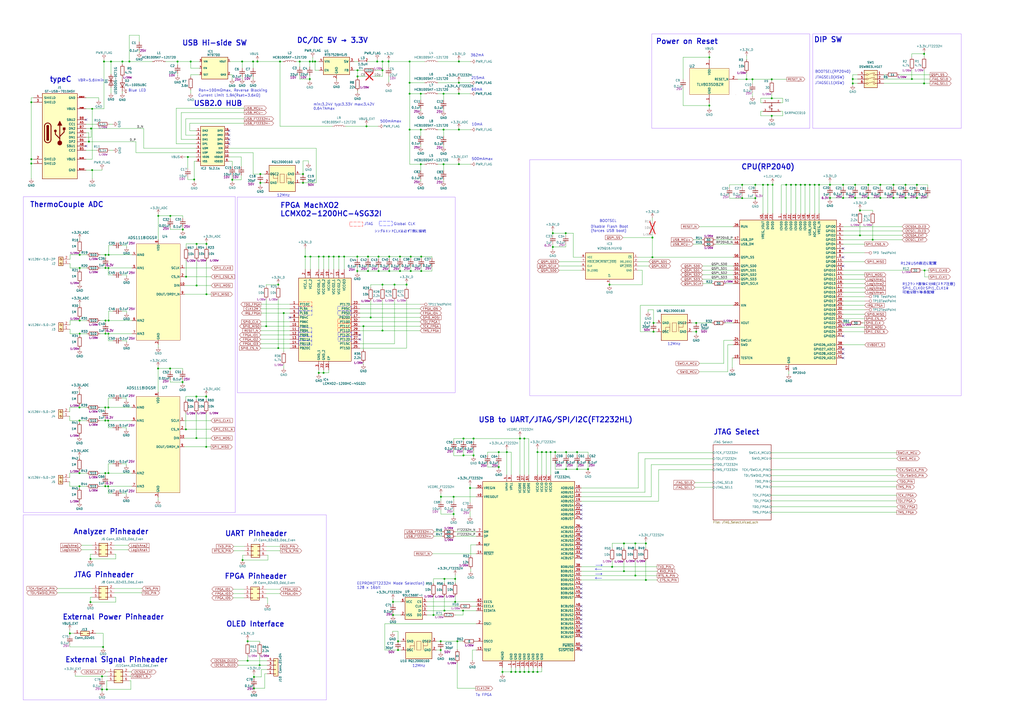
<source format=kicad_sch>
(kicad_sch (version 20250114) (generator "eeschema") (generator_version "9.0")
  (paper "A2")
  (rectangle (start 195.961 180.34) (end 203.581 182.88) (stroke (width 0) (type dash) (color 0 0 255 1)))
  (rectangle (start 307.213 92.71) (end 557.657 229.489) (stroke (width 0) (color 151 77 255 1)))
  (rectangle (start 173.228 195.199) (end 180.848 197.739) (stroke (width 0) (type dash) (color 0 0 255 1)))
  (rectangle (start 219.964 128.397) (end 227.584 130.937) (stroke (width 0) (type dash) (color 0 0 255 1)))
  (rectangle (start 195.961 177.673) (end 203.581 180.213) (stroke (width 0) (type dash) (color 0 0 255 1)))
  (rectangle (start 195.961 185.039) (end 203.581 187.579) (stroke (width 0) (type dash) (color 255 0 0 1)))
  (rectangle (start 173.228 192.659) (end 180.848 195.199) (stroke (width 0) (type dash) (color 0 0 255 1)))
  (rectangle (start 13.589 114.046) (end 136.525 297.307) (stroke (width 0) (color 151 77 255 1)))
  (rectangle (start 173.228 197.739) (end 180.848 200.279) (stroke (width 0) (type dash) (color 0 0 255 1)))
  (rectangle (start 13.462 298.704) (end 189.357 406.019) (stroke (width 0) (color 151 77 255 1)))
  (rectangle (start 137.668 114.3) (end 264.033 227.838) (stroke (width 0) (color 151 77 255 1)))
  (rectangle (start 471.424 19.685) (end 557.657 74.422) (stroke (width 0) (color 151 77 255 1)))
  (rectangle (start 196.088 195.326) (end 203.708 197.866) (stroke (width 0) (type dash) (color 0 0 255 1)))
  (rectangle (start 195.961 187.579) (end 203.581 190.119) (stroke (width 0) (type dash) (color 255 0 0 1)))
  (rectangle (start 173.355 175.133) (end 180.975 177.673) (stroke (width 0) (type dash) (color 255 0 0 1)))
  (rectangle (start 173.228 190.119) (end 180.848 192.659) (stroke (width 0) (type dash) (color 0 0 255 1)))
  (rectangle (start 196.088 192.659) (end 203.708 195.199) (stroke (width 0) (type dash) (color 0 0 255 1)))
  (rectangle (start 173.355 177.8) (end 180.975 180.34) (stroke (width 0) (type dash) (color 0 0 255 1)))
  (rectangle (start 202.819 128.778) (end 210.439 131.318) (stroke (width 0) (type dash) (color 255 0 0 1)))
  (rectangle (start 378.079 19.685) (end 469.773 74.422) (stroke (width 0) (color 151 77 255 1)))
  (rectangle (start 173.355 180.34) (end 180.975 182.88) (stroke (width 0) (type dash) (color 0 0 255 1)))
  (rectangle (start 195.961 190.119) (end 203.581 192.659) (stroke (width 0) (type dash) (color 255 0 0 1)))
  (text "DIP SW" (at 472.059 24.892 0) (effects (font (size 3 3) (thickness 0.508) (bold yes)) (justify left bottom)))
  (text "UART Pinheader" (at 130.429 311.404 0) (effects (font (size 3 3) (thickness 0.508) (bold yes)) (justify left bottom)))
  (text "min:3.24V typ:3.33V max:3.42V\n0.647Amax" (at 181.737 64.008 0) (effects (font (size 1.5 1.5)) (justify left bottom)))
  (text "USB2.0 HUB" (at 112.268 61.849 0) (effects (font (size 3 3) (thickness 0.508) (bold yes)) (justify left bottom)))
  (text "BOOTSEL" (at 347.726 129.159 0) (effects (font (size 1.5 1.5)) (justify left bottom)))
  (text "Power on Reset" (at 380.365 25.908 0) (effects (font (size 3 3) (thickness 0.508) (bold yes)) (justify left bottom)))
  (text "BOOTSEL(RP2040)" (at 472.821 42.545 0) (effects (font (size 1.5 1.5)) (justify left bottom)))
  (text "500mAmax" (at 220.472 71.374 0) (effects (font (size 1.5 1.5)) (justify left bottom)))
  (text "Global CLK" (at 228.346 130.937 0) (effects (font (size 1.5 1.5)) (justify left bottom)))
  (text "Current Limit 1.9A(Rset=3.6kΩ)\n" (at 114.935 56.388 0) (effects (font (size 1.5 1.5)) (justify left bottom)))
  (text "typeC" (at 28.702 47.879 0) (effects (font (size 3 3) (thickness 0.508) (bold yes)) (justify left bottom)))
  (text "CPU(RP2040)" (at 429.895 98.679 0) (effects (font (size 3 3) (thickness 0.508) (bold yes)) (justify left bottom)))
  (text "FPGA MachXO2\nLCMXO2-1200HC-4SG32I" (at 162.433 125.857 0) (effects (font (size 3 3) (thickness 0.508) (bold yes)) (justify left bottom)))
  (text "JTAG Pinheader" (at 42.418 335.28 0) (effects (font (size 3 3) (thickness 0.508) (bold yes)) (justify left bottom)))
  (text "ThermoCouple ADC" (at 17.272 120.523 0) (effects (font (size 3 3) (thickness 0.508) (bold yes)) (justify left bottom)))
  (text "Analyzer Pinheader" (at 42.418 310.261 0) (effects (font (size 3 3) (thickness 0.508) (bold yes)) (justify left bottom)))
  (text "R12はU5の直近に配置" (at 522.351 153.924 0) (effects (font (size 1.5 1.5)) (justify left bottom)))
  (text "USB to UART/JTAG/SPI/I2C(FT2232HL)" (at 277.495 245.364 0) (effects (font (size 3 3) (thickness 0.508) (bold yes)) (justify left bottom)))
  (text "JTAGSEL0(ASW)" (at 472.694 45.847 0) (effects (font (size 1.5 1.5)) (justify left bottom)))
  (text "VBR=5.6Vmin" (at 45.212 47.625 0) (effects (font (size 1.5 1.5)) (justify left bottom)))
  (text "60mA" (at 273.431 52.959 0) (effects (font (size 1.5 1.5)) (justify left bottom)))
  (text "JTAG" (at 211.201 130.937 0) (effects (font (size 1.5 1.5)) (justify left bottom)))
  (text "To FPGA" (at 275.844 404.114 0) (effects (font (size 1.5 1.5)) (justify left bottom)))
  (text "Blue LED" (at 74.422 53.467 0) (effects (font (size 1.5 1.5)) (justify left bottom)))
  (text "12MHz" (at 239.141 387.223 0) (effects (font (size 1.5 1.5)) (justify left bottom)))
  (text "12MHz" (at 168.148 114.3 0) (effects (font (size 1.5 1.5)) (justify right bottom)))
  (text "Disable Flash Boot\n(forces USB boot)" (at 342.646 134.874 0) (effects (font (size 1.5 1.5)) (justify left bottom)))
  (text "OLED Interface" (at 131.064 363.855 0) (effects (font (size 3 3) (thickness 0.508) (bold yes)) (justify left bottom)))
  (text "DC/DC 5V → 3.3V" (at 172.085 25.273 0) (effects (font (size 3 3) (thickness 0.508) (bold yes)) (justify left bottom)))
  (text "Ron=100mΩmax, Reverse Blocking" (at 115.062 53.467 0) (effects (font (size 1.5 1.5)) (justify left bottom)))
  (text "FPGA Pinheader" (at 130.175 336.169 0) (effects (font (size 3 3) (thickness 0.508) (bold yes)) (justify left bottom)))
  (text "R12ランド直後に分岐(スタブ注意)\nSPI1_CLK0とSPI1_CLK1は\n可能な限り等長配線" (at 523.367 170.688 0) (effects (font (size 1.5 1.5)) (justify left bottom)))
  (text "EEPROM(FT2232H Mode Selection)\n128 x 16bit" (at 207.01 341.884 0) (effects (font (size 1.5 1.5)) (justify left bottom)))
  (text "External Power Pinheader" (at 36.195 359.791 0) (effects (font (size 3 3) (thickness 0.508) (bold yes)) (justify left bottom)))
  (text "シングルエンドCLKは必ずT側に接続" (at 217.17 135.255 0) (effects (font (size 1.5 1.5)) (justify left bottom)))
  (text "215mA" (at 273.304 46.228 0) (effects (font (size 1.5 1.5)) (justify left bottom)))
  (text "JTAGSEL1(ASW)" (at 472.694 49.149 0) (effects (font (size 1.5 1.5)) (justify left bottom)))
  (text "12MHz" (at 387.223 200.533 0) (effects (font (size 1.5 1.5)) (justify left bottom)))
  (text "10mA" (at 273.558 73.152 0) (effects (font (size 1.5 1.5)) (justify left bottom)))
  (text "External Signal Pinheader" (at 37.719 384.556 0) (effects (font (size 3 3) (thickness 0.508) (bold yes)) (justify left bottom)))
  (text "362mA" (at 272.923 33.02 0) (effects (font (size 1.5 1.5)) (justify left bottom)))
  (text "500mAmax" (at 273.558 93.218 0) (effects (font (size 1.5 1.5)) (justify left bottom)))
  (text "JTAG Select" (at 413.766 252.476 0) (effects (font (size 3 3) (thickness 0.508) (bold yes)) (justify left bottom)))
  (text "USB Hi-side SW" (at 105.537 26.797 0) (effects (font (size 3 3) (thickness 0.508) (bold yes)) (justify left bottom)))
  (junction (at 328.168 135.255))
  (junction (at 264.033 349.123))
  (junction (at 257.302 75.184))
  (junction (at 304.165 389.763))
  (junction (at 187.706 148.844))
  (junction (at 164.592 181.61))
  (junction (at 304.165 254.381))
  (junction (at 61.214 155.448))
  (junction (at 179.705 45.847))
  (junction (at 213.487 148.844))
  (junction (at 442.595 107.188))
  (junction (at 438.15 107.188))
  (junction (at 232.029 148.844))
  (junction (at 119.761 170.688))
  (junction (at 40.513 367.411))
  (junction (at 368.554 333.883))
  (junction (at 320.675 143.256))
  (junction (at 181.356 35.687))
  (junction (at 53.467 63.119))
  (junction (at 311.785 389.763))
  (junction (at 430.53 114.935))
  (junction (at 237.617 48.006))
  (junction (at 378.46 137.795))
  (junction (at 210.82 189.23))
  (junction (at 475.107 107.188))
  (junction (at 496.062 114.808))
  (junction (at 219.583 157.226))
  (junction (at 215.011 184.15))
  (junction (at 143.637 371.983))
  (junction (at 61.087 274.447))
  (junction (at 257.81 354.203))
  (junction (at 196.596 148.844))
  (junction (at 62.992 147.828))
  (junction (at 268.859 254.381))
  (junction (at 472.567 107.188))
  (junction (at 503.682 114.808))
  (junction (at 119.761 141.478))
  (junction (at 177.038 148.844))
  (junction (at 113.919 254.127))
  (junction (at 140.716 324.866))
  (junction (at 268.605 354.203))
  (junction (at 91.694 213.741))
  (junction (at 251.46 356.743))
  (junction (at 61.087 236.347))
  (junction (at 244.094 75.184))
  (junction (at 433.07 45.974))
  (junction (at 518.287 114.808))
  (junction (at 266.192 35.687))
  (junction (at 207.264 157.226))
  (junction (at 237.617 35.687))
  (junction (at 447.675 57.023))
  (junction (at 187.706 216.281))
  (junction (at 341.122 272.161))
  (junction (at 51.562 82.169))
  (junction (at 62.865 155.448))
  (junction (at 70.993 35.687))
  (junction (at 182.753 35.687))
  (junction (at 199.644 148.844))
  (junction (at 62.992 185.928))
  (junction (at 207.391 40.767))
  (junction (at 62.738 282.067))
  (junction (at 161.417 165.1))
  (junction (at 59.182 392.303))
  (junction (at 528.955 45.847))
  (junction (at 255.778 288.163))
  (junction (at 151.003 100.965))
  (junction (at 266.192 48.006))
  (junction (at 180.086 148.844))
  (junction (at 106.045 133.096))
  (junction (at 274.701 254.381))
  (junction (at 61.087 243.967))
  (junction (at 221.869 165.1))
  (junction (at 46.101 274.447))
  (junction (at 98.679 213.741))
  (junction (at 110.617 35.687))
  (junction (at 506.222 139.065))
  (junction (at 91.821 125.222))
  (junction (at 193.548 148.844))
  (junction (at 61.214 193.548))
  (junction (at 403.86 187.325))
  (junction (at 18.161 59.309))
  (junction (at 225.806 157.226))
  (junction (at 244.348 157.226))
  (junction (at 46.101 243.967))
  (junction (at 238.252 157.226))
  (junction (at 374.65 315.214))
  (junction (at 320.675 135.255))
  (junction (at 503.682 107.188))
  (junction (at 448.183 107.188))
  (junction (at 219.583 148.844))
  (junction (at 146.812 35.687))
  (junction (at 173.863 35.687))
  (junction (at 289.306 270.891))
  (junction (at 52.451 324.231))
  (junction (at 143.637 383.286))
  (junction (at 46.101 282.067))
  (junction (at 368.554 315.214))
  (junction (at 314.325 262.255))
  (junction (at 328.422 262.255))
  (junction (at 113.919 229.997))
  (junction (at 244.094 95.25))
  (junction (at 536.321 156.845))
  (junction (at 361.95 315.214))
  (junction (at 238.252 148.844))
  (junction (at 498.856 122.047))
  (junction (at 294.005 262.255))
  (junction (at 531.876 107.188))
  (junction (at 218.821 35.687))
  (junction (at 64.389 35.687))
  (junction (at 105.918 221.615))
  (junction (at 112.649 104.14))
  (junction (at 230.886 377.063))
  (junction (at 60.325 35.687))
  (junction (at 411.48 33.274))
  (junction (at 264.033 335.788))
  (junction (at 52.451 349.25))
  (junction (at 469.773 107.188))
  (junction (at 213.487 157.226))
  (junction (at 299.085 389.763))
  (junction (at 403.86 192.405))
  (junction (at 334.772 272.161))
  (junction (at 228.854 165.1))
  (junction (at 175.768 106.045))
  (junction (at 531.876 114.808))
  (junction (at 221.869 40.767))
  (junction (at 510.667 107.188))
  (junction (at 536.067 31.242))
  (junction (at 147.32 399.288))
  (junction (at 464.439 107.188))
  (junction (at 227.965 349.123))
  (junction (at 322.072 262.255))
  (junction (at 225.425 35.687))
  (junction (at 306.705 389.763))
  (junction (at 61.976 399.923))
  (junction (at 207.264 148.844))
  (junction (at 536.067 48.387))
  (junction (at 328.422 272.161))
  (junction (at 438.15 114.935))
  (junction (at 447.675 45.974))
  (junction (at 309.245 389.763))
  (junction (at 151.003 106.045))
  (junction (at 257.81 335.788))
  (junction (at 266.192 54.356))
  (junction (at 296.545 389.763))
  (junction (at 225.806 148.844))
  (junction (at 62.865 236.347))
  (junction (at 466.979 107.188))
  (junction (at 232.029 157.226))
  (junction (at 265.303 371.983))
  (junction (at 119.634 259.207))
  (junction (at 311.785 262.255))
  (junction (at 107.95 160.528))
  (junction (at 75.057 35.687))
  (junction (at 207.391 44.323))
  (junction (at 18.161 94.869))
  (junction (at 154.432 189.23))
  (junction (at 107.823 249.047))
  (junction (at 46.228 185.928))
  (junction (at 498.856 136.525))
  (junction (at 162.433 35.687))
  (junction (at 436.499 45.974))
  (junction (at 353.568 165.1))
  (junction (at 230.886 371.983))
  (junction (at 263.144 298.196))
  (junction (at 461.645 107.188))
  (junction (at 108.966 91.059))
  (junction (at 379.095 192.405))
  (junction (at 62.865 193.548))
  (junction (at 496.062 107.188))
  (junction (at 411.48 61.214))
  (junction (at 361.95 331.343))
  (junction (at 221.869 191.77))
  (junction (at 301.625 389.763))
  (junction (at 244.094 54.356))
  (junction (at 374.65 336.423))
  (junction (at 46.101 236.347))
  (junction (at 494.665 48.387))
  (junction (at 319.405 262.255))
  (junction (at 52.832 74.549))
  (junction (at 316.865 262.255))
  (junction (at 525.272 107.188))
  (junction (at 161.417 201.93))
  (junction (at 53.467 98.679))
  (junction (at 119.634 229.997))
  (junction (at 150.622 385.826))
  (junction (at 255.651 371.983))
  (junction (at 244.348 148.844))
  (junction (at 378.46 149.225))
  (junction (at 266.192 95.25))
  (junction (at 61.087 282.067))
  (junction (at 18.161 92.329))
  (junction (at 102.997 35.687))
  (junction (at 489.077 107.188))
  (junction (at 257.302 54.356))
  (junction (at 61.214 147.828))
  (junction (at 255.651 377.063))
  (junction (at 140.462 35.687))
  (junction (at 62.865 274.447))
  (junction (at 149.352 35.687))
  (junction (at 62.738 243.967))
  (junction (at 445.389 107.188))
  (junction (at 301.625 254.381))
  (junction (at 59.182 399.923))
  (junction (at 481.457 114.808))
  (junction (at 61.214 185.928))
  (junction (at 494.665 45.847))
  (junction (at 59.817 375.285))
  (junction (at 447.675 67.183))
  (junction (at 46.228 147.828))
  (junction (at 430.53 107.188))
  (junction (at 525.272 114.808))
  (junction (at 235.839 165.1))
  (junction (at 227.965 356.743))
  (junction (at 263.144 288.163))
  (junction (at 272.669 283.083))
  (junction (at 379.095 187.325))
  (junction (at 147.32 392.684))
  (junction (at 237.617 75.184))
  (junction (at 134.747 104.267))
  (junction (at 46.228 193.548))
  (junction (at 257.302 95.25))
  (junction (at 458.851 107.188))
  (junction (at 114.046 141.478))
  (junction (at 481.457 107.188))
  (junction (at 489.077 114.808))
  (junction (at 291.465 389.763))
  (junction (at 289.306 262.255))
  (junction (at 355.092 328.803))
  (junction (at 274.701 264.16))
  (junction (at 221.869 35.687))
  (junction (at 237.617 54.356))
  (junction (at 266.192 75.184))
  (junction (at 184.912 216.281))
  (junction (at 510.667 114.808))
  (junction (at 334.772 262.255))
  (junction (at 456.057 107.188))
  (junction (at 179.705 35.687))
  (junction (at 98.806 125.222))
  (junction (at 518.287 107.188))
  (junction (at 190.754 148.844))
  (junction (at 114.046 165.608))
  (junction (at 184.912 148.844))
  (junction (at 175.768 100.965))
  (junction (at 46.228 155.448))
  (junction (at 212.598 73.279))
  (junction (at 268.859 264.16))
  (no_connect (at 337.185 300.863))
  (no_connect (at 337.185 298.323))
  (no_connect (at 337.185 354.203))
  (no_connect (at 489.077 144.145))
  (no_connect (at 337.185 316.103))
  (no_connect (at 208.788 194.31))
  (no_connect (at 489.031 205.105))
  (no_connect (at 337.185 377.063))
  (no_connect (at 489.077 194.945))
  (no_connect (at 337.185 374.523))
  (no_connect (at 337.185 356.743))
  (no_connect (at 337.185 346.583))
  (no_connect (at 337.185 318.643))
  (no_connect (at 337.185 359.283))
  (no_connect (at 132.842 75.819))
  (no_connect (at 337.185 308.483))
  (no_connect (at 337.185 313.563))
  (no_connect (at 337.185 321.183))
  (no_connect (at 49.911 84.709))
  (no_connect (at 489.077 154.305))
  (no_connect (at 489.077 207.645))
  (no_connect (at 208.788 196.85))
  (no_connect (at 337.185 361.823))
  (no_connect (at 337.185 366.903))
  (no_connect (at 132.842 78.359))
  (no_connect (at 489.077 202.565))
  (no_connect (at 337.185 344.043))
  (no_connect (at 49.911 69.469))
  (no_connect (at 132.842 80.899))
  (no_connect (at 489.077 149.225))
  (no_connect (at 337.185 351.663))
  (no_connect (at 132.842 83.439))
  (no_connect (at 337.185 293.243))
  (no_connect (at 337.185 341.503))
  (no_connect (at 337.185 323.723))
  (no_connect (at 168.148 184.15))
  (no_connect (at 337.185 369.443))
  (no_connect (at 337.185 364.363))
  (no_connect (at 337.185 295.783))
  (no_connect (at 337.185 305.943))
  (no_connect (at 337.185 311.023))
  (no_connect (at 337.185 338.963))
  (wire (pts (xy 496.062 107.188) (xy 496.062 108.458)))
  (wire (pts (xy 173.863 45.847) (xy 179.705 45.847)))
  (wire (pts (xy 207.391 44.323) (xy 211.709 44.323)))
  (wire (pts (xy 107.061 160.528) (xy 107.95 160.528)))
  (wire (pts (xy 370.078 154.305) (xy 376.428 154.305)))
  (wire (pts (xy 70.993 53.086) (xy 70.993 54.102)))
  (wire (pts (xy 135.509 319.532) (xy 141.859 319.532)))
  (wire (pts (xy 106.934 243.967) (xy 122.428 243.967)))
  (wire (pts (xy 107.061 155.448) (xy 122.555 155.448)))
  (wire (pts (xy 337.185 328.803) (xy 355.092 328.803)))
  (wire (pts (xy 316.865 262.255) (xy 316.865 275.463)))
  (wire (pts (xy 371.475 177.165) (xy 425.323 177.165)))
  (wire (pts (xy 442.595 64.643) (xy 441.325 64.643)))
  (wire (pts (xy 355.092 325.501) (xy 355.092 328.803)))
  (wire (pts (xy 70.612 159.512) (xy 73.406 159.512)))
  (wire (pts (xy 254 35.687) (xy 266.192 35.687)))
  (wire (pts (xy 80.772 20.447) (xy 75.057 20.447)))
  (wire (pts (xy 132.842 93.599) (xy 134.747 93.599)))
  (wire (pts (xy 411.48 32.004) (xy 411.48 33.274)))
  (wire (pts (xy 238.252 148.844) (xy 238.252 149.86)))
  (wire (pts (xy 244.348 154.94) (xy 244.348 157.226)))
  (wire (pts (xy 438.15 107.188) (xy 442.595 107.188)))
  (wire (pts (xy 276.225 377.063) (xy 274.066 377.063)))
  (wire (pts (xy 40.259 238.887) (xy 40.513 238.887)))
  (wire (pts (xy 62.992 142.367) (xy 62.992 147.828)))
  (wire (pts (xy 18.161 92.329) (xy 19.431 92.329)))
  (wire (pts (xy 423.164 114.935) (xy 430.53 114.935)))
  (wire (pts (xy 274.701 264.16) (xy 274.701 261.112)))
  (wire (pts (xy 319.405 262.255) (xy 319.405 275.463)))
  (wire (pts (xy 107.061 170.688) (xy 119.761 170.688)))
  (wire (pts (xy 151.257 201.93) (xy 161.417 201.93)))
  (wire (pts (xy 227.965 356.743) (xy 232.41 356.743)))
  (wire (pts (xy 528.955 33.147) (xy 528.955 31.242)))
  (wire (pts (xy 132.842 85.979) (xy 183.388 85.979)))
  (wire (pts (xy 244.094 95.25) (xy 246.38 95.25)))
  (wire (pts (xy 154.305 346.837) (xy 155.194 346.837)))
  (wire (pts (xy 59.182 98.044) (xy 59.182 98.679)))
  (wire (pts (xy 40.513 375.285) (xy 59.817 375.285)))
  (wire (pts (xy 263.271 254.381) (xy 263.271 255.905)))
  (wire (pts (xy 255.651 377.063) (xy 255.651 378.333)))
  (wire (pts (xy 52.451 324.231) (xy 52.451 324.485)))
  (wire (pts (xy 98.806 133.096) (xy 106.045 133.096)))
  (wire (pts (xy 223.266 377.063) (xy 230.886 377.063)))
  (wire (pts (xy 215.011 165.1) (xy 221.869 165.1)))
  (wire (pts (xy 227.965 347.345) (xy 227.965 349.123)))
  (wire (pts (xy 379.095 192.405) (xy 381 192.405)))
  (wire (pts (xy 107.95 141.478) (xy 114.046 141.478)))
  (wire (pts (xy 268.859 254.381) (xy 274.701 254.381)))
  (wire (pts (xy 52.451 349.25) (xy 67.183 349.25)))
  (wire (pts (xy 306.705 275.463) (xy 306.705 254.381)))
  (wire (pts (xy 250.571 154.813) (xy 250.571 157.226)))
  (wire (pts (xy 143.637 371.983) (xy 150.622 371.983)))
  (wire (pts (xy 59.182 98.679) (xy 53.467 98.679)))
  (wire (pts (xy 320.675 143.256) (xy 320.675 144.653)))
  (wire (pts (xy 257.81 354.203) (xy 268.605 354.203)))
  (wire (pts (xy 182.753 35.687) (xy 185.039 35.687)))
  (wire (pts (xy 232.029 148.844) (xy 225.806 148.844)))
  (wire (pts (xy 396.24 51.054) (xy 396.24 61.214)))
  (wire (pts (xy 91.694 212.598) (xy 91.694 213.741)))
  (wire (pts (xy 512.699 48.387) (xy 536.067 48.387)))
  (wire (pts (xy 64.389 50.673) (xy 64.389 54.102)))
  (wire (pts (xy 107.061 165.608) (xy 114.046 165.608)))
  (wire (pts (xy 151.257 189.23) (xy 154.432 189.23)))
  (wire (pts (xy 49.911 87.249) (xy 56.007 87.249)))
  (wire (pts (xy 247.65 356.743) (xy 251.46 356.743)))
  (wire (pts (xy 481.457 114.808) (xy 481.457 115.57)))
  (wire (pts (xy 237.617 75.184) (xy 244.094 75.184)))
  (wire (pts (xy 66.294 318.897) (xy 74.422 318.897)))
  (wire (pts (xy 469.773 107.188) (xy 472.567 107.188)))
  (wire (pts (xy 372.618 156.845) (xy 372.618 165.1)))
  (wire (pts (xy 70.993 35.687) (xy 75.057 35.687)))
  (wire (pts (xy 80.772 29.337) (xy 80.772 30.607)))
  (wire (pts (xy 445.389 107.188) (xy 445.389 123.825)))
  (wire (pts (xy 328.422 272.161) (xy 334.772 272.161)))
  (wire (pts (xy 62.865 155.448) (xy 76.581 155.448)))
  (wire (pts (xy 254 54.356) (xy 257.302 54.356)))
  (polyline (pts (xy 345.567 327.914) (xy 349.25 327.914)))
  (wire (pts (xy 40.513 282.067) (xy 46.101 282.067)))
  (wire (pts (xy 272.923 95.25) (xy 266.192 95.25)))
  (wire (pts (xy 46.228 155.448) (xy 46.228 156.464)))
  (wire (pts (xy 247.65 349.123) (xy 264.033 349.123)))
  (wire (pts (xy 162.433 35.56) (xy 162.433 35.687)))
  (wire (pts (xy 411.48 61.214) (xy 396.24 61.214)))
  (wire (pts (xy 62.738 243.967) (xy 62.738 248.031)))
  (wire (pts (xy 155.194 346.837) (xy 155.194 350.139)))
  (wire (pts (xy 461.645 107.188) (xy 461.645 123.825)))
  (wire (pts (xy 453.263 107.188) (xy 456.057 107.188)))
  (wire (pts (xy 59.182 392.303) (xy 62.357 392.303)))
  (wire (pts (xy 110.617 35.687) (xy 115.697 35.687)))
  (wire (pts (xy 47.244 316.357) (xy 53.594 316.357)))
  (wire (pts (xy 61.976 394.843) (xy 61.976 399.923)))
  (wire (pts (xy 146.812 35.687) (xy 149.352 35.687)))
  (wire (pts (xy 296.545 262.255) (xy 296.545 275.463)))
  (wire (pts (xy 232.029 155.067) (xy 232.029 157.226)))
  (wire (pts (xy 447.294 265.938) (xy 520.192 265.938)))
  (wire (pts (xy 43.688 392.303) (xy 59.182 392.303)))
  (wire (pts (xy 452.755 59.563) (xy 454.025 59.563)))
  (wire (pts (xy 337.185 290.703) (xy 382.016 290.703)))
  (wire (pts (xy 135.509 316.992) (xy 141.859 316.992)))
  (wire (pts (xy 110.109 75.819) (xy 110.109 71.501)))
  (wire (pts (xy 221.869 191.77) (xy 243.713 191.77)))
  (wire (pts (xy 53.467 63.119) (xy 53.467 92.329)))
  (wire (pts (xy 266.192 94.361) (xy 266.192 95.25)))
  (wire (pts (xy 337.185 336.423) (xy 374.65 336.423)))
  (wire (pts (xy 208.788 189.23) (xy 210.82 189.23)))
  (wire (pts (xy 263.271 260.985) (xy 263.271 264.287)))
  (wire (pts (xy 40.64 155.448) (xy 46.228 155.448)))
  (wire (pts (xy 62.865 268.986) (xy 65.405 268.986)))
  (wire (pts (xy 106.934 259.207) (xy 119.634 259.207)))
  (wire (pts (xy 52.451 321.437) (xy 53.594 321.437)))
  (wire (pts (xy 75.057 389.763) (xy 76.073 389.763)))
  (wire (pts (xy 107.823 232.029) (xy 107.823 229.997)))
  (wire (pts (xy 70.612 142.367) (xy 73.406 142.367)))
  (wire (pts (xy 61.214 155.448) (xy 62.865 155.448)))
  (wire (pts (xy 40.513 365.125) (xy 40.513 367.411)))
  (wire (pts (xy 62.865 274.447) (xy 76.454 274.447)))
  (wire (pts (xy 254 48.006) (xy 266.192 48.006)))
  (wire (pts (xy 225.806 155.067) (xy 225.806 157.226)))
  (wire (pts (xy 401.32 187.325) (xy 403.86 187.325)))
  (wire (pts (xy 105.918 221.615) (xy 105.918 222.377)))
  (wire (pts (xy 289.306 262.255) (xy 289.306 264.16)))
  (wire (pts (xy 57.912 274.447) (xy 61.087 274.447)))
  (wire (pts (xy 489.123 136.525) (xy 498.856 136.525)))
  (wire (pts (xy 328.168 141.605) (xy 328.168 143.256)))
  (wire (pts (xy 73.406 197.612) (xy 73.406 198.628)))
  (wire (pts (xy 235.839 166.624) (xy 235.839 165.1)))
  (wire (pts (xy 257.302 63.246) (xy 257.302 64.516)))
  (wire (pts (xy 113.792 75.819) (xy 110.109 75.819)))
  (wire (pts (xy 328.168 135.255) (xy 328.168 136.525)))
  (wire (pts (xy 374.65 315.214) (xy 374.65 317.754)))
  (wire (pts (xy 40.513 243.967) (xy 46.101 243.967)))
  (wire (pts (xy 119.761 140.716) (xy 119.761 141.478)))
  (wire (pts (xy 225.806 148.844) (xy 225.806 149.987)))
  (wire (pts (xy 183.388 85.979) (xy 183.388 106.045)))
  (wire (pts (xy 311.785 389.763) (xy 314.325 389.763)))
  (wire (pts (xy 442.595 107.188) (xy 445.389 107.188)))
  (wire (pts (xy 334.772 262.255) (xy 341.122 262.255)))
  (wire (pts (xy 40.64 193.548) (xy 46.228 193.548)))
  (wire (pts (xy 73.406 143.51) (xy 73.406 142.367)))
  (wire (pts (xy 427.99 45.974) (xy 433.07 45.974)))
  (wire (pts (xy 106.045 125.222) (xy 106.045 126.619)))
  (wire (pts (xy 430.53 107.188) (xy 438.15 107.188)))
  (wire (pts (xy 368.554 317.754) (xy 368.554 315.214)))
  (wire (pts (xy 107.95 143.51) (xy 107.95 141.478)))
  (wire (pts (xy 218.821 34.417) (xy 218.821 35.687)))
  (wire (pts (xy 207.391 44.323) (xy 207.391 45.085)))
  (wire (pts (xy 456.057 107.188) (xy 456.057 123.825)))
  (wire (pts (xy 147.32 399.288) (xy 147.32 400.05)))
  (wire (pts (xy 18.161 59.309) (xy 19.431 59.309)))
  (wire (pts (xy 503.682 113.538) (xy 503.682 114.808)))
  (wire (pts (xy 319.405 262.255) (xy 322.072 262.255)))
  (wire (pts (xy 195.199 45.847) (xy 195.199 46.609)))
  (wire (pts (xy 405.765 210.82) (xy 419.862 210.82)))
  (wire (pts (xy 370.332 262.636) (xy 413.639 262.636)))
  (wire (pts (xy 370.078 149.225) (xy 378.46 149.225)))
  (wire (pts (xy 140.716 324.866) (xy 140.716 325.12)))
  (wire (pts (xy 447.294 294.005) (xy 520.192 294.005)))
  (wire (pts (xy 425.323 207.645) (xy 424.688 207.645)))
  (wire (pts (xy 272.923 75.184) (xy 266.192 75.184)))
  (wire (pts (xy 221.869 166.751) (xy 221.869 165.1)))
  (wire (pts (xy 62.865 230.886) (xy 62.865 236.347)))
  (wire (pts (xy 282.829 269.24) (xy 282.829 270.891)))
  (wire (pts (xy 184.912 216.281) (xy 184.912 217.043)))
  (wire (pts (xy 244.348 157.226) (xy 238.252 157.226)))
  (wire (pts (xy 424.688 207.645) (xy 424.688 213.36)))
  (wire (pts (xy 98.806 125.222) (xy 98.806 126.746)))
  (wire (pts (xy 311.785 262.255) (xy 314.325 262.255)))
  (wire (pts (xy 61.341 389.763) (xy 62.357 389.763)))
  (wire (pts (xy 254 75.184) (xy 257.302 75.184)))
  (wire (pts (xy 237.617 35.687) (xy 237.617 48.006)))
  (wire (pts (xy 49.911 74.549) (xy 52.832 74.549)))
  (wire (pts (xy 210.82 210.312) (xy 210.82 211.455)))
  (wire (pts (xy 422.148 200.025) (xy 422.148 215.646)))
  (wire (pts (xy 438.15 107.188) (xy 438.15 108.585)))
  (wire (pts (xy 237.617 35.687) (xy 246.38 35.687)))
  (wire (pts (xy 411.48 33.274) (xy 396.24 33.274)))
  (wire (pts (xy 447.294 287.274) (xy 520.192 287.274)))
  (wire (pts (xy 114.046 151.003) (xy 114.046 165.608)))
  (wire (pts (xy 518.287 114.808) (xy 525.272 114.808)))
  (wire (pts (xy 154.305 341.757) (xy 162.433 341.757)))
  (wire (pts (xy 494.665 48.387) (xy 494.665 49.403)))
  (wire (pts (xy 46.228 164.084) (xy 46.228 164.719)))
  (wire (pts (xy 328.422 262.255) (xy 334.772 262.255)))
  (wire (pts (xy 506.222 139.065) (xy 523.367 139.065)))
  (wire (pts (xy 40.386 152.908) (xy 40.64 152.908)))
  (wire (pts (xy 40.386 191.008) (xy 40.64 191.008)))
  (wire (pts (xy 425.323 197.485) (xy 419.862 197.485)))
  (wire (pts (xy 254 95.25) (xy 257.302 95.25)))
  (wire (pts (xy 73.279 232.029) (xy 73.279 230.886)))
  (wire (pts (xy 289.306 270.891) (xy 289.306 269.24)))
  (wire (pts (xy 489.077 114.808) (xy 496.062 114.808)))
  (wire (pts (xy 489.123 205.105) (xy 489.031 205.105)))
  (wire (pts (xy 75.057 20.447) (xy 75.057 35.687)))
  (wire (pts (xy 322.072 272.161) (xy 328.422 272.161)))
  (wire (pts (xy 110.109 71.501) (xy 141.732 71.501)))
  (wire (pts (xy 251.46 356.743) (xy 256.54 356.743)))
  (wire (pts (xy 536.067 30.48) (xy 536.067 31.242)))
  (wire (pts (xy 498.856 122.047) (xy 506.222 122.047)))
  (wire (pts (xy 341.122 272.161) (xy 341.122 272.669)))
  (wire (pts (xy 143.637 370.967) (xy 143.637 371.983)))
  (wire (pts (xy 134.62 43.307) (xy 133.477 43.307)))
  (wire (pts (xy 489.077 107.188) (xy 496.062 107.188)))
  (wire (pts (xy 134.747 101.727) (xy 134.747 104.267)))
  (wire (pts (xy 98.679 221.615) (xy 105.918 221.615)))
  (wire (pts (xy 98.806 125.222) (xy 106.045 125.222)))
  (wire (pts (xy 146.812 100.965) (xy 151.003 100.965)))
  (wire (pts (xy 70.612 180.467) (xy 73.406 180.467)))
  (wire (pts (xy 538.861 160.655) (xy 536.321 160.655)))
  (wire (pts (xy 525.272 114.808) (xy 525.272 113.538)))
  (wire (pts (xy 264.16 356.743) (xy 268.605 356.743)))
  (polyline (pts (xy 348.615 333.502) (xy 349.123 332.994)))
  (wire (pts (xy 423.164 107.188) (xy 430.53 107.188)))
  (wire (pts (xy 62.357 394.843) (xy 61.976 394.843)))
  (polyline (pts (xy 345.948 329.692) (xy 345.44 330.2)))
  (wire (pts (xy 75.057 392.303) (xy 76.073 392.303)))
  (wire (pts (xy 255.651 371.983) (xy 265.303 371.983)))
  (wire (pts (xy 113.792 91.059) (xy 108.966 91.059)))
  (wire (pts (xy 110.617 52.197) (xy 110.617 54.102)))
  (wire (pts (xy 184.912 216.281) (xy 187.706 216.281)))
  (wire (pts (xy 250.571 149.733) (xy 250.571 148.844)))
  (wire (pts (xy 98.679 220.345) (xy 98.679 221.615)))
  (wire (pts (xy 105.918 213.741) (xy 105.918 215.138)))
  (wire (pts (xy 353.568 165.1) (xy 353.568 164.465)))
  (wire (pts (xy 61.214 147.828) (xy 61.214 149.479)))
  (wire (pts (xy 46.101 243.967) (xy 46.101 244.983)))
  (wire (pts (xy 237.617 95.25) (xy 244.094 95.25)))
  (wire (pts (xy 105.156 65.278) (xy 141.732 65.278)))
  (wire (pts (xy 314.325 389.763) (xy 314.325 387.223)))
  (wire (pts (xy 370.078 156.845) (xy 372.618 156.845)))
  (wire (pts (xy 132.842 88.519) (xy 146.812 88.519)))
  (wire (pts (xy 430.53 108.585) (xy 430.53 107.188)))
  (wire (pts (xy 489.123 133.985) (xy 523.367 133.985)))
  (wire (pts (xy 218.821 35.687) (xy 221.869 35.687)))
  (wire (pts (xy 40.513 367.411) (xy 40.513 368.681)))
  (wire (pts (xy 251.714 311.023) (xy 256.54 311.023)))
  (wire (pts (xy 179.705 43.815) (xy 179.705 45.847)))
  (wire (pts (xy 407.543 154.305) (xy 425.323 154.305)))
  (wire (pts (xy 164.592 181.61) (xy 168.148 181.61)))
  (wire (pts (xy 250.825 321.183) (xy 276.225 321.183)))
  (wire (pts (xy 18.161 94.869) (xy 19.431 94.869)))
  (wire (pts (xy 332.613 149.225) (xy 337.058 149.225)))
  (wire (pts (xy 265.303 399.288) (xy 275.971 399.288)))
  (wire (pts (xy 40.259 279.527) (xy 40.513 279.527)))
  (wire (pts (xy 49.911 77.089) (xy 51.562 77.089)))
  (wire (pts (xy 221.869 174.371) (xy 221.869 191.77)))
  (wire (pts (xy 61.087 274.447) (xy 61.087 275.971)))
  (wire (pts (xy 113.792 83.439) (xy 102.235 83.439)))
  (wire (pts (xy 475.107 107.188) (xy 481.457 107.188)))
  (wire (pts (xy 257.302 84.074) (xy 257.302 85.344)))
  (wire (pts (xy 413.639 272.542) (xy 382.016 272.542)))
  (wire (pts (xy 216.789 44.323) (xy 221.869 44.323)))
  (wire (pts (xy 66.294 346.456) (xy 67.183 346.456)))
  (polyline (pts (xy 345.948 330.708) (xy 345.44 330.2)))
  (wire (pts (xy 430.53 113.665) (xy 430.53 114.935)))
  (wire (pts (xy 264.033 335.788) (xy 257.81 335.788)))
  (wire (pts (xy 139.954 101.727) (xy 139.954 104.267)))
  (wire (pts (xy 235.839 165.1) (xy 228.854 165.1)))
  (wire (pts (xy 62.992 185.928) (xy 76.581 185.928)))
  (wire (pts (xy 368.554 333.883) (xy 381.127 333.883)))
  (wire (pts (xy 52.832 74.549) (xy 52.832 79.629)))
  (wire (pts (xy 255.778 290.703) (xy 255.778 288.163)))
  (wire (pts (xy 208.788 179.07) (xy 243.713 179.07)))
  (wire (pts (xy 536.067 48.387) (xy 539.496 48.387)))
  (wire (pts (xy 489.123 177.165) (xy 501.604 177.165)))
  (wire (pts (xy 213.487 148.844) (xy 207.264 148.844)))
  (wire (pts (xy 153.543 390.906) (xy 153.543 399.288)))
  (wire (pts (xy 66.294 316.357) (xy 74.422 316.357)))
  (wire (pts (xy 489.123 151.765) (xy 501.523 151.765)))
  (wire (pts (xy 361.315 137.795) (xy 378.46 137.795)))
  (wire (pts (xy 498.856 121.285) (xy 498.856 122.047)))
  (wire (pts (xy 334.772 268.986) (xy 334.772 272.161)))
  (wire (pts (xy 368.554 325.374) (xy 368.554 333.883)))
  (wire (pts (xy 61.087 282.067) (xy 61.087 281.051)))
  (wire (pts (xy 402.209 139.065) (xy 407.289 139.065)))
  (wire (pts (xy 175.768 100.965) (xy 173.863 100.965)))
  (wire (pts (xy 140.462 35.687) (xy 140.462 39.497)))
  (wire (pts (xy 83.312 74.549) (xy 52.832 74.549)))
  (wire (pts (xy 46.228 193.548) (xy 46.228 194.564)))
  (wire (pts (xy 301.625 389.763) (xy 304.165 389.763)))
  (wire (pts (xy 264.033 349.123) (xy 264.033 345.821)))
  (wire (pts (xy 436.499 53.594) (xy 436.499 56.007)))
  (wire (pts (xy 265.303 371.983) (xy 265.303 376.809)))
  (wire (pts (xy 257.302 75.184) (xy 266.192 75.184)))
  (wire (pts (xy 489.123 141.605) (xy 501.65 141.605)))
  (wire (pts (xy 304.165 254.381) (xy 304.165 275.463)))
  (wire (pts (xy 146.812 88.519) (xy 146.812 100.965)))
  (wire (pts (xy 536.067 31.242) (xy 536.067 33.02)))
  (wire (pts (xy 244.094 75.184) (xy 244.094 78.867)))
  (wire (pts (xy 91.694 213.741) (xy 98.679 213.741)))
  (wire (pts (xy 73.279 248.031) (xy 73.279 249.047)))
  (wire (pts (xy 268.605 356.743) (xy 268.605 354.203)))
  (wire (pts (xy 119.761 170.688) (xy 122.555 170.688)))
  (wire (pts (xy 494.665 48.387) (xy 497.459 48.387)))
  (wire (pts (xy 187.706 148.844) (xy 187.706 156.21)))
  (wire (pts (xy 18.161 92.329) (xy 18.161 94.869)))
  (wire (pts (xy 154.559 316.992) (xy 162.687 316.992)))
  (wire (pts (xy 46.228 185.928) (xy 50.419 185.928)))
  (wire (pts (xy 503.682 107.188) (xy 503.682 108.458)))
  (wire (pts (xy 46.101 235.204) (xy 46.101 236.347)))
  (wire (pts (xy 207.264 148.844) (xy 199.644 148.844)))
  (wire (pts (xy 98.679 213.741) (xy 105.918 213.741)))
  (wire (pts (xy 304.165 254.381) (xy 306.705 254.381)))
  (wire (pts (xy 442.595 107.188) (xy 442.595 123.825)))
  (wire (pts (xy 314.325 262.255) (xy 316.865 262.255)))
  (wire (pts (xy 447.675 57.023) (xy 441.325 57.023)))
  (wire (pts (xy 62.992 142.367) (xy 65.532 142.367)))
  (wire (pts (xy 205.359 35.687) (xy 207.899 35.687)))
  (wire (pts (xy 489.123 202.565) (xy 489.077 202.565)))
  (wire (pts (xy 113.919 229.997) (xy 113.919 231.902)))
  (wire (pts (xy 253.111 377.063) (xy 255.651 377.063)))
  (wire (pts (xy 49.911 63.119) (xy 53.467 63.119)))
  (wire (pts (xy 374.65 336.423) (xy 381.127 336.423)))
  (wire (pts (xy 257.302 104.14) (xy 257.302 105.41)))
  (wire (pts (xy 402.082 141.605) (xy 407.289 141.605)))
  (wire (pts (xy 110.617 43.307) (xy 115.697 43.307)))
  (wire (pts (xy 466.979 107.188) (xy 466.979 123.825)))
  (wire (pts (xy 274.066 377.063) (xy 274.066 383.159)))
  (wire (pts (xy 430.53 114.935) (xy 438.15 114.935)))
  (wire (pts (xy 139.954 91.059) (xy 139.954 96.647)))
  (wire (pts (xy 113.919 229.997) (xy 119.634 229.997)))
  (wire (pts (xy 225.425 44.196) (xy 225.425 47.625)))
  (wire (pts (xy 147.32 398.653) (xy 147.32 399.288)))
  (wire (pts (xy 73.279 286.131) (xy 73.279 287.147)))
  (wire (pts (xy 265.303 384.429) (xy 265.303 399.288)))
  (wire (pts (xy 105.156 80.899) (xy 113.792 80.899)))
  (wire (pts (xy 46.101 243.967) (xy 50.292 243.967)))
  (wire (pts (xy 62.738 248.031) (xy 65.405 248.031)))
  (wire (pts (xy 225.806 148.844) (xy 219.583 148.844)))
  (wire (pts (xy 311.785 387.223) (xy 311.785 389.763)))
  (wire (pts (xy 119.634 239.522) (xy 119.634 259.207)))
  (wire (pts (xy 62.738 282.067) (xy 62.738 286.131)))
  (wire (pts (xy 263.271 254.381) (xy 268.859 254.381)))
  (wire (pts (xy 481.457 113.538) (xy 481.457 114.808)))
  (wire (pts (xy 108.966 104.14) (xy 112.649 104.14)))
  (wire (pts (xy 534.924 156.845) (xy 536.321 156.845)))
  (wire (pts (xy 301.625 387.223) (xy 301.625 389.763)))
  (wire (pts (xy 274.701 254.381) (xy 274.701 256.032)))
  (wire (pts (xy 40.513 236.347) (xy 46.101 236.347)))
  (wire (pts (xy 154.432 189.23) (xy 168.148 189.23)))
  (wire (pts (xy 275.971 371.983) (xy 276.225 371.983)))
  (wire (pts (xy 213.487 155.194) (xy 213.487 157.226)))
  (wire (pts (xy 114.046 141.478) (xy 114.046 143.383)))
  (polyline (pts (xy 345.948 335.915) (xy 345.44 335.407)))
  (wire (pts (xy 40.513 238.887) (xy 40.513 236.347)))
  (wire (pts (xy 151.638 392.684) (xy 147.32 392.684)))
  (wire (pts (xy 18.161 59.309) (xy 18.161 92.329)))
  (wire (pts (xy 62.865 193.548) (xy 62.865 197.612)))
  (wire (pts (xy 453.263 107.188) (xy 453.263 123.825)))
  (wire (pts (xy 40.259 276.987) (xy 40.513 276.987)))
  (wire (pts (xy 291.465 389.763) (xy 291.465 391.033)))
  (wire (pts (xy 46.101 265.684) (xy 46.101 264.922)))
  (wire (pts (xy 266.192 48.006) (xy 272.796 48.006)))
  (wire (pts (xy 57.277 56.769) (xy 57.277 58.039)))
  (wire (pts (xy 510.667 113.538) (xy 510.667 114.808)))
  (wire (pts (xy 257.302 95.25) (xy 257.302 99.06)))
  (wire (pts (xy 230.886 371.983) (xy 232.791 371.983)))
  (wire (pts (xy 371.475 177.165) (xy 371.475 192.405)))
  (wire (pts (xy 110.617 43.307) (xy 110.617 44.577)))
  (wire (pts (xy 447.294 275.844) (xy 520.192 275.844)))
  (wire (pts (xy 207.264 155.321) (xy 207.264 157.226)))
  (wire (pts (xy 441.325 57.023) (xy 441.325 59.563)))
  (wire (pts (xy 62.865 197.612) (xy 65.532 197.612)))
  (wire (pts (xy 96.012 35.687) (xy 102.997 35.687)))
  (wire (pts (xy 46.101 252.603) (xy 46.101 253.238)))
  (wire (pts (xy 207.264 148.844) (xy 207.264 150.241)))
  (wire (pts (xy 146.812 35.687) (xy 146.812 39.497)))
  (wire (pts (xy 489.123 164.465) (xy 501.604 164.465)))
  (wire (pts (xy 273.685 351.663) (xy 276.225 351.663)))
  (wire (pts (xy 414.909 141.605) (xy 425.323 141.605)))
  (wire (pts (xy 510.667 107.188) (xy 518.287 107.188)))
  (wire (pts (xy 215.011 174.498) (xy 215.011 184.15)))
  (wire (pts (xy 379.095 179.705) (xy 379.095 187.325)))
  (wire (pts (xy 538.099 113.792) (xy 538.099 114.808)))
  (wire (pts (xy 40.64 147.828) (xy 46.228 147.828)))
  (wire (pts (xy 154.432 165.989) (xy 154.432 165.1)))
  (wire (pts (xy 184.912 156.21) (xy 184.912 148.844)))
  (wire (pts (xy 251.46 345.948) (xy 251.46 356.743)))
  (wire (pts (xy 334.772 263.906) (xy 334.772 262.255)))
  (wire (pts (xy 498.856 122.809) (xy 498.856 122.047)))
  (wire (pts (xy 217.805 40.767) (xy 221.869 40.767)))
  (wire (pts (xy 251.46 335.788) (xy 251.46 338.328)))
  (wire (pts (xy 107.696 68.961) (xy 141.732 68.961)))
  (wire (pts (xy 196.596 148.844) (xy 193.548 148.844)))
  (wire (pts (xy 143.637 371.983) (xy 143.637 372.745)))
  (wire (pts (xy 232.029 157.226) (xy 225.806 157.226)))
  (wire (pts (xy 438.15 113.665) (xy 438.15 114.935)))
  (wire (pts (xy 525.272 107.188) (xy 531.876 107.188)))
  (wire (pts (xy 33.274 341.376) (xy 53.594 341.376)))
  (wire (pts (xy 264.033 349.123) (xy 276.225 349.123)))
  (wire (pts (xy 306.705 387.223) (xy 306.705 389.763)))
  (wire (pts (xy 107.823 229.997) (xy 113.919 229.997)))
  (wire (pts (xy 433.07 32.385) (xy 433.07 34.544)))
  (wire (pts (xy 454.025 64.643) (xy 452.755 64.643)))
  (wire (pts (xy 489.123 139.065) (xy 506.222 139.065)))
  (wire (pts (xy 447.294 282.448) (xy 520.192 282.448)))
  (wire (pts (xy 506.222 130.429) (xy 506.222 139.065)))
  (wire (pts (xy 311.785 260.096) (xy 311.785 262.255)))
  (wire (pts (xy 378.46 149.225) (xy 425.323 149.225)))
  (wire (pts (xy 489.123 159.385) (xy 501.65 159.385)))
  (wire (pts (xy 250.571 157.226) (xy 244.348 157.226)))
  (wire (pts (xy 503.682 107.188) (xy 510.667 107.188)))
  (wire (pts (xy 52.451 346.456) (xy 52.451 349.25)))
  (wire (pts (xy 221.869 35.687) (xy 221.869 40.767)))
  (wire (pts (xy 498.856 130.429) (xy 498.856 136.525)))
  (wire (pts (xy 374.65 325.374) (xy 374.65 336.423)))
  (wire (pts (xy 207.391 40.767) (xy 207.391 44.323)))
  (wire (pts (xy 374.142 266.065) (xy 374.142 285.623)))
  (wire (pts (xy 149.352 35.687) (xy 149.352 35.052)))
  (wire (pts (xy 179.705 35.687) (xy 181.356 35.687)))
  (wire (pts (xy 213.487 157.226) (xy 207.264 157.226)))
  (wire (pts (xy 528.955 31.242) (xy 536.067 31.242)))
  (wire (pts (xy 489.077 107.188) (xy 489.077 108.458)))
  (wire (pts (xy 489.123 174.625) (xy 501.65 174.625)))
  (wire (pts (xy 301.625 252.984) (xy 301.625 254.381)))
  (wire (pts (xy 60.325 35.687) (xy 60.325 63.119)))
  (wire (pts (xy 61.087 274.447) (xy 62.865 274.447)))
  (wire (pts (xy 382.016 272.542) (xy 382.016 290.703)))
  (wire (pts (xy 184.912 214.63) (xy 184.912 216.281)))
  (wire (pts (xy 107.188 91.059) (xy 108.966 91.059)))
  (wire (pts (xy 208.788 181.61) (xy 243.713 181.61)))
  (wire (pts (xy 78.867 88.519) (xy 78.867 82.169)))
  (wire (pts (xy 227.965 349.123) (xy 232.41 349.123)))
  (wire (pts (xy 58.039 193.548) (xy 61.214 193.548)))
  (wire (pts (xy 251.841 308.483) (xy 256.54 308.483)))
  (wire (pts (xy 377.825 269.494) (xy 377.825 288.163)))
  (wire (pts (xy 179.705 35.687) (xy 179.705 38.735)))
  (wire (pts (xy 80.772 20.447) (xy 80.772 24.257)))
  (wire (pts (xy 244.094 75.184) (xy 246.38 75.184)))
  (wire (pts (xy 57.912 236.347) (xy 61.087 236.347)))
  (wire (pts (xy 304.165 389.763) (xy 306.705 389.763)))
  (wire (pts (xy 46.228 202.184) (xy 46.228 202.819)))
  (wire (pts (xy 46.101 273.304) (xy 46.101 274.447)))
  (wire (pts (xy 301.625 254.381) (xy 304.165 254.381)))
  (wire (pts (xy 223.266 361.823) (xy 223.266 377.063)))
  (wire (pts (xy 225.425 35.687) (xy 225.425 34.925)))
  (wire (pts (xy 138.176 385.826) (xy 150.622 385.826)))
  (wire (pts (xy 525.272 114.808) (xy 531.876 114.808)))
  (wire (pts (xy 75.057 394.843) (xy 75.946 394.843)))
  (wire (pts (xy 180.086 148.844) (xy 184.912 148.844)))
  (wire (pts (xy 46.101 274.447) (xy 50.292 274.447)))
  (wire (pts (xy 500.38 187.325) (xy 501.604 187.325)))
  (wire (pts (xy 106.934 254.127) (xy 113.919 254.127)))
  (wire (pts (xy 263.271 264.287) (xy 268.859 264.287)))
  (wire (pts (xy 266.192 54.356) (xy 272.796 54.356)))
  (wire (pts (xy 411.48 61.214) (xy 411.48 62.738)))
  (wire (pts (xy 151.003 100.965) (xy 153.543 100.965)))
  (wire (pts (xy 378.46 126.365) (xy 378.46 128.27)))
  (wire (pts (xy 40.386 150.368) (xy 40.64 150.368)))
  (wire (pts (xy 60.325 34.417) (xy 60.325 35.687)))
  (wire (pts (xy 161.417 201.93) (xy 168.148 201.93)))
  (wire (pts (xy 447.294 262.636) (xy 520.192 262.636)))
  (wire (pts (xy 66.294 321.437) (xy 67.183 321.437)))
  (wire (pts (xy 113.792 88.519) (xy 78.867 88.519)))
  (wire (pts (xy 496.062 113.538) (xy 496.062 114.808)))
  (wire (pts (xy 75.946 394.843) (xy 75.946 399.923)))
  (wire (pts (xy 151.384 181.61) (xy 164.592 181.61)))
  (wire (pts (xy 368.554 315.214) (xy 374.65 315.214)))
  (wire (pts (xy 182.753 40.767) (xy 182.753 35.687)))
  (wire (pts (xy 454.025 67.183) (xy 454.025 64.643)))
  (wire (pts (xy 223.266 361.823) (xy 276.225 361.823)))
  (wire (pts (xy 140.716 322.072) (xy 141.859 322.072)))
  (wire (pts (xy 173.863 43.815) (xy 173.863 45.847)))
  (wire (pts (xy 55.626 367.411) (xy 59.817 367.411)))
  (wire (pts (xy 538.099 114.808) (xy 531.876 114.808)))
  (wire (pts (xy 150.622 385.826) (xy 154.94 385.826)))
  (wire (pts (xy 110.617 39.497) (xy 115.697 39.497)))
  (wire (pts (xy 59.817 367.411) (xy 59.817 375.285)))
  (wire (pts (xy 320.675 135.255) (xy 328.168 135.255)))
  (wire (pts (xy 454.025 57.023) (xy 447.675 57.023)))
  (wire (pts (xy 447.675 54.483) (xy 447.675 57.023)))
  (wire (pts (xy 464.439 107.188) (xy 464.439 123.825)))
  (wire (pts (xy 173.863 106.045) (xy 175.768 106.045)))
  (wire (pts (xy 238.252 154.94) (xy 238.252 157.226)))
  (wire (pts (xy 49.911 72.009) (xy 55.753 72.009)))
  (wire (pts (xy 227.711 366.268) (xy 230.886 366.268)))
  (wire (pts (xy 301.625 254.381) (xy 301.625 275.463)))
  (wire (pts (xy 461.645 107.188) (xy 464.439 107.188)))
  (wire (pts (xy 436.499 45.974) (xy 447.675 45.974)))
  (wire (pts (xy 512.699 45.847) (xy 528.955 45.847)))
  (wire (pts (xy 355.092 317.881) (xy 355.092 315.214)))
  (wire (pts (xy 91.821 125.222) (xy 91.821 138.938)))
  (wire (pts (xy 309.245 387.223) (xy 309.245 389.763)))
  (wire (pts (xy 374.142 285.623) (xy 337.185 285.623)))
  (wire (pts (xy 210.82 189.23) (xy 243.713 189.23)))
  (wire (pts (xy 291.465 389.763) (xy 296.545 389.763)))
  (wire (pts (xy 62.865 268.986) (xy 62.865 274.447)))
  (wire (pts (xy 49.911 92.329) (xy 53.467 92.329)))
  (wire (pts (xy 134.747 104.267) (xy 134.747 105.156)))
  (wire (pts (xy 61.214 185.928) (xy 61.214 187.452)))
  (wire (pts (xy 61.976 399.923) (xy 59.182 399.923)))
  (wire (pts (xy 132.842 91.059) (xy 139.954 91.059)))
  (wire (pts (xy 489.123 194.945) (xy 489.077 194.945)))
  (wire (pts (xy 208.788 191.77) (xy 221.869 191.77)))
  (wire (pts (xy 324.358 156.845) (xy 337.058 156.845)))
  (wire (pts (xy 178.943 93.345) (xy 175.768 93.345)))
  (wire (pts (xy 58.039 147.828) (xy 61.214 147.828)))
  (wire (pts (xy 230.886 377.063) (xy 232.791 377.063)))
  (wire (pts (xy 528.955 45.847) (xy 539.496 45.847)))
  (wire (pts (xy 244.348 148.844) (xy 244.348 149.86)))
  (wire (pts (xy 489.123 207.645) (xy 489.077 207.645)))
  (polyline (pts (xy 345.44 332.994) (xy 349.123 332.994)))
  (wire (pts (xy 464.439 107.188) (xy 466.979 107.188)))
  (wire (pts (xy 228.854 165.1) (xy 228.854 166.624)))
  (wire (pts (xy 237.617 48.006) (xy 246.38 48.006)))
  (wire (pts (xy 425.323 156.845) (xy 407.543 156.845)))
  (wire (pts (xy 525.272 107.188) (xy 525.272 108.458)))
  (wire (pts (xy 244.094 54.356) (xy 246.38 54.356)))
  (wire (pts (xy 289.306 270.891) (xy 289.306 271.653)))
  (wire (pts (xy 314.325 262.255) (xy 314.325 275.463)))
  (wire (pts (xy 257.81 335.788) (xy 251.46 335.788)))
  (wire (pts (xy 531.876 108.585) (xy 531.876 107.188)))
  (wire (pts (xy 221.869 35.687) (xy 225.425 35.687)))
  (wire (pts (xy 113.792 85.979) (xy 83.312 85.979)))
  (wire (pts (xy 489.123 182.245) (xy 501.523 182.245)))
  (wire (pts (xy 337.185 331.343) (xy 361.95 331.343)))
  (wire (pts (xy 536.321 156.845) (xy 538.861 156.845)))
  (wire (pts (xy 67.183 346.456) (xy 67.183 349.25)))
  (wire (pts (xy 489.123 189.865) (xy 501.604 189.865)))
  (wire (pts (xy 458.851 107.188) (xy 458.851 123.825)))
  (wire (pts (xy 228.854 174.244) (xy 228.854 199.39)))
  (wire (pts (xy 264.16 311.023) (xy 276.225 311.023)))
  (wire (pts (xy 147.32 391.16) (xy 147.32 392.684)))
  (wire (pts (xy 64.389 35.687) (xy 70.993 35.687)))
  (wire (pts (xy 489.123 187.325) (xy 492.76 187.325)))
  (wire (pts (xy 40.513 279.527) (xy 40.513 282.067)))
  (wire (pts (xy 46.101 227.584) (xy 46.101 226.822)))
  (wire (pts (xy 47.244 318.897) (xy 53.594 318.897)))
  (wire (pts (xy 205.359 40.767) (xy 207.391 40.767)))
  (wire (pts (xy 18.161 94.869) (xy 18.161 103.759)))
  (wire (pts (xy 52.451 324.231) (xy 67.183 324.231)))
  (wire (pts (xy 105.918 220.218) (xy 105.918 221.615)))
  (wire (pts (xy 225.425 35.687) (xy 225.425 39.116)))
  (wire (pts (xy 396.24 33.274) (xy 396.24 45.974)))
  (wire (pts (xy 46.228 146.685) (xy 46.228 147.828)))
  (wire (pts (xy 73.406 159.512) (xy 73.406 160.528)))
  (wire (pts (xy 161.417 164.465) (xy 161.417 165.1)))
  (wire (pts (xy 282.829 262.255) (xy 289.306 262.255)))
  (wire (pts (xy 91.821 124.079) (xy 91.821 125.222)))
  (wire (pts (xy 110.617 39.497) (xy 110.617 35.687)))
  (wire (pts (xy 133.477 35.687) (xy 140.462 35.687)))
  (wire (pts (xy 151.384 186.69) (xy 168.148 186.69)))
  (wire (pts (xy 138.176 383.286) (xy 143.637 383.286)))
  (wire (pts (xy 61.087 236.347) (xy 62.865 236.347)))
  (wire (pts (xy 134.747 93.599) (xy 134.747 96.647)))
  (wire (pts (xy 447.294 290.576) (xy 520.192 290.576)))
  (wire (pts (xy 190.754 156.21) (xy 190.754 148.844)))
  (wire (pts (xy 59.817 375.285) (xy 59.817 376.047)))
  (wire (pts (xy 66.294 341.376) (xy 82.423 341.376)))
  (wire (pts (xy 40.386 188.468) (xy 40.64 188.468)))
  (wire (pts (xy 489.077 113.538) (xy 489.077 114.808)))
  (wire (pts (xy 423.164 113.792) (xy 423.164 114.935)))
  (wire (pts (xy 332.613 135.255) (xy 328.168 135.255)))
  (wire (pts (xy 244.094 104.013) (xy 244.094 105.283)))
  (wire (pts (xy 494.665 43.307) (xy 494.665 45.847)))
  (wire (pts (xy 425.323 161.925) (xy 407.543 161.925)))
  (wire (pts (xy 291.465 387.223) (xy 291.465 389.763)))
  (wire (pts (xy 162.433 35.687) (xy 164.211 35.687)))
  (wire (pts (xy 536.321 160.655) (xy 536.321 156.845)))
  (wire (pts (xy 151.384 179.07) (xy 168.148 179.07)))
  (wire (pts (xy 46.101 290.703) (xy 46.101 291.338)))
  (wire (pts (xy 40.513 241.427) (xy 40.513 243.967)))
  (wire (pts (xy 466.979 107.188) (xy 469.773 107.188)))
  (wire (pts (xy 155.448 322.072) (xy 155.448 324.866)))
  (wire (pts (xy 320.675 135.255) (xy 320.675 136.525)))
  (polyline (pts (xy 348.742 327.406) (xy 349.25 327.914)))
  (wire (pts (xy 255.778 298.196) (xy 263.144 298.196)))
  (wire (pts (xy 413.639 279.908) (xy 403.098 279.908)))
  (wire (pts (xy 472.567 107.188) (xy 472.567 123.825)))
  (wire (pts (xy 255.778 295.783) (xy 255.778 298.196)))
  (wire (pts (xy 481.457 105.664) (xy 481.457 107.188)))
  (wire (pts (xy 162.433 35.687) (xy 162.433 73.279)))
  (wire (pts (xy 447.294 279.273) (xy 520.192 279.273)))
  (wire (pts (xy 458.851 107.188) (xy 461.645 107.188)))
  (wire (pts (xy 43.688 391.414) (xy 43.688 392.303)))
  (wire (pts (xy 40.513 276.987) (xy 40.513 274.447)))
  (wire (pts (xy 294.005 262.255) (xy 296.545 262.255)))
  (wire (pts (xy 75.057 35.687) (xy 88.392 35.687)))
  (wire (pts (xy 70.993 44.831) (xy 70.993 45.466)))
  (wire (pts (xy 375.92 180.975) (xy 375.92 179.705)))
  (wire (pts (xy 49.911 98.679) (xy 53.467 98.679)))
  (wire (pts (xy 274.701 264.16) (xy 274.701 264.922)))
  (wire (pts (xy 244.094 95.25) (xy 244.094 98.933)))
  (wire (pts (xy 146.812 44.577) (xy 146.812 45.847)))
  (wire (pts (xy 257.302 75.184) (xy 257.302 78.994)))
  (wire (pts (xy 119.634 229.235) (xy 119.634 229.997)))
  (wire (pts (xy 173.863 35.687) (xy 179.705 35.687)))
  (wire (pts (xy 119.761 151.003) (xy 119.761 170.688)))
  (wire (pts (xy 447.675 45.974) (xy 447.675 46.863)))
  (wire (pts (xy 112.649 104.14) (xy 112.649 105.41)))
  (wire (pts (xy 102.997 35.687) (xy 102.997 37.592)))
  (wire (pts (xy 322.072 268.986) (xy 322.072 272.161)))
  (wire (pts (xy 528.955 40.767) (xy 528.955 45.847)))
  (wire (pts (xy 59.182 399.923) (xy 59.182 398.653)))
  (wire (pts (xy 52.451 349.25) (xy 52.451 349.504)))
  (wire (pts (xy 212.598 72.39) (xy 212.598 73.279)))
  (wire (pts (xy 538.099 107.188) (xy 531.876 107.188)))
  (wire (pts (xy 207.391 40.767) (xy 210.185 40.767)))
  (wire (pts (xy 353.568 165.1) (xy 353.568 165.735)))
  (wire (pts (xy 180.086 156.21) (xy 180.086 148.844)))
  (wire (pts (xy 19.431 56.769) (xy 18.161 56.769)))
  (wire (pts (xy 337.185 333.883) (xy 368.554 333.883)))
  (wire (pts (xy 140.716 322.072) (xy 140.716 324.866)))
  (wire (pts (xy 255.778 288.163) (xy 263.144 288.163)))
  (wire (pts (xy 61.214 155.448) (xy 61.214 154.559)))
  (wire (pts (xy 456.057 107.188) (xy 458.851 107.188)))
  (wire (pts (xy 268.859 264.287) (xy 268.859 264.16)))
  (wire (pts (xy 489.123 144.145) (xy 489.077 144.145)))
  (wire (pts (xy 40.513 373.761) (xy 40.513 375.285)))
  (wire (pts (xy 266.192 53.467) (xy 266.192 54.356)))
  (wire (pts (xy 276.225 288.163) (xy 263.144 288.163)))
  (wire (pts (xy 304.165 387.223) (xy 304.165 389.763)))
  (wire (pts (xy 51.562 82.169) (xy 51.562 77.089)))
  (wire (pts (xy 263.144 295.783) (xy 263.144 298.196)))
  (wire (pts (xy 58.039 185.928) (xy 61.214 185.928)))
  (wire (pts (xy 164.592 211.582) (xy 164.592 213.614)))
  (wire (pts (xy 185.039 40.767) (xy 182.753 40.767)))
  (wire (pts (xy 489.123 184.785) (xy 501.604 184.785)))
  (polyline (pts (xy 349.123 330.2) (xy 345.44 330.2)))
  (polyline (pts (xy 349.123 335.407) (xy 345.44 335.407)))
  (wire (pts (xy 447.675 67.183) (xy 447.675 68.199)))
  (wire (pts (xy 151.257 194.31) (xy 168.148 194.31)))
  (wire (pts (xy 196.596 156.21) (xy 196.596 148.844)))
  (wire (pts (xy 113.792 93.599) (xy 112.649 93.599)))
  (wire (pts (xy 46.228 139.065) (xy 46.228 138.303)))
  (wire (pts (xy 187.706 214.63) (xy 187.706 216.281)))
  (wire (pts (xy 46.101 282.067) (xy 46.101 283.083)))
  (polyline (pts (xy 348.742 327.406) (xy 349.25 327.914)))
  (wire (pts (xy 119.634 259.207) (xy 122.428 259.207)))
  (polyline (pts (xy 348.615 332.486) (xy 349.123 332.994)))
  (wire (pts (xy 475.107 107.188) (xy 475.107 123.825)))
  (wire (pts (xy 154.432 165.1) (xy 161.417 165.1)))
  (wire (pts (xy 268.859 254.381) (xy 268.859 255.905)))
  (wire (pts (xy 107.696 68.961) (xy 107.696 78.359)))
  (wire (pts (xy 153.543 106.045) (xy 151.003 106.045)))
  (wire (pts (xy 187.706 216.281) (xy 190.754 216.281)))
  (wire (pts (xy 213.487 148.844) (xy 213.487 150.114)))
  (wire (pts (xy 238.252 157.226) (xy 232.029 157.226)))
  (wire (pts (xy 268.605 354.203) (xy 276.225 354.203)))
  (wire (pts (xy 179.705 45.847) (xy 179.705 46.863)))
  (wire (pts (xy 61.087 243.967) (xy 62.738 243.967)))
  (wire (pts (xy 512.699 43.307) (xy 513.969 43.307)))
  (wire (pts (xy 266.192 74.295) (xy 266.192 75.184)))
  (wire (pts (xy 294.005 260.604) (xy 294.005 262.255)))
  (wire (pts (xy 91.694 288.417) (xy 91.694 290.068)))
  (wire (pts (xy 154.94 390.906) (xy 153.543 390.906)))
  (wire (pts (xy 447.294 272.542) (xy 520.192 272.542)))
  (wire (pts (xy 207.264 157.226) (xy 207.264 158.242)))
  (wire (pts (xy 190.754 214.63) (xy 190.754 216.281)))
  (wire (pts (xy 299.085 389.763) (xy 301.625 389.763)))
  (wire (pts (xy 178.943 94.615) (xy 178.943 93.345)))
  (wire (pts (xy 272.669 291.465) (xy 272.669 283.083)))
  (wire (pts (xy 108.966 91.059) (xy 108.966 97.663)))
  (wire (pts (xy 146.812 35.687) (xy 140.462 35.687)))
  (wire (pts (xy 221.869 44.323) (xy 221.869 40.767)))
  (wire (pts (xy 83.312 85.979) (xy 83.312 74.549)))
  (wire (pts (xy 150.622 371.983) (xy 150.622 372.745)))
  (wire (pts (xy 489.123 149.225) (xy 489.077 149.225)))
  (wire (pts (xy 244.094 54.356) (xy 244.094 58.039)))
  (wire (pts (xy 53.467 63.119) (xy 60.325 63.119)))
  (wire (pts (xy 181.356 35.687) (xy 182.753 35.687)))
  (wire (pts (xy 64.389 35.687) (xy 64.389 43.053)))
  (wire (pts (xy 403.86 192.405) (xy 403.86 193.675)))
  (wire (pts (xy 119.761 141.478) (xy 119.761 143.383)))
  (wire (pts (xy 181.356 33.147) (xy 181.356 35.687)))
  (wire (pts (xy 73.279 270.129) (xy 73.279 268.986)))
  (wire (pts (xy 247.65 351.663) (xy 266.065 351.663)))
  (wire (pts (xy 407.543 164.465) (xy 413.258 164.465)))
  (wire (pts (xy 257.81 345.948) (xy 257.81 354.203)))
  (wire (pts (xy 40.64 150.368) (xy 40.64 147.828)))
  (wire (pts (xy 496.062 107.188) (xy 503.682 107.188)))
  (wire (pts (xy 52.451 321.437) (xy 52.451 324.231)))
  (wire (pts (xy 244.094 63.119) (xy 244.094 64.389)))
  (wire (pts (xy 370.078 151.765) (xy 376.428 151.765)))
  (wire (pts (xy 268.859 264.16) (xy 274.701 264.16)))
  (wire (pts (xy 299.085 387.223) (xy 299.085 389.763)))
  (wire (pts (xy 235.839 164.211) (xy 235.839 165.1)))
  (wire (pts (xy 62.738 282.067) (xy 76.454 282.067)))
  (wire (pts (xy 272.923 35.687) (xy 266.192 35.687)))
  (wire (pts (xy 237.617 75.184) (xy 237.617 95.25)))
  (wire (pts (xy 59.182 392.303) (xy 59.182 393.573)))
  (wire (pts (xy 102.997 35.687) (xy 110.617 35.687)))
  (wire (pts (xy 268.859 260.985) (xy 268.859 264.16)))
  (wire (pts (xy 227.965 356.743) (xy 227.965 357.378)))
  (wire (pts (xy 341.122 268.986) (xy 341.122 272.161)))
  (wire (pts (xy 225.425 35.687) (xy 237.617 35.687)))
  (wire (pts (xy 49.911 79.629) (xy 52.832 79.629)))
  (wire (pts (xy 337.185 288.163) (xy 377.825 288.163)))
  (wire (pts (xy 135.255 346.837) (xy 141.605 346.837)))
  (wire (pts (xy 227.711 366.903) (xy 227.711 366.268)))
  (wire (pts (xy 61.214 193.548) (xy 61.214 192.532)))
  (wire (pts (xy 273.05 329.946) (xy 273.05 331.597)))
  (polyline (pts (xy 348.742 328.422) (xy 349.25 327.914)))
  (wire (pts (xy 61.214 185.928) (xy 62.992 185.928)))
  (wire (pts (xy 405.638 131.445) (xy 425.323 131.445)))
  (wire (pts (xy 168.148 199.39) (xy 151.257 199.39)))
  (wire (pts (xy 324.358 151.765) (xy 337.058 151.765)))
  (wire (pts (xy 91.821 125.222) (xy 98.806 125.222)))
  (wire (pts (xy 272.669 296.545) (xy 272.669 299.72)))
  (wire (pts (xy 272.669 281.178) (xy 272.669 283.083)))
  (wire (pts (xy 518.287 107.188) (xy 525.272 107.188)))
  (wire (pts (xy 40.64 188.468) (xy 40.64 185.928)))
  (wire (pts (xy 510.667 107.188) (xy 510.667 108.458)))
  (wire (pts (xy 257.81 335.788) (xy 257.81 338.328)))
  (wire (pts (xy 57.912 282.067) (xy 61.087 282.067)))
  (wire (pts (xy 503.682 114.808) (xy 510.667 114.808)))
  (wire (pts (xy 538.099 108.712) (xy 538.099 107.188)))
  (wire (pts (xy 62.865 236.347) (xy 76.454 236.347)))
  (wire (pts (xy 46.228 155.448) (xy 50.419 155.448)))
  (wire (pts (xy 215.011 184.15) (xy 243.713 184.15)))
  (wire (pts (xy 489.123 167.005) (xy 501.604 167.005)))
  (wire (pts (xy 62.738 243.967) (xy 76.454 243.967)))
  (wire (pts (xy 112.649 93.599) (xy 112.649 104.14)))
  (wire (pts (xy 114.046 165.608) (xy 122.555 165.608)))
  (wire (pts (xy 282.829 262.255) (xy 282.829 264.16)))
  (wire (pts (xy 106.045 131.699) (xy 106.045 133.096)))
  (wire (pts (xy 219.583 155.194) (xy 219.583 157.226)))
  (wire (pts (xy 268.351 371.983) (xy 265.303 371.983)))
  (wire (pts (xy 355.092 315.214) (xy 361.95 315.214)))
  (wire (pts (xy 215.011 166.878) (xy 215.011 165.1)))
  (wire (pts (xy 46.101 282.067) (xy 50.292 282.067)))
  (wire (pts (xy 311.785 262.255) (xy 311.785 275.463)))
  (wire (pts (xy 361.95 318.008) (xy 361.95 315.214)))
  (wire (pts (xy 40.64 152.908) (xy 40.64 155.448)))
  (wire (pts (xy 113.919 254.127) (xy 122.428 254.127)))
  (wire (pts (xy 46.228 177.165) (xy 46.228 176.403)))
  (wire (pts (xy 411.48 59.944) (xy 411.48 61.214)))
  (wire (pts (xy 62.865 159.512) (xy 65.532 159.512)))
  (wire (pts (xy 497.459 43.307) (xy 494.665 43.307)))
  (wire (pts (xy 164.592 203.962) (xy 164.592 181.61)))
  (wire (pts (xy 208.788 184.15) (xy 215.011 184.15)))
  (wire (pts (xy 175.768 106.045) (xy 183.388 106.045)))
  (wire (pts (xy 102.997 42.672) (xy 102.997 43.942)))
  (wire (pts (xy 140.462 44.577) (xy 140.462 45.847)))
  (wire (pts (xy 18.161 56.769) (xy 18.161 59.309)))
  (wire (pts (xy 294.005 262.255) (xy 294.005 275.463)))
  (wire (pts (xy 91.694 213.741) (xy 91.694 227.457)))
  (wire (pts (xy 272.669 283.083) (xy 276.225 283.083)))
  (wire (pts (xy 153.543 399.288) (xy 147.32 399.288)))
  (wire (pts (xy 378.46 137.795) (xy 378.46 149.225)))
  (wire (pts (xy 322.072 262.255) (xy 328.422 262.255)))
  (wire (pts (xy 108.966 102.743) (xy 108.966 104.14)))
  (wire (pts (xy 67.183 321.437) (xy 67.183 324.231)))
  (wire (pts (xy 49.911 56.769) (xy 57.277 56.769)))
  (wire (pts (xy 257.302 54.356) (xy 266.192 54.356)))
  (wire (pts (xy 334.772 272.161) (xy 341.122 272.161)))
  (wire (pts (xy 143.637 383.286) (xy 154.94 383.286)))
  (wire (pts (xy 219.583 148.844) (xy 219.583 150.114)))
  (wire (pts (xy 227.965 356.743) (xy 227.965 355.473)))
  (wire (pts (xy 62.738 286.131) (xy 65.405 286.131)))
  (wire (pts (xy 494.665 45.847) (xy 497.459 45.847)))
  (wire (pts (xy 448.183 107.188) (xy 448.183 123.825)))
  (wire (pts (xy 162.433 73.279) (xy 192.786 73.279)))
  (wire (pts (xy 173.863 35.687) (xy 173.863 38.735)))
  (wire (pts (xy 151.003 106.045) (xy 151.003 107.315)))
  (wire (pts (xy 489.123 179.705) (xy 501.604 179.705)))
  (wire (pts (xy 40.64 185.928) (xy 46.228 185.928)))
  (wire (pts (xy 405.638 215.646) (xy 422.148 215.646)))
  (wire (pts (xy 361.95 315.214) (xy 368.554 315.214)))
  (wire (pts (xy 73.406 181.61) (xy 73.406 180.467)))
  (wire (pts (xy 447.675 45.974) (xy 456.438 45.974)))
  (wire (pts (xy 370.332 283.083) (xy 370.332 262.636)))
  (wire (pts (xy 441.325 59.563) (xy 442.595 59.563)))
  (wire (pts (xy 306.705 389.763) (xy 309.245 389.763)))
  (wire (pts (xy 219.583 157.226) (xy 213.487 157.226)))
  (wire (pts (xy 52.451 346.456) (xy 53.594 346.456)))
  (wire (pts (xy 506.222 122.809) (xy 506.222 122.047)))
  (wire (pts (xy 49.911 82.169) (xy 51.562 82.169)))
  (wire (pts (xy 403.098 282.702) (xy 413.639 282.702)))
  (wire (pts (xy 257.302 54.356) (xy 257.302 58.166)))
  (wire (pts (xy 60.325 35.687) (xy 64.389 35.687)))
  (wire (pts (xy 193.548 156.21) (xy 193.548 148.844)))
  (wire (pts (xy 496.062 114.808) (xy 503.682 114.808)))
  (wire (pts (xy 62.865 230.886) (xy 65.405 230.886)))
  (wire (pts (xy 445.389 107.188) (xy 448.183 107.188)))
  (wire (pts (xy 62.865 193.548) (xy 76.581 193.548)))
  (wire (pts (xy 441.325 64.643) (xy 441.325 67.183)))
  (wire (pts (xy 62.865 155.448) (xy 62.865 159.512)))
  (wire (pts (xy 208.788 186.69) (xy 243.713 186.69)))
  (wire (pts (xy 207.391 52.705) (xy 207.391 53.467)))
  (wire (pts (xy 337.185 283.083) (xy 370.332 283.083)))
  (wire (pts (xy 143.637 380.365) (xy 143.637 383.286)))
  (wire (pts (xy 102.235 83.439) (xy 102.235 62.738)))
  (wire (pts (xy 102.235 62.738) (xy 141.732 62.738)))
  (wire (pts (xy 489.123 131.445) (xy 523.367 131.445)))
  (wire (pts (xy 238.252 148.844) (xy 232.029 148.844)))
  (wire (pts (xy 98.806 131.826) (xy 98.806 133.096)))
  (wire (pts (xy 328.422 263.906) (xy 328.422 262.255)))
  (wire (pts (xy 316.865 262.255) (xy 319.405 262.255)))
  (wire (pts (xy 441.325 67.183) (xy 447.675 67.183)))
  (wire (pts (xy 53.467 98.679) (xy 53.467 103.759)))
  (wire (pts (xy 219.583 148.844) (xy 213.487 148.844)))
  (wire (pts (xy 208.788 201.93) (xy 235.839 201.93)))
  (wire (pts (xy 161.417 173.609) (xy 161.417 201.93)))
  (wire (pts (xy 257.302 95.25) (xy 266.192 95.25)))
  (wire (pts (xy 151.257 191.77) (xy 168.148 191.77)))
  (polyline (pts (xy 345.948 334.899) (xy 345.44 335.407)))
  (wire (pts (xy 61.087 243.967) (xy 61.087 242.951)))
  (wire (pts (xy 154.559 322.072) (xy 155.448 322.072)))
  (wire (pts (xy 518.287 113.538) (xy 518.287 114.808)))
  (polyline (pts (xy 345.948 334.899) (xy 345.44 335.407)))
  (wire (pts (xy 472.567 107.188) (xy 475.107 107.188)))
  (wire (pts (xy 250.571 148.844) (xy 244.348 148.844)))
  (wire (pts (xy 58.039 155.448) (xy 61.214 155.448)))
  (wire (pts (xy 411.48 34.544) (xy 411.48 33.274)))
  (wire (pts (xy 341.122 262.255) (xy 341.122 263.906)))
  (wire (pts (xy 46.101 236.347) (xy 50.292 236.347)))
  (wire (pts (xy 420.878 164.465) (xy 425.323 164.465)))
  (wire (pts (xy 263.144 298.196) (xy 263.144 299.72)))
  (wire (pts (xy 106.045 133.096) (xy 106.045 133.858)))
  (wire (pts (xy 263.144 288.163) (xy 263.144 290.703)))
  (wire (pts (xy 62.992 147.828) (xy 76.581 147.828)))
  (wire (pts (xy 518.287 107.188) (xy 518.287 108.458)))
  (wire (pts (xy 309.245 389.763) (xy 311.785 389.763)))
  (wire (pts (xy 168.148 196.85) (xy 151.257 196.85)))
  (wire (pts (xy 107.696 78.359) (xy 113.792 78.359)))
  (wire (pts (xy 78.867 82.169) (xy 51.562 82.169)))
  (wire (pts (xy 107.95 151.13) (xy 107.95 160.528)))
  (wire (pts (xy 413.639 266.065) (xy 374.142 266.065)))
  (wire (pts (xy 296.545 387.223) (xy 296.545 389.763)))
  (wire (pts (xy 324.358 154.305) (xy 337.058 154.305)))
  (wire (pts (xy 151.384 176.53) (xy 168.148 176.53)))
  (wire (pts (xy 274.701 254.381) (xy 301.625 254.381)))
  (wire (pts (xy 457.581 215.265) (xy 457.581 217.17)))
  (wire (pts (xy 134.747 104.267) (xy 139.954 104.267)))
  (wire (pts (xy 332.613 149.225) (xy 332.613 135.255)))
  (wire (pts (xy 70.485 230.886) (xy 73.279 230.886)))
  (wire (pts (xy 489.123 154.305) (xy 489.077 154.305)))
  (wire (pts (xy 221.869 165.1) (xy 228.854 165.1)))
  (wire (pts (xy 264.16 308.483) (xy 276.225 308.483)))
  (wire (pts (xy 481.457 107.188) (xy 489.077 107.188)))
  (wire (pts (xy 433.07 45.974) (xy 436.499 45.974)))
  (wire (pts (xy 210.82 189.23) (xy 210.82 202.692)))
  (wire (pts (xy 328.422 268.986) (xy 328.422 272.161)))
  (wire (pts (xy 91.821 199.898) (xy 91.821 201.549)))
  (wire (pts (xy 419.862 197.485) (xy 419.862 210.82)))
  (wire (pts (xy 66.294 343.916) (xy 82.423 343.916)))
  (wire (pts (xy 498.856 136.525) (xy 523.367 136.525)))
  (wire (pts (xy 510.667 114.808) (xy 518.287 114.808)))
  (wire (pts (xy 106.934 249.047) (xy 107.823 249.047)))
  (wire (pts (xy 255.778 286.258) (xy 255.778 288.163)))
  (wire (pts (xy 46.228 147.828) (xy 50.419 147.828)))
  (wire (pts (xy 521.589 43.307) (xy 539.496 43.307)))
  (wire (pts (xy 46.228 193.548) (xy 50.419 193.548)))
  (wire (pts (xy 282.829 270.891) (xy 289.306 270.891)))
  (wire (pts (xy 289.306 262.255) (xy 294.005 262.255)))
  (wire (pts (xy 320.675 143.256) (xy 328.168 143.256)))
  (wire (pts (xy 61.214 147.828) (xy 62.992 147.828)))
  (wire (pts (xy 154.305 344.297) (xy 162.433 344.297)))
  (wire (pts (xy 361.95 325.628) (xy 361.95 331.343)))
  (wire (pts (xy 420.624 187.325) (xy 425.323 187.325)))
  (wire (pts (xy 105.156 65.278) (xy 105.156 80.899)))
  (wire (pts (xy 227.965 349.123) (xy 227.965 350.393)))
  (wire (pts (xy 247.65 354.203) (xy 257.81 354.203)))
  (wire (pts (xy 361.95 331.343) (xy 381.127 331.343)))
  (wire (pts (xy 134.62 43.307) (xy 134.62 45.974)))
  (wire (pts (xy 61.087 236.347) (xy 61.087 237.871)))
  (wire (pts (xy 423.164 107.188) (xy 423.164 108.712)))
  (wire (pts (xy 448.183 106.172) (xy 448.183 107.188)))
  (wire (pts (xy 322.072 263.906) (xy 322.072 262.255)))
  (wire (pts (xy 266.192 47.117) (xy 266.192 48.006)))
  (wire (pts (xy 187.706 148.844) (xy 184.912 148.844)))
  (wire (pts (xy 436.499 48.514) (xy 436.499 45.974)))
  (wire (pts (xy 187.706 148.844) (xy 190.754 148.844)))
  (wire (pts (xy 40.64 191.008) (xy 40.64 193.548)))
  (wire (pts (xy 212.979 35.687) (xy 218.821 35.687)))
  (wire (pts (xy 531.876 113.665) (xy 531.876 114.808)))
  (wire (pts (xy 70.612 197.612) (xy 73.406 197.612)))
  (wire (pts (xy 161.417 165.1) (xy 161.417 165.989)))
  (wire (pts (xy 177.038 148.844) (xy 177.038 156.21)))
  (wire (pts (xy 154.94 388.366) (xy 151.638 388.366)))
  (wire (pts (xy 489.123 192.405) (xy 501.523 192.405)))
  (wire (pts (xy 199.644 148.844) (xy 196.596 148.844)))
  (wire (pts (xy 489.123 161.925) (xy 501.604 161.925)))
  (wire (pts (xy 70.485 248.031) (xy 73.279 248.031)))
  (wire (pts (xy 219.329 73.279) (xy 212.598 73.279)))
  (wire (pts (xy 154.559 319.532) (xy 162.687 319.532)))
  (wire (pts (xy 374.65 314.071) (xy 374.65 315.214)))
  (wire (pts (xy 266.192 34.798) (xy 266.192 35.687)))
  (wire (pts (xy 107.823 239.649) (xy 107.823 249.047)))
  (wire (pts (xy 230.886 366.268) (xy 230.886 371.983)))
  (wire (pts (xy 63.627 87.249) (xy 65.659 87.249)))
  (wire (pts (xy 243.713 176.53) (xy 208.788 176.53)))
  (wire (pts (xy 237.617 54.356) (xy 237.617 75.184)))
  (wire (pts (xy 62.992 180.467) (xy 65.532 180.467)))
  (wire (pts (xy 494.665 45.847) (xy 494.665 48.387)))
  (wire (pts (xy 113.919 239.522) (xy 113.919 254.127)))
  (wire (pts (xy 154.432 173.609) (xy 154.432 189.23)))
  (wire (pts (xy 489.123 172.085) (xy 501.65 172.085)))
  (wire (pts (xy 481.457 108.458) (xy 481.457 107.188)))
  (wire (pts (xy 171.831 35.687) (xy 173.863 35.687)))
  (wire (pts (xy 320.675 133.731) (xy 320.675 135.255)))
  (wire (pts (xy 61.087 282.067) (xy 62.738 282.067)))
  (wire (pts (xy 469.773 107.188) (xy 469.773 123.825)))
  (wire (pts (xy 33.274 343.916) (xy 53.594 343.916)))
  (wire (pts (xy 375.92 179.705) (xy 379.095 179.705)))
  (wire (pts (xy 414.909 139.065) (xy 425.323 139.065)))
  (wire (pts (xy 489.123 146.685) (xy 501.604 146.685)))
  (wire (pts (xy 180.086 148.844) (xy 177.038 148.844)))
  (wire (pts (xy 235.839 174.244) (xy 235.839 201.93)))
  (wire (pts (xy 379.095 187.325) (xy 381 187.325)))
  (wire (pts (xy 536.067 40.64) (xy 536.067 48.387)))
  (wire (pts (xy 200.406 73.279) (xy 212.598 73.279)))
  (wire (pts (xy 177.038 144.018) (xy 177.038 148.844)))
  (polyline (pts (xy 345.948 329.692) (xy 345.44 330.2)))
  (wire (pts (xy 140.716 324.866) (xy 155.448 324.866)))
  (wire (pts (xy 63.373 72.009) (xy 65.405 72.009)))
  (wire (pts (xy 70.993 35.687) (xy 70.993 37.211)))
  (wire (pts (xy 320.675 141.605) (xy 320.675 143.256)))
  (wire (pts (xy 372.618 165.1) (xy 353.568 165.1)))
  (wire (pts (xy 59.182 399.923) (xy 59.182 401.32)))
  (wire (pts (xy 425.323 200.025) (xy 422.148 200.025)))
  (wire (pts (xy 98.679 213.741) (xy 98.679 215.265)))
  (wire (pts (xy 119.634 229.997) (xy 119.634 231.902)))
  (wire (pts (xy 40.259 241.427) (xy 40.513 241.427)))
  (polyline (pts (xy 348.615 332.486) (xy 349.123 332.994)))
  (wire (pts (xy 57.912 243.967) (xy 61.087 243.967)))
  (wire (pts (xy 264.033 335.788) (xy 264.033 338.201)))
  (wire (pts (xy 135.255 341.757) (xy 141.605 341.757)))
  (wire (pts (xy 237.617 48.006) (xy 237.617 54.356)))
  (wire (pts (xy 190.754 148.844) (xy 193.548 148.844)))
  (wire (pts (xy 70.485 286.131) (xy 73.279 286.131)))
  (wire (pts (xy 489.123 156.845) (xy 527.304 156.845)))
  (wire (pts (xy 151.638 388.366) (xy 151.638 392.684)))
  (wire (pts (xy 244.094 83.947) (xy 244.094 85.217)))
  (wire (pts (xy 407.543 159.385) (xy 425.323 159.385)))
  (wire (pts (xy 75.946 399.923) (xy 61.976 399.923)))
  (wire (pts (xy 276.225 316.103) (xy 273.05 316.103)))
  (wire (pts (xy 403.86 187.325) (xy 413.004 187.325)))
  (wire (pts (xy 150.622 380.365) (xy 150.622 385.826)))
  (wire (pts (xy 149.352 35.687) (xy 162.433 35.687)))
  (wire (pts (xy 244.348 148.844) (xy 238.252 148.844)))
  (wire (pts (xy 273.05 316.103) (xy 273.05 322.326)))
  (wire (pts (xy 114.046 141.478) (xy 119.761 141.478)))
  (wire (pts (xy 447.294 297.18) (xy 520.192 297.18)))
  (wire (pts (xy 225.806 157.226) (xy 219.583 157.226)))
  (wire (pts (xy 70.485 268.986) (xy 73.279 268.986)))
  (wire (pts (xy 199.644 156.21) (xy 199.644 148.844)))
  (wire (pts (xy 40.513 274.447) (xy 46.101 274.447)))
  (wire (pts (xy 62.992 180.467) (xy 62.992 185.928)))
  (wire (pts (xy 355.092 328.803) (xy 381.127 328.803)))
  (wire (pts (xy 61.214 193.548) (xy 62.865 193.548)))
  (wire (pts (xy 489.123 200.025) (xy 501.65 200.025)))
  (wire (pts (xy 481.457 114.808) (xy 489.077 114.808)))
  (wire (pts (xy 447.675 67.183) (xy 454.025 67.183)))
  (wire (pts (xy 175.768 93.345) (xy 175.768 100.965)))
  (wire (pts (xy 135.255 344.297) (xy 141.605 344.297)))
  (wire (pts (xy 454.025 59.563) (xy 454.025 57.023)))
  (wire (pts (xy 232.029 148.844) (xy 232.029 149.987)))
  (wire (pts (xy 46.228 184.785) (xy 46.228 185.928)))
  (wire (pts (xy 438.15 114.935) (xy 438.15 115.951)))
  (wire (pts (xy 147.32 392.684) (xy 147.32 393.573)))
  (wire (pts (xy 208.788 199.39) (xy 228.854 199.39)))
  (wire (pts (xy 378.46 137.795) (xy 378.46 135.89)))
  (wire (pts (xy 237.617 54.356) (xy 244.094 54.356)))
  (wire (pts (xy 413.639 269.494) (xy 377.825 269.494)))
  (wire (pts (xy 433.07 42.164) (xy 433.07 45.974)))
  (wire (pts (xy 40.513 367.411) (xy 42.926 367.411)))
  (wire (pts (xy 296.545 389.763) (xy 299.085 389.763)))
  (wire (pts (xy 107.823 249.047) (xy 122.301 249.047)))
  (wire (pts (xy 489.123 169.545) (xy 501.604 169.545)))
  (wire (pts (xy 253.111 371.983) (xy 255.651 371.983)))
  (wire (pts (xy 107.95 160.528) (xy 122.428 160.528)))
  (wire (pts (xy 401.32 192.405) (xy 403.86 192.405)))
  (wire (pts (xy 371.475 192.405) (xy 379.095 192.405)))
  (wire (pts (xy 264.033 333.375) (xy 264.033 335.788)))
  (label "D_N" (at 83.185 74.549 180))
  (label "FT2232H_N" (at 265.176 308.483 0))
  (label "QSPI_SD3" (at 412.623 161.925 0))
  (label "RP2040_P" (at 415.29 139.065 0))
  (label "QSPI_SD0" (at 412.623 154.305 0))
  (label "RP2040_N" (at 415.29 141.605 0))
  (label "D_P" (at 78.867 82.169 180))
  (label "QSPI_SD1" (at 412.623 156.845 0))
  (label "QSPI_SD2" (at 412.623 159.385 0))
  (label "FT2232H_P" (at 265.176 311.023 0))
  (global_label "I2CSCL_EXT" (shape bidirectional) (at 523.367 139.065 0) (property "Intersheetrefs" "${INTERSHEET_REFS}" (effects (hide yes))))
  (global_label "FPGA_IO3" (shape bidirectional) (at 135.255 344.297 180) (property "Intersheetrefs" "${INTERSHEET_REFS}" (effects (hide yes))))
  (global_label "SPI1_CS1_N" (shape output) (at 501.523 192.405 0) (property "Intersheetrefs" "${INTERSHEET_REFS}" (effects (hide yes))))
  (global_label "RXD_PIN" (shape output) (at 162.687 316.992 0) (property "Intersheetrefs" "${INTERSHEET_REFS}" (effects (hide yes))))
  (global_label "CTS_N_PIN" (shape output) (at 162.687 319.532 0) (property "Intersheetrefs" "${INTERSHEET_REFS}" (effects (hide yes))))
  (global_label "SPI1_CS1_N" (shape input) (at 122.301 249.047 0) (property "Intersheetrefs" "${INTERSHEET_REFS}" (effects (hide yes))))
  (global_label "SPI0_MISO" (shape input) (at 501.523 182.245 0) (property "Intersheetrefs" "${INTERSHEET_REFS}" (effects (hide yes))))
  (global_label "RESET_N" (shape output) (at 456.438 45.974 0) (property "Intersheetrefs" "${INTERSHEET_REFS}" (effects (hide yes))))
  (global_label "SPI1_CLK0" (shape input) (at 122.555 155.448 0) (property "Intersheetrefs" "${INTERSHEET_REFS}" (effects (hide yes))))
  (global_label "SPI1_CLK1" (shape input) (at 122.428 243.967 0) (property "Intersheetrefs" "${INTERSHEET_REFS}" (effects (hide yes))))
  (global_label "I2CSDA_OLED" (shape bidirectional) (at 523.367 131.445 0) (property "Intersheetrefs" "${INTERSHEET_REFS}" (effects (hide yes))))
  (global_label "FPGA_IO1" (shape bidirectional) (at 151.257 194.31 180) (property "Intersheetrefs" "${INTERSHEET_REFS}" (effects (hide yes))))
  (global_label "USB_MCU+" (shape input) (at 402.209 139.065 180) (property "Intersheetrefs" "${INTERSHEET_REFS}" (effects (hide yes))))
  (global_label "SPI1_MOSI" (shape input) (at 122.555 165.608 0) (property "Intersheetrefs" "${INTERSHEET_REFS}" (effects (hide yes))))
  (global_label "CLK12M" (shape output) (at 275.971 399.288 0) (property "Intersheetrefs" "${INTERSHEET_REFS}" (effects (hide yes))))
  (global_label "FPGA_IO3" (shape bidirectional) (at 151.257 199.39 180) (property "Intersheetrefs" "${INTERSHEET_REFS}" (effects (hide yes))))
  (global_label "FPGA_IO4" (shape bidirectional) (at 243.713 181.61 0) (property "Intersheetrefs" "${INTERSHEET_REFS}" (effects (hide yes))))
  (global_label "SPI1_CLK0" (shape output) (at 538.861 156.845 0) (property "Intersheetrefs" "${INTERSHEET_REFS}" (effects (hide yes))))
  (global_label "TDI_FPGA" (shape input) (at 243.713 186.69 0) (property "Intersheetrefs" "${INTERSHEET_REFS}" (effects (hide yes))))
  (global_label "TMS_PIN" (shape output) (at 520.192 282.448 0) (property "Intersheetrefs" "${INTERSHEET_REFS}" (effects (hide yes))))
  (global_label "USB_FT2232H-" (shape input) (at 251.841 308.483 180) (property "Intersheetrefs" "${INTERSHEET_REFS}" (effects (hide yes))))
  (global_label "RTS_N_PIN" (shape output) (at 381.127 333.883 0) (property "Intersheetrefs" "${INTERSHEET_REFS}" (effects (hide yes))))
  (global_label "JTAG_SEL0" (shape output) (at 539.496 45.847 0) (property "Intersheetrefs" "${INTERSHEET_REFS}" (effects (hide yes))))
  (global_label "LogicAna1" (shape input) (at 501.604 161.925 0) (property "Intersheetrefs" "${INTERSHEET_REFS}" (effects (hide yes))))
  (global_label "FPGA_IO2" (shape bidirectional) (at 162.433 341.757 0) (property "Intersheetrefs" "${INTERSHEET_REFS}" (effects (hide yes))))
  (global_label "LogicAna2" (shape input) (at 501.604 164.465 0) (property "Intersheetrefs" "${INTERSHEET_REFS}" (effects (hide yes))))
  (global_label "QSPI_SD0" (shape bidirectional) (at 407.543 154.305 180) (property "Intersheetrefs" "${INTERSHEET_REFS}" (effects (hide yes))))
  (global_label "FPGA_IO5" (shape bidirectional) (at 243.713 179.07 0) (property "Intersheetrefs" "${INTERSHEET_REFS}" (effects (hide yes))))
  (global_label "SPI1_CLK1" (shape output) (at 538.861 160.655 0) (property "Intersheetrefs" "${INTERSHEET_REFS}" (effects (hide yes))))
  (global_label "SPI1_CS0_N" (shape input) (at 122.428 160.528 0) (property "Intersheetrefs" "${INTERSHEET_REFS}" (effects (hide yes))))
  (global_label "QSPI_SS" (shape output) (at 539.496 43.307 0) (property "Intersheetrefs" "${INTERSHEET_REFS}" (effects (hide yes))))
  (global_label "TDI_FPGA" (shape output) (at 520.192 290.576 0) (property "Intersheetrefs" "${INTERSHEET_REFS}" (effects (hide yes))))
  (global_label "LogicAna4" (shape input) (at 74.422 318.897 0) (property "Intersheetrefs" "${INTERSHEET_REFS}" (effects (hide yes))))
  (global_label "QSPI_SCLK" (shape input) (at 324.358 154.305 180) (property "Intersheetrefs" "${INTERSHEET_REFS}" (effects (hide yes))))
  (global_label "QSPI_SD0" (shape bidirectional) (at 324.358 156.845 180) (property "Intersheetrefs" "${INTERSHEET_REFS}" (effects (hide yes))))
  (global_label "SPI0_MISO" (shape output) (at 151.257 189.23 180) (property "Intersheetrefs" "${INTERSHEET_REFS}" (effects (hide yes))))
  (global_label "SPI1_MOSI" (shape input) (at 122.428 254.127 0) (property "Intersheetrefs" "${INTERSHEET_REFS}" (effects (hide yes))))
  (global_label "SPI0_MOSI" (shape input) (at 243.713 184.15 0) (property "Intersheetrefs" "${INTERSHEET_REFS}" (effects (hide yes))))
  (global_label "USB_FT2232H-" (shape output) (at 141.732 71.501 0) (property "Intersheetrefs" "${INTERSHEET_REFS}" (effects (hide yes))))
  (global_label "RESET_N" (shape input) (at 151.257 191.77 180) (property "Intersheetrefs" "${INTERSHEET_REFS}" (effects (hide yes))))
  (global_label "TMS_FPGA" (shape input) (at 243.713 191.77 0) (property "Intersheetrefs" "${INTERSHEET_REFS}" (effects (hide yes))))
  (global_label "SWIO_MCU" (shape bidirectional) (at 520.192 265.938 0) (property "Intersheetrefs" "${INTERSHEET_REFS}" (effects (hide yes))))
  (global_label "LogicAna2" (shape input) (at 74.422 316.357 0) (property "Intersheetrefs" "${INTERSHEET_REFS}" (effects (hide yes))))
  (global_label "TDO_PIN" (shape input) (at 520.192 279.273 0) (property "Intersheetrefs" "${INTERSHEET_REFS}" (effects (hide yes))))
  (global_label "TDO_FPGA" (shape output) (at 151.384 176.53 180) (property "Intersheetrefs" "${INTERSHEET_REFS}" (effects (hide yes))))
  (global_label "TMS_FPGA" (shape output) (at 520.192 297.18 0) (property "Intersheetrefs" "${INTERSHEET_REFS}" (effects (hide yes))))
  (global_label "SWIO_MCU" (shape bidirectional) (at 405.638 215.646 180) (property "Intersheetrefs" "${INTERSHEET_REFS}" (effects (hide yes))))
  (global_label "LogicAna3" (shape input) (at 501.604 167.005 0) (property "Intersheetrefs" "${INTERSHEET_REFS}" (effects (hide yes))))
  (global_label "SPI0_CLK" (shape output) (at 501.604 187.325 0) (property "Intersheetrefs" "${INTERSHEET_REFS}" (effects (hide yes))))
  (global_label "QSPI_SD1" (shape bidirectional) (at 376.428 151.765 0) (property "Intersheetrefs" "${INTERSHEET_REFS}" (effects (hide yes))))
  (global_label "SPI0_CLK" (shape input) (at 151.384 186.69 180) (property "Intersheetrefs" "${INTERSHEET_REFS}" (effects (hide yes))))
  (global_label "I2CSCL_OLED" (shape bidirectional) (at 138.176 385.826 180) (property "Intersheetrefs" "${INTERSHEET_REFS}" (effects (hide yes))))
  (global_label "I2CSCL_EXT" (shape bidirectional) (at 61.341 389.763 180) (property "Intersheetrefs" "${INTERSHEET_REFS}" (effects (hide yes))))
  (global_label "SPI0_CS_N" (shape input) (at 151.257 201.93 180) (property "Intersheetrefs" "${INTERSHEET_REFS}" (effects (hide yes))))
  (global_label "SPI1_MISO" (shape output) (at 122.555 170.688 0) (property "Intersheetrefs" "${INTERSHEET_REFS}" (effects (hide yes))))
  (global_label "SPI1_CS0_N" (shape output) (at 501.65 141.605 0) (property "Intersheetrefs" "${INTERSHEET_REFS}" (effects (hide yes))))
  (global_label "SWCLK_MCU" (shape input) (at 405.765 210.82 180) (property "Intersheetrefs" "${INTERSHEET_REFS}" (effects (hide yes))))
  (global_label "QSPI_SD3" (shape bidirectional) (at 324.358 151.765 180) (property "Intersheetrefs" "${INTERSHEET_REFS}" (effects (hide yes))))
  (global_label "QSPI_SD2" (shape bidirectional) (at 376.428 154.305 0) (property "Intersheetrefs" "${INTERSHEET_REFS}" (effects (hide yes))))
  (global_label "TXD_PIN" (shape output) (at 381.127 328.803 0) (property "Intersheetrefs" "${INTERSHEET_REFS}" (effects (hide yes))))
  (global_label "CTS_N_PIN" (shape input) (at 381.127 336.423 0) (property "Intersheetrefs" "${INTERSHEET_REFS}" (effects (hide yes))))
  (global_label "LogicAna1" (shape input) (at 47.244 316.357 180) (property "Intersheetrefs" "${INTERSHEET_REFS}" (effects (hide yes))))
  (global_label "I2CSDA_EXT" (shape bidirectional) (at 523.367 136.525 0) (property "Intersheetrefs" "${INTERSHEET_REFS}" (effects (hide yes))))
  (global_label "TCK{slash}SWCLK_PIN" (shape input) (at 33.274 341.376 180) (property "Intersheetrefs" "${INTERSHEET_REFS}" (effects (hide yes))))
  (global_label "JTAG_SEL1" (shape output) (at 539.496 48.387 0) (property "Intersheetrefs" "${INTERSHEET_REFS}" (effects (hide yes))))
  (global_label "SPI0_MOSI" (shape output) (at 501.604 189.865 0) (property "Intersheetrefs" "${INTERSHEET_REFS}" (effects (hide yes))))
  (global_label "TCK_FPGA" (shape input) (at 243.713 189.23 0) (property "Intersheetrefs" "${INTERSHEET_REFS}" (effects (hide yes))))
  (global_label "SWCLK_MCU" (shape output) (at 520.192 262.636 0) (property "Intersheetrefs" "${INTERSHEET_REFS}" (effects (hide yes))))
  (global_label "IRQ_FPGA" (shape input) (at 501.604 177.165 0) (property "Intersheetrefs" "${INTERSHEET_REFS}" (effects (hide yes))))
  (global_label "I2CSCL_OLED" (shape bidirectional) (at 523.367 133.985 0) (property "Intersheetrefs" "${INTERSHEET_REFS}" (effects (hide yes))))
  (global_label "I2CSDA_EXT" (shape bidirectional) (at 76.073 389.763 0) (property "Intersheetrefs" "${INTERSHEET_REFS}" (effects (hide yes))))
  (global_label "JTAG_SEL1" (shape input) (at 403.098 282.702 180) (property "Intersheetrefs" "${INTERSHEET_REFS}" (effects (hide yes))))
  (global_label "I2CSDA_OLED" (shape bidirectional) (at 138.176 383.286 180) (property "Intersheetrefs" "${INTERSHEET_REFS}" (effects (hide yes))))
  (global_label "CLK12M" (shape input) (at 151.384 179.07 180) (property "Intersheetrefs" "${INTERSHEET_REFS}" (effects (hide yes))))
  (global_label "TDO_PIN" (shape output) (at 82.423 343.916 0) (property "Intersheetrefs" "${INTERSHEET_REFS}" (effects (hide yes))))
  (global_label "SPI1_MISO" (shape input) (at 501.523 151.765 0) (property "Intersheetrefs" "${INTERSHEET_REFS}" (effects (hide yes))))
  (global_label "EVBDET_N" (shape output) (at 76.073 392.303 0) (property "Intersheetrefs" "${INTERSHEET_REFS}" (effects (hide yes))))
  (global_label "TCK_FPGA" (shape output) (at 520.192 287.274 0) (property "Intersheetrefs" "${INTERSHEET_REFS}" (effects (hide yes))))
  (global_label "TDO_FPGA" (shape input) (at 520.192 294.005 0) (property "Intersheetrefs" "${INTERSHEET_REFS}" (effects (hide yes))))
  (global_label "IRQ_FPGA" (shape output) (at 151.384 181.61 180) (property "Intersheetrefs" "${INTERSHEET_REFS}" (effects (hide yes))))
  (global_label "TMS_PIN" (shape input) (at 82.423 341.376 0) (property "Intersheetrefs" "${INTERSHEET_REFS}" (effects (hide yes))))
  (global_label "QSPI_SD1" (shape bidirectional) (at 407.543 156.845 180) (property "Intersheetrefs" "${INTERSHEET_REFS}" (effects (hide yes))))
  (global_label "FPGA_IO1" (shape bidirectional) (at 135.255 341.757 180) (property "Intersheetrefs" "${INTERSHEET_REFS}" (effects (hide yes))))
  (global_label "FPGA_IO5" (shape bidirectional) (at 135.255 346.837 180) (property "Intersheetrefs" "${INTERSHEET_REFS}" (effects (hide yes))))
  (global_label "USB_FT2232H+" (shape output) (at 141.732 68.961 0) (property "Intersheetrefs" "${INTERSHEET_REFS}" (effects (hide yes))))
  (global_label "TXD_PIN" (shape input) (at 135.509 316.992 180) (property "Intersheetrefs" "${INTERSHEET_REFS}" (effects (hide yes))))
  (global_label "TDI{slash}SWDIO_PIN" (shape bidirectional) (at 520.192 275.844 0) (property "Intersheetrefs" "${INTERSHEET_REFS}" (effects (hide yes))))
  (global_label "RXD_PIN" (shape input) (at 381.127 331.343 0) (property "Intersheetrefs" "${INTERSHEET_REFS}" (effects (hide yes))))
  (global_label "JTAG_SEL0" (shape input) (at 403.098 279.908 180) (property "Intersheetrefs" "${INTERSHEET_REFS}" (effects (hide yes))))
  (global_label "TDI{slash}SWDIO_PIN" (shape bidirectional) (at 33.274 343.916 180) (property "Intersheetrefs" "${INTERSHEET_REFS}" (effects (hide yes))))
  (global_label "RESET_N" (shape input) (at 250.825 321.183 180) (property "Intersheetrefs" "${INTERSHEET_REFS}" (effects (hide yes))))
  (global_label "QSPI_SCLK" (shape output) (at 407.543 164.465 180) (property "Intersheetrefs" "${INTERSHEET_REFS}" (effects (hide yes))))
  (global_label "USB_MCU-" (shape input) (at 402.082 141.605 180) (property "Intersheetrefs" "${INTERSHEET_REFS}" (effects (hide yes))))
  (global_label "TCK{slash}SWCLK_PIN" (shape output) (at 520.192 272.542 0) (property "Intersheetrefs" "${INTERSHEET_REFS}" (effects (hide yes))))
  (global_label "SPI1_MOSI" (shape output) (at 501.65 159.385 0) (property "Intersheetrefs" "${INTERSHEET_REFS}" (effects (hide yes))))
  (global_label "QSPI_SD3" (shape bidirectional) (at 407.543 161.925 180) (property "Intersheetrefs" "${INTERSHEET_REFS}" (effects (hide yes))))
  (global_label "USB_FT2232H+" (shape input) (at 251.714 311.023 180) (property "Intersheetrefs" "${INTERSHEET_REFS}" (effects (hide yes))))
  (global_label "FPGA_IO2" (shape bidirectional) (at 151.257 196.85 180) (property "Intersheetrefs" "${INTERSHEET_REFS}" (effects (hide yes))))
  (global_label "RTS_N_PIN" (shape input) (at 135.509 319.532 180) (property "Intersheetrefs" "${INTERSHEET_REFS}" (effects (hide yes))))
  (global_label "LogicAna4" (shape input) (at 501.604 169.545 0) (property "Intersheetrefs" "${INTERSHEET_REFS}" (effects (hide yes))))
  (global_label "USB_MCU-" (shape output) (at 141.732 65.278 0) (property "Intersheetrefs" "${INTERSHEET_REFS}" (effects (hide yes))))
  (global_label "QSPI_SS" (shape input) (at 361.315 137.795 180) (property "Intersheetrefs" "${INTERSHEET_REFS}" (effects (hide yes))))
  (global_label "SPI0_CS_N" (shape output) (at 501.604 184.785 0) (property "Intersheetrefs" "${INTERSHEET_REFS}" (effects (hide yes))))
  (global_label "SPI1_MISO" (shape output) (at 122.428 259.207 0) (property "Intersheetrefs" "${INTERSHEET_REFS}" (effects (hide yes))))
  (global_label "USB_MCU+" (shape output) (at 141.732 62.738 0) (property "Intersheetrefs" "${INTERSHEET_REFS}" (effects (hide yes))))
  (global_label "EVBDET_N" (shape input) (at 501.65 200.025 0) (property "Intersheetrefs" "${INTERSHEET_REFS}" (effects (hide yes))))
  (global_label "QSPI_SD2" (shape bidirectional) (at 407.543 159.385 180) (property "Intersheetrefs" "${INTERSHEET_REFS}" (effects (hide yes))))
  (global_label "RESET_N" (shape input) (at 405.638 131.445 180) (property "Intersheetrefs" "${INTERSHEET_REFS}" (effects (hide yes))))
  (global_label "FPGA_IO4" (shape bidirectional) (at 162.433 344.297 0) (property "Intersheetrefs" "${INTERSHEET_REFS}" (effects (hide yes))))
  (global_label "LogicAna3" (shape input) (at 47.244 318.897 180) (property "Intersheetrefs" "${INTERSHEET_REFS}" (effects (hide yes))))
  (symbol (lib_id "power:GND") (at 436.499 56.007 0) (unit 1)
    (property "Reference" "#PWR023" (effects (hide yes)))
    (property "Value" "GND" (at 436.499 59.817 0))
    (property "Description" "Power symbol creates a global label with name \"GND\" , ground" (effects (hide yes)))
  )
  (symbol (lib_id "power:GND") (at 146.812 45.847 0) (unit 1)
    (property "Reference" "#PWR011" (effects (hide yes)))
    (property "Value" "GND" (at 146.812 49.657 0))
    (property "Description" "Power symbol creates a global label with name \"GND\" , ground" (effects (hide yes)))
  )
  (symbol (lib_id "hcb1005kf-121t20:HCB1005KF-121T20") (at 250.19 54.356 90) (unit 1)
    (property "Reference" "L7" (at 250.19 49.403 90))
    (property "Value" "HCB1005KF-121T20" (at 250.19 51.943 90))
    (property "Footprint" "Resistor_SMD:R_0402_1005Metric_Pad0.72x0.64mm_HandSolder" (effects (hide yes)))
    (property "Description" "100MHz@120Ω, Rdc=0.095Ω, 2Amax" (effects (hide yes)))
  )
  (symbol (lib_id "Device:C_Small") (at 175.768 103.505 0) (unit 1)
    (property "Reference" "C19" (at 178.308 102.235 0) (effects (justify left)))
    (property "Value" "30pF" (at 178.308 104.775 0) (effects (justify left)))
    (property "Footprint" "Capacitor_SMD:C_0201_0603Metric_Pad0.64x0.40mm_HandSolder" (effects (hide yes)))
    (property "Description" "TCC0201COG300J500ZT" (effects (hide yes)))
    (property "耐圧" "50V" (at 180.34 107.188 0))
  )
  (symbol (lib_id "power:+3.3V") (at 119.634 229.235 0) (mirror y) (unit 1)
    (property "Reference" "#PWR0112" (effects (hide yes)))
    (property "Value" "+3.3V_ADC" (at 122.809 225.679 0))
    (property "Description" "Power symbol creates a global label with name \"+3.3V\"" (effects (hide yes)))
  )
  (symbol (lib_id "power:GND") (at 257.302 64.516 0) (unit 1)
    (property "Reference" "#PWR027" (effects (hide yes)))
    (property "Value" "GND" (at 257.302 68.326 0))
    (property "Description" "Power symbol creates a global label with name \"GND\" , ground" (effects (hide yes)))
  )
  (symbol (lib_id "power:+3.3V") (at 320.675 133.731 0) (unit 1)
    (property "Reference" "#PWR048" (effects (hide yes)))
    (property "Value" "+3.3V_D" (at 320.548 130.175 0))
    (property "Description" "Power symbol creates a global label with name \"+3.3V\"" (effects (hide yes)))
  )
  (symbol (lib_id "power:GND") (at 447.675 68.199 0) (unit 1)
    (property "Reference" "#PWR028" (effects (hide yes)))
    (property "Value" "GND" (at 447.675 72.009 0))
    (property "Description" "Power symbol creates a global label with name \"GND\" , ground" (effects (hide yes)))
  )
  (symbol (lib_id "Device:C_Small") (at 438.15 111.125 180) (unit 1)
    (property "Reference" "C28" (at 437.896 109.093 0) (effects (justify left)))
    (property "Value" "1uF" (at 437.261 113.665 0) (effects (justify left)))
    (property "Footprint" "Capacitor_SMD:C_0402_1005Metric_Pad0.74x0.62mm_HandSolder" (effects (hide yes)))
    (property "Description" "Unpolarized capacitor, small symbol" (effects (hide yes)))
    (property "耐圧" "6.3V" (at 440.436 113.665 0))
  )
  (symbol (lib_id "Device:R") (at 260.35 311.023 90) (unit 1)
    (property "Reference" "R47" (at 256.667 310.007 90) (effects (justify left)))
    (property "Value" "30" (at 261.493 311.15 90) (effects (justify left)))
    (property "Footprint" "Resistor_SMD:R_0201_0603Metric_Pad0.64x0.40mm_HandSolder" (effects (hide yes)))
    (property "Description" "RC-01W30R0FT" (effects (hide yes)))
    (property "耐電力" "1/20W" (at 260.35 313.182 90) (effects (font (size 1.016 1.016))))
  )
  (symbol (lib_id "power:GND") (at 227.711 366.903 0) (unit 1)
    (property "Reference" "#PWR0105" (effects (hide yes)))
    (property "Value" "GND" (at 227.711 370.713 0))
    (property "Description" "Power symbol creates a global label with name \"GND\" , ground" (effects (hide yes)))
  )
  (symbol (lib_id "power:GND") (at 244.094 105.283 0) (unit 1)
    (property "Reference" "#PWR0117" (effects (hide yes)))
    (property "Value" "GND" (at 244.094 109.093 0))
    (property "Description" "Power symbol creates a global label with name \"GND\" , ground" (effects (hide yes)))
  )
  (symbol (lib_id "Device:C_Small") (at 538.099 111.252 0) (unit 1)
    (property "Reference" "C81" (at 533.654 109.347 0) (effects (justify left)))
    (property "Value" "0.1uF" (at 532.638 112.776 0) (effects (justify left)))
    (property "Footprint" "Capacitor_SMD:C_0201_0603Metric_Pad0.64x0.40mm_HandSolder" (effects (hide yes)))
    (property "Description" "GRM033R61E104KE14D" (effects (hide yes)))
    (property "耐圧" "25V" (at 535.94 114.3 0))
  )
  (symbol (lib_id "Device:C_Small") (at 244.094 101.473 0) (unit 1)
    (property "Reference" "C82" (at 240.03 99.695 0) (effects (justify left)))
    (property "Value" "0.1uF" (at 238.633 103.251 0) (effects (justify left)))
    (property "Footprint" "Capacitor_SMD:C_0201_0603Metric_Pad0.64x0.40mm_HandSolder" (effects (hide yes)))
    (property "Description" "GRM033R61E104KE14D" (effects (hide yes)))
    (property "耐圧" "25V" (at 241.808 105.537 0))
  )
  (symbol (lib_name "+3.3V_1") (lib_id "power:+3.3V") (at 266.192 74.295 0) (mirror y) (unit 1)
    (property "Reference" "#PWR030" (effects (hide yes)))
    (property "Value" "+3.3V_ADC" (at 266.446 70.866 0))
    (property "Description" "Power symbol creates a global label with name \"+3.3V\"" (effects (hide yes)))
  )
  (symbol (lib_id "power:GND") (at 289.306 271.653 0) (unit 1)
    (property "Reference" "#PWR087" (effects (hide yes)))
    (property "Value" "GND" (at 289.306 275.463 0))
    (property "Description" "Power symbol creates a global label with name \"GND\" , ground" (effects (hide yes)))
  )
  (symbol (lib_id "power:+3.3V") (at 46.101 226.822 0) (mirror y) (unit 1)
    (property "Reference" "#PWR076" (effects (hide yes)))
    (property "Value" "+3.3V_ADC" (at 46.355 223.393 0))
    (property "Description" "Power symbol creates a global label with name \"+3.3V\"" (effects (hide yes)))
  )
  (symbol (lib_id "ADS1118IDGSR:ADS1118IDGSR") (at 96.901 154.178 0) (unit 1)
    (property "Reference" "U4" (at 94.0151 137.16 0) (effects (font (size 1.524 1.524)) (justify left)))
    (property "Value" "ADS1118IDGSR" (at 74.168 137.922 0) (effects (font (size 1.524 1.524)) (justify left)))
    (property "Footprint" "ADS1118IDGSR:DGS0010A_M" (effects (hide yes)))
    (property "Datasheet" "ADS1118IDGSR" (effects (hide yes)))
  )
  (symbol (lib_name "GT-USB-7010ASV_1") (lib_id "GT-USB-7010ASV:GT-USB-7010ASV") (at 34.671 72.009 0) (unit 1)
    (property "Reference" "J1" (at 34.544 50.673 0))
    (property "Value" "GT-USB-7010ASV" (at 34.671 52.959 0))
    (property "Footprint" "GT-USB-7010ASV:USB-C-SMD_G-SWITCH_GT-USB-7010ASV" (effects (hide yes)))
    (property "Datasheet" "https://www.usb.org/sites/default/files/documents/usb_type-c.zip" (effects (hide yes)))
    (property "Description" "USB 2.0-only Type-C Receptacle connector" (effects (hide yes)))
  )
  (symbol (lib_id "Device:R") (at 264.033 342.011 0) (unit 1)
    (property "Reference" "R53" (at 259.461 338.455 0) (effects (justify left)))
    (property "Value" "10k" (at 259.334 342.011 0) (effects (justify left)))
    (property "Footprint" "Resistor_SMD:R_0201_0603Metric_Pad0.64x0.40mm_HandSolder" (effects (hide yes)))
    (property "Description" "RC0201FR-0710KL" (effects (hide yes)))
    (property "耐電力" "1/20W" (at 261.112 345.948 0) (effects (font (size 1.016 1.016))))
  )
  (symbol (lib_id "Device:C_Small") (at 257.302 60.706 0) (unit 1)
    (property "Reference" "C12" (at 253.238 58.928 0) (effects (justify left)))
    (property "Value" "0.1uF" (at 251.841 62.484 0) (effects (justify left)))
    (property "Footprint" "Capacitor_SMD:C_0201_0603Metric_Pad0.64x0.40mm_HandSolder" (effects (hide yes)))
    (property "Description" "GRM033R61E104KE14D" (effects (hide yes)))
    (property "耐圧" "25V" (at 255.016 64.77 0))
  )
  (symbol (lib_id "Device:R") (at 433.07 38.354 0) (unit 1)
    (property "Reference" "R3" (at 428.498 34.798 0) (effects (justify left)))
    (property "Value" "10k" (at 428.371 38.354 0) (effects (justify left)))
    (property "Footprint" "Resistor_SMD:R_0201_0603Metric_Pad0.64x0.40mm_HandSolder" (effects (hide yes)))
    (property "Description" "RC0201FR-0710KL" (effects (hide yes)))
    (property "耐電力" "1/20W" (at 430.149 42.291 0) (effects (font (size 1.016 1.016))))
  )
  (symbol (lib_id "Device:C_Small") (at 102.997 40.132 0) (unit 1)
    (property "Reference" "C2" (at 98.679 38.227 0) (effects (justify left)))
    (property "Value" "10uF" (at 97.917 42.037 0) (effects (justify left)))
    (property "Footprint" "Capacitor_SMD:C_0402_1005Metric_Pad0.74x0.62mm_HandSolder" (effects (hide yes)))
    (property "Description" "HGC0402R5106M100NTEJ" (effects (hide yes)))
    (property "耐圧" "10V" (at 99.695 43.688 0))
  )
  (symbol (lib_id "Device:R") (at 54.102 282.067 90) (unit 1)
    (property "Reference" "R44" (at 50.8 280.797 90) (effects (justify left)))
    (property "Value" "510" (at 56.007 282.067 90) (effects (justify left)))
    (property "Footprint" "Resistor_SMD:R_0201_0603Metric_Pad0.64x0.40mm_HandSolder" (effects (hide yes)))
    (property "Description" "FRC0201J511 TS" (effects (hide yes)))
    (property "耐電力" "1/20W" (at 54.102 284.48 90) (effects (font (size 1.016 1.016))))
  )
  (symbol (lib_id "power:GND") (at 272.669 299.72 0) (unit 1)
    (property "Reference" "#PWR095" (effects (hide yes)))
    (property "Value" "GND" (at 272.669 303.149 0))
    (property "Description" "Power symbol creates a global label with name \"GND\" , ground" (effects (hide yes)))
  )
  (symbol (lib_id "Device:R") (at 150.622 376.555 0) (mirror y) (unit 1)
    (property "Reference" "R64" (at 155.956 375.412 0) (effects (justify left)))
    (property "Value" "2.2k" (at 156.21 377.571 0) (effects (justify left)))
    (property "Footprint" "Resistor_SMD:R_0201_0603Metric_Pad0.64x0.40mm_HandSolder" (effects (hide yes)))
    (property "Description" "WR02X222JAL" (effects (hide yes)))
    (property "耐電力" "1/20W" (at 153.543 380.492 0) (effects (font (size 1.016 1.016))))
  )
  (symbol (lib_id "Device:R") (at 207.391 48.895 180) (unit 1)
    (property "Reference" "R8" (at 205.486 47.879 0) (effects (justify left)))
    (property "Value" "22k" (at 206.375 50.546 0) (effects (justify left)))
    (property "Footprint" "Resistor_SMD:R_0201_0603Metric_Pad0.64x0.40mm_HandSolder" (effects (hide yes)))
    (property "Description" "0201WMF2202TEE" (effects (hide yes)))
    (property "耐電力" "1/20W" (at 211.455 50.673 0) (effects (font (size 1.016 1.016))))
  )
  (symbol (lib_id "Device:C_Small") (at 255.778 293.243 0) (unit 1)
    (property "Reference" "C68" (at 251.46 291.338 0) (effects (justify left)))
    (property "Value" "10uF" (at 250.698 295.148 0) (effects (justify left)))
    (property "Footprint" "Capacitor_SMD:C_0402_1005Metric_Pad0.74x0.62mm_HandSolder" (effects (hide yes)))
    (property "Description" "HGC0402R5106M100NTEJ" (effects (hide yes)))
    (property "耐圧" "10V" (at 252.476 296.799 0))
  )
  (symbol (lib_id "Device:R") (at 374.65 321.564 0) (unit 1)
    (property "Reference" "R49" (at 370.078 318.008 0) (effects (justify left)))
    (property "Value" "10k" (at 369.951 321.564 0) (effects (justify left)))
    (property "Footprint" "Resistor_SMD:R_0201_0603Metric_Pad0.64x0.40mm_HandSolder" (effects (hide yes)))
    (property "Description" "RC0201FR-0710KL" (effects (hide yes)))
    (property "耐電力" "1/20W" (at 371.729 325.501 0) (effects (font (size 1.016 1.016))))
  )
  (symbol (lib_id "power:+3.3V") (at 119.761 140.716 0) (mirror y) (unit 1)
    (property "Reference" "#PWR061" (effects (hide yes)))
    (property "Value" "+3.3V_ADC" (at 122.936 137.16 0))
    (property "Description" "Power symbol creates a global label with name \"+3.3V\"" (effects (hide yes)))
  )
  (symbol (lib_id "power:GND") (at 106.045 133.858 0) (unit 1)
    (property "Reference" "#PWR049" (effects (hide yes)))
    (property "Value" "GND" (at 106.045 137.668 0))
    (property "Description" "Power symbol creates a global label with name \"GND\" , ground" (effects (hide yes)))
  )
  (symbol (lib_id "power:GND") (at 353.568 165.735 0) (unit 1)
    (property "Reference" "#PWR060" (effects (hide yes)))
    (property "Value" "GND" (at 353.568 169.545 0))
    (property "Description" "Power symbol creates a global label with name \"GND\" , ground" (effects (hide yes)))
  )
  (symbol (lib_id "Device:C_Small") (at 232.029 152.527 0) (unit 1)
    (property "Reference" "C41" (at 227.584 150.622 0) (effects (justify left)))
    (property "Value" "0.1uF" (at 226.568 154.305 0) (effects (justify left)))
    (property "Footprint" "Capacitor_SMD:C_0201_0603Metric_Pad0.64x0.40mm_HandSolder" (effects (hide yes)))
    (property "Description" "GRM033R61E104KE14D" (effects (hide yes)))
    (property "耐圧" "25V" (at 229.87 155.956 0))
  )
  (symbol (lib_id "Device:R") (at 257.81 342.138 0) (unit 1)
    (property "Reference" "R56" (at 253.238 338.582 0) (effects (justify left)))
    (property "Value" "10k" (at 253.111 342.138 0) (effects (justify left)))
    (property "Footprint" "Resistor_SMD:R_0201_0603Metric_Pad0.64x0.40mm_HandSolder" (effects (hide yes)))
    (property "Description" "RC0201FR-0710KL" (effects (hide yes)))
    (property "耐電力" "1/20W" (at 254.889 346.075 0) (effects (font (size 1.016 1.016))))
  )
  (symbol (lib_id "power:GND") (at 244.094 85.217 0) (unit 1)
    (property "Reference" "#PWR031" (effects (hide yes)))
    (property "Value" "GND" (at 244.094 89.027 0))
    (property "Description" "Power symbol creates a global label with name \"GND\" , ground" (effects (hide yes)))
  )
  (symbol (lib_id "power:+3.3V") (at 311.785 260.096 0) (unit 1)
    (property "Reference" "#PWR082" (effects (hide yes)))
    (property "Value" "+3.3V_FT2232H" (at 314.833 256.413 0))
    (property "Description" "Power symbol creates a global label with name \"+3.3V\"" (effects (hide yes)))
  )
  (symbol (lib_id "power:GND") (at 481.457 115.57 0) (unit 1)
    (property "Reference" "#PWR044" (effects (hide yes)))
    (property "Value" "GND" (at 481.457 119.38 0))
    (property "Description" "Power symbol creates a global label with name \"GND\" , ground" (effects (hide yes)))
  )
  (symbol (lib_id "Device:R") (at 361.95 321.818 0) (unit 1)
    (property "Reference" "R51" (at 357.378 318.262 0) (effects (justify left)))
    (property "Value" "10k" (at 357.251 321.818 0) (effects (justify left)))
    (property "Footprint" "Resistor_SMD:R_0201_0603Metric_Pad0.64x0.40mm_HandSolder" (effects (hide yes)))
    (property "Description" "RC0201FR-0710KL" (effects (hide yes)))
    (property "耐電力" "1/20W" (at 359.029 325.755 0) (effects (font (size 1.016 1.016))))
  )
  (symbol (lib_id "Device:C_Small") (at 151.003 103.505 0) (mirror y) (unit 1)
    (property "Reference" "C18" (at 148.463 102.235 0) (effects (justify left)))
    (property "Value" "30pF" (at 148.463 104.775 0) (effects (justify left)))
    (property "Footprint" "Capacitor_SMD:C_0201_0603Metric_Pad0.64x0.40mm_HandSolder" (effects (hide yes)))
    (property "Description" "TCC0201COG300J500ZT" (effects (hide yes)))
    (property "耐圧" "50V" (at 145.669 106.807 0))
  )
  (symbol (lib_id "power:GND") (at 207.264 158.242 0) (unit 1)
    (property "Reference" "#PWR055" (effects (hide yes)))
    (property "Value" "GND" (at 207.264 161.798 0))
    (property "Description" "Power symbol creates a global label with name \"GND\" , ground" (effects (hide yes)))
  )
  (symbol (lib_id "Device:C_Small") (at 396.24 48.514 0) (unit 1)
    (property "Reference" "C9" (at 391.795 46.609 0) (effects (justify left)))
    (property "Value" "0.1uF" (at 390.779 50.038 0) (effects (justify left)))
    (property "Footprint" "Capacitor_SMD:C_0201_0603Metric_Pad0.64x0.40mm_HandSolder" (effects (hide yes)))
    (property "Description" "GRM033R61E104KE14D" (effects (hide yes)))
    (property "耐圧" "25V" (at 394.081 51.562 0))
  )
  (symbol (lib_id "Device:C_Small") (at 68.072 197.612 90) (unit 1)
    (property "Reference" "C50" (at 66.802 196.342 90) (effects (justify left)))
    (property "Value" "0.1uF" (at 74.676 196.342 90) (effects (justify left)))
    (property "Footprint" "Capacitor_SMD:C_0201_0603Metric_Pad0.64x0.40mm_HandSolder" (effects (hide yes)))
    (property "Description" "GRM033R61E104KE14D" (effects (hide yes)))
    (property "耐圧" "25V" (at 76.454 196.342 90))
  )
  (symbol (lib_id "Device:C_Small") (at 67.945 286.131 90) (unit 1)
    (property "Reference" "C67" (at 66.675 284.861 90) (effects (justify left)))
    (property "Value" "0.1uF" (at 74.549 284.861 90) (effects (justify left)))
    (property "Footprint" "Capacitor_SMD:C_0201_0603Metric_Pad0.64x0.40mm_HandSolder" (effects (hide yes)))
    (property "Description" "GRM033R61E104KE14D" (effects (hide yes)))
    (property "耐圧" "25V" (at 76.327 284.861 90))
  )
  (symbol (lib_id "power:GND") (at 263.144 299.72 0) (unit 1)
    (property "Reference" "#PWR094" (effects (hide yes)))
    (property "Value" "GND" (at 263.144 303.149 0))
    (property "Description" "Power symbol creates a global label with name \"GND\" , ground" (effects (hide yes)))
  )
  (symbol (lib_id "power:GND") (at 59.817 376.047 0) (unit 1)
    (property "Reference" "#PWR0126" (effects (hide yes)))
    (property "Value" "GND" (at 59.817 379.349 0))
    (property "Description" "Power symbol creates a global label with name \"GND\" , ground" (effects (hide yes)))
  )
  (symbol (lib_id "Device:C_Small") (at 230.886 374.523 0) (mirror y) (unit 1)
    (property "Reference" "C72" (at 228.346 373.253 0) (effects (justify left)))
    (property "Value" "30pF" (at 228.346 375.793 0) (effects (justify left)))
    (property "Footprint" "Capacitor_SMD:C_0201_0603Metric_Pad0.64x0.40mm_HandSolder" (effects (hide yes)))
    (property "Description" "TCC0201COG300J500ZT" (effects (hide yes)))
    (property "耐圧" "50V" (at 227.076 378.206 0))
  )
  (symbol (lib_id "Connector:TestPoint") (at 243.713 176.53 270) (unit 1)
    (property "Reference" "TP11" (at 248.285 176.53 90) (effects (justify left)))
    (property "Value" "TestPoint" (at 252.984 176.53 90) (effects (justify left)))
    (property "Footprint" "TestPoint:TestPoint_Pad_D1.0mm" (effects (hide yes)))
    (property "Description" "test point" (effects (hide yes)))
  )
  (symbol (lib_id "Device:R") (at 154.432 169.799 0) (unit 1)
    (property "Reference" "R24" (at 149.86 166.243 0) (effects (justify left)))
    (property "Value" "10k" (at 149.733 169.799 0) (effects (justify left)))
    (property "Footprint" "Resistor_SMD:R_0201_0603Metric_Pad0.64x0.40mm_HandSolder" (effects (hide yes)))
    (property "Description" "RC0201FR-0710KL" (effects (hide yes)))
    (property "耐電力" "1/20W" (at 151.511 173.736 0) (effects (font (size 1.016 1.016))))
  )
  (symbol (lib_id "power:GND") (at 73.406 143.51 0) (unit 1)
    (property "Reference" "#PWR052" (effects (hide yes)))
    (property "Value" "GND" (at 73.406 146.939 0))
    (property "Description" "Power symbol creates a global label with name \"GND\" , ground" (effects (hide yes)))
  )
  (symbol (lib_id "Device:C_Small") (at 430.53 111.125 0) (unit 1)
    (property "Reference" "C27" (at 426.085 109.22 0) (effects (justify left)))
    (property "Value" "0.1uF" (at 425.069 112.649 0) (effects (justify left)))
    (property "Footprint" "Capacitor_SMD:C_0201_0603Metric_Pad0.64x0.40mm_HandSolder" (effects (hide yes)))
    (property "Description" "GRM033R61E104KE14D" (effects (hide yes)))
    (property "耐圧" "25V" (at 428.371 114.173 0))
  )
  (symbol (lib_id "power:+3.3V") (at 46.101 264.922 0) (mirror y) (unit 1)
    (property "Reference" "#PWR085" (effects (hide yes)))
    (property "Value" "+3.3V_ADC" (at 46.355 261.493 0))
    (property "Description" "Power symbol creates a global label with name \"+3.3V\"" (effects (hide yes)))
  )
  (symbol (lib_id "power:GND") (at 255.651 378.333 0) (unit 1)
    (property "Reference" "#PWR0107" (effects (hide yes)))
    (property "Value" "GND" (at 255.651 382.143 0))
    (property "Description" "Power symbol creates a global label with name \"GND\" , ground" (effects (hide yes)))
  )
  (symbol (lib_id "RT5752BHGJ5:RT5752BHGJ5") (at 195.199 38.227 0) (unit 1)
    (property "Reference" "U1" (at 189.484 29.591 0))
    (property "Value" "RT5752BHGJ5" (at 194.818 31.75 0))
    (property "Footprint" "Package_TO_SOT_SMD:TSOT-23-5" (effects (hide yes)))
    (property "Datasheet" "https://www.richtek.com/assets/product_file/RT5752A=RT5752B/DS5752AB-02.pdf" (effects (hide yes)))
    (property "Description" "2A, 1.2MHz, 6V Synchronous Step-Down Converter, TSOT-23-5" (effects (hide yes)))
  )
  (symbol (lib_id "Device:C_Small") (at 257.302 101.6 0) (unit 1)
    (property "Reference" "C83" (at 253.238 99.822 0) (effects (justify left)))
    (property "Value" "0.1uF" (at 251.841 103.378 0) (effects (justify left)))
    (property "Footprint" "Capacitor_SMD:C_0201_0603Metric_Pad0.64x0.40mm_HandSolder" (effects (hide yes)))
    (property "Description" "GRM033R61E104KE14D" (effects (hide yes)))
    (property "耐圧" "25V" (at 255.016 105.664 0))
  )
  (symbol (lib_id "power:GND") (at 164.592 213.614 0) (unit 1)
    (property "Reference" "#PWR072" (effects (hide yes)))
    (property "Value" "GND" (at 164.592 217.424 0))
    (property "Description" "Power symbol creates a global label with name \"GND\" , ground" (effects (hide yes)))
  )
  (symbol (lib_id "power:PWR_FLAG") (at 59.182 98.044 0) (unit 1)
    (property "Reference" "#FLG010" (effects (hide yes)))
    (property "Value" "PWR_FLAG" (at 59.182 94.234 0))
    (property "Description" "Special symbol for telling ERC where power comes from" (effects (hide yes)))
  )
  (symbol (lib_id "SKRPACE010:SKRPACE010") (at 447.675 62.103 0) (unit 1)
    (property "Reference" "S1" (at 456.565 58.166 0))
    (property "Value" "SKRPACE010" (at 461.137 65.532 0))
    (property "Footprint" "SW_SKRPACE010" (effects (hide yes)))
    (property "STANDARD" "Maniufacturer Recommendations" (effects (hide yes)))
    (property "MANUFACTURER" "ALPS" (effects (hide yes)))
  )
  (symbol (lib_id "power:GND") (at 140.462 45.847 0) (unit 1)
    (property "Reference" "#PWR010" (effects (hide yes)))
    (property "Value" "GND" (at 140.462 49.657 0))
    (property "Description" "Power symbol creates a global label with name \"GND\" , ground" (effects (hide yes)))
  )
  (symbol (lib_id "Device:R") (at 213.995 40.767 90) (unit 1)
    (property "Reference" "R4" (at 210.693 39.497 90) (effects (justify left)))
    (property "Value" "100k" (at 216.535 40.767 90) (effects (justify left)))
    (property "Footprint" "Resistor_SMD:R_0201_0603Metric_Pad0.64x0.40mm_HandSolder" (effects (hide yes)))
    (property "Description" "RC-01W104JT" (effects (hide yes)))
    (property "耐電力" "1/20W" (at 219.329 39.751 90) (effects (font (size 1.016 1.016))))
  )
  (symbol (lib_id "Device:C_Small") (at 510.667 110.998 0) (unit 1)
    (property "Reference" "C24" (at 506.222 109.093 0) (effects (justify left)))
    (property "Value" "0.1uF" (at 505.206 112.522 0) (effects (justify left)))
    (property "Footprint" "Capacitor_SMD:C_0201_0603Metric_Pad0.64x0.40mm_HandSolder" (effects (hide yes)))
    (property "Description" "GRM033R61E104KE14D" (effects (hide yes)))
    (property "耐圧" "25V" (at 508.508 114.046 0))
  )
  (symbol (lib_id "power:+3.3V") (at 378.46 126.365 0) (unit 1)
    (property "Reference" "#PWR047" (effects (hide yes)))
    (property "Value" "+3.3V_D" (at 378.333 122.809 0))
    (property "Description" "Power symbol creates a global label with name \"+3.3V\"" (effects (hide yes)))
  )
  (symbol (lib_id "Device:R") (at 215.011 170.688 0) (unit 1)
    (property "Reference" "R29" (at 210.439 167.132 0) (effects (justify left)))
    (property "Value" "10k" (at 210.312 170.688 0) (effects (justify left)))
    (property "Footprint" "Resistor_SMD:R_0201_0603Metric_Pad0.64x0.40mm_HandSolder" (effects (hide yes)))
    (property "Description" "RC0201FR-0710KL" (effects (hide yes)))
    (property "耐電力" "1/20W" (at 212.09 174.625 0) (effects (font (size 1.016 1.016))))
  )
  (symbol (lib_id "power:GND") (at 73.279 287.147 0) (unit 1)
    (property "Reference" "#PWR091" (effects (hide yes)))
    (property "Value" "GND" (at 73.279 290.576 0))
    (property "Description" "Power symbol creates a global label with name \"GND\" , ground" (effects (hide yes)))
  )
  (symbol (lib_id "power:GND") (at 91.821 201.549 0) (unit 1)
    (property "Reference" "#PWR067" (effects (hide yes)))
    (property "Value" "GND" (at 91.821 204.978 0))
    (property "Description" "Power symbol creates a global label with name \"GND\" , ground" (effects (hide yes)))
  )
  (symbol (lib_id "Device:R") (at 269.875 351.663 90) (unit 1)
    (property "Reference" "R59" (at 266.192 350.647 90) (effects (justify left)))
    (property "Value" "30" (at 271.018 351.79 90) (effects (justify left)))
    (property "Footprint" "Resistor_SMD:R_0201_0603Metric_Pad0.64x0.40mm_HandSolder" (effects (hide yes)))
    (property "Description" "RC-01W30R0FT" (effects (hide yes)))
    (property "耐電力" "1/20W" (at 264.287 352.933 90) (effects (font (size 1.016 1.016))))
  )
  (symbol (lib_id "power:GND") (at 457.581 217.17 0) (unit 1)
    (property "Reference" "#PWR074" (effects (hide yes)))
    (property "Value" "GND" (at 457.581 220.98 0))
    (property "Description" "Power symbol creates a global label with name \"GND\" , ground" (effects (hide yes)))
  )
  (symbol (lib_id "Device:C_Small") (at 227.965 352.933 0) (unit 1)
    (property "Reference" "C71" (at 223.52 351.028 0) (effects (justify left)))
    (property "Value" "0.1uF" (at 222.504 354.711 0) (effects (justify left)))
    (property "Footprint" "Capacitor_SMD:C_0201_0603Metric_Pad0.64x0.40mm_HandSolder" (effects (hide yes)))
    (property "Description" "GRM033R61E104KE14D" (effects (hide yes)))
    (property "耐圧" "25V" (at 225.806 356.362 0))
  )
  (symbol (lib_id "power:GND") (at 195.199 46.609 0) (unit 1)
    (property "Reference" "#PWR013" (effects (hide yes)))
    (property "Value" "GND" (at 195.199 50.419 0))
    (property "Description" "Power symbol creates a global label with name \"GND\" , ground" (effects (hide yes)))
  )
  (symbol (lib_id "power:GND") (at 73.406 198.628 0) (unit 1)
    (property "Reference" "#PWR066" (effects (hide yes)))
    (property "Value" "GND" (at 73.406 202.057 0))
    (property "Description" "Power symbol creates a global label with name \"GND\" , ground" (effects (hide yes)))
  )
  (symbol (lib_id "Device:C_Small") (at 250.571 152.273 0) (unit 1)
    (property "Reference" "C37" (at 246.126 150.368 0) (effects (justify left)))
    (property "Value" "0.1uF" (at 245.11 154.051 0) (effects (justify left)))
    (property "Footprint" "Capacitor_SMD:C_0201_0603Metric_Pad0.64x0.40mm_HandSolder" (effects (hide yes)))
    (property "Description" "GRM033R61E104KE14D" (effects (hide yes)))
    (property "耐圧" "25V" (at 248.412 155.702 0))
  )
  (symbol (lib_id "power:VBUS") (at 411.48 32.004 0) (unit 1)
    (property "Reference" "#PWR03" (effects (hide yes)))
    (property "Value" "VBUS" (at 408.94 28.194 0) (effects (justify left)))
    (property "Description" "Power symbol creates a global label with name \"VBUS\"" (effects (hide yes)))
  )
  (symbol (lib_id "Device:R") (at 411.099 141.605 90) (unit 1)
    (property "Reference" "R15" (at 407.416 140.589 90) (effects (justify left)))
    (property "Value" "30" (at 412.242 141.732 90) (effects (justify left)))
    (property "Footprint" "Resistor_SMD:R_0201_0603Metric_Pad0.64x0.40mm_HandSolder" (effects (hide yes)))
    (property "Description" "RC-01W30R0FT" (effects (hide yes)))
    (property "耐電力" "1/20W" (at 411.099 143.764 90) (effects (font (size 1.016 1.016))))
  )
  (symbol (lib_id "power:PWR_FLAG") (at 272.796 48.006 270) (unit 1)
    (property "Reference" "#FLG06" (effects (hide yes)))
    (property "Value" "PWR_FLAG" (at 280.543 48.006 90))
    (property "Description" "Special symbol for telling ERC where power comes from" (effects (hide yes)))
  )
  (symbol (lib_id "power:GND") (at 438.15 115.951 0) (unit 1)
    (property "Reference" "#PWR045" (effects (hide yes)))
    (property "Value" "GND" (at 438.15 119.761 0))
    (property "Description" "Power symbol creates a global label with name \"GND\" , ground" (effects (hide yes)))
  )
  (symbol (lib_id "Device:C_Small") (at 225.806 152.527 0) (unit 1)
    (property "Reference" "C40" (at 221.361 150.622 0) (effects (justify left)))
    (property "Value" "0.1uF" (at 220.345 154.305 0) (effects (justify left)))
    (property "Footprint" "Capacitor_SMD:C_0201_0603Metric_Pad0.64x0.40mm_HandSolder" (effects (hide yes)))
    (property "Description" "GRM033R61E104KE14D" (effects (hide yes)))
    (property "耐圧" "25V" (at 223.647 155.956 0))
  )
  (symbol (lib_id "WJ126V-5.0-2P:WJ126V-5.0-2P") (at 35.179 279.527 180) (unit 1)
    (property "Reference" "J5" (at 32.131 279.5271 0) (effects (justify left)))
    (property "Value" "WJ126V-5.0-2P" (at 32.131 276.9871 0) (effects (justify left)))
    (property "Footprint" "WJ126V-5.0-2P:WJ126V-5.0-2P" (effects (hide yes)))
    (property "Description" "Generic screw terminal, single row, 01x02, script generated (kicad-library-utils/schlib/autogen/connector/)" (effects (hide yes)))
  )
  (symbol (lib_id "Device:C_Small") (at 238.252 152.4 0) (unit 1)
    (property "Reference" "C38" (at 233.807 150.495 0) (effects (justify left)))
    (property "Value" "0.1uF" (at 232.791 154.178 0) (effects (justify left)))
    (property "Footprint" "Capacitor_SMD:C_0201_0603Metric_Pad0.64x0.40mm_HandSolder" (effects (hide yes)))
    (property "Description" "GRM033R61E104KE14D" (effects (hide yes)))
    (property "耐圧" "25V" (at 236.093 155.829 0))
  )
  (symbol (lib_id "power:+3.3V") (at 498.856 121.285 0) (unit 1)
    (property "Reference" "#PWR041" (effects (hide yes)))
    (property "Value" "+3.3V_D" (at 498.729 117.729 0))
    (property "Description" "Power symbol creates a global label with name \"+3.3V\"" (effects (hide yes)))
  )
  (symbol (lib_id "Device:C_Small") (at 257.302 81.534 0) (unit 1)
    (property "Reference" "C14" (at 253.238 79.756 0) (effects (justify left)))
    (property "Value" "0.1uF" (at 251.841 83.312 0) (effects (justify left)))
    (property "Footprint" "Capacitor_SMD:C_0201_0603Metric_Pad0.64x0.40mm_HandSolder" (effects (hide yes)))
    (property "Description" "GRM033R61E104KE14D" (effects (hide yes)))
    (property "耐圧" "25V" (at 255.016 85.598 0))
  )
  (symbol (lib_id "Device:R") (at 164.592 207.772 0) (unit 1)
    (property "Reference" "R36" (at 159.131 206.502 0) (effects (justify left)))
    (property "Value" "4.7k" (at 159.004 208.788 0) (effects (justify left)))
    (property "Footprint" "Resistor_SMD:R_0201_0603Metric_Pad0.64x0.40mm_HandSolder" (effects (hide yes)))
    (property "Description" "0201WMF4701TEE" (effects (hide yes)))
    (property "耐電力" "1/20W" (at 161.671 211.709 0) (effects (font (size 1.016 1.016))))
  )
  (symbol (lib_id "Device:R") (at 528.955 36.957 0) (unit 1)
    (property "Reference" "R2" (at 523.494 35.687 0) (effects (justify left)))
    (property "Value" "4.7k" (at 523.367 37.973 0) (effects (justify left)))
    (property "Footprint" "Resistor_SMD:R_0201_0603Metric_Pad0.64x0.40mm_HandSolder" (effects (hide yes)))
    (property "Description" "0201WMF4701TEE" (effects (hide yes)))
    (property "耐電力" "1/20W" (at 526.034 40.894 0) (effects (font (size 1.016 1.016))))
  )
  (symbol (lib_id "RP2040:RP2040") (at 450.723 169.545 0) (unit 1)
    (property "Reference" "U5" (at 459.7751 213.741 0) (effects (justify left)))
    (property "Value" "RP2040" (at 459.7751 216.281 0) (effects (justify left)))
    (property "Footprint" "RP2040:QFN-56-1EP_7x7mm_P0.4mm_EP3.2x3.2mm_handsolder" (effects (hide yes)))
    (property "Datasheet" "https://datasheets.raspberrypi.com/rp2040/rp2040-datasheet.pdf" (effects (hide yes)))
    (property "Description" "A microcontroller by Raspberry Pi" (effects (hide yes)))
  )
  (symbol (lib_id "Device:C_Small") (at 140.462 42.037 0) (unit 1)
    (property "Reference" "C6" (at 136.017 40.132 0) (effects (justify left)))
    (property "Value" "0.1uF" (at 134.747 44.323 0) (effects (justify left)))
    (property "Footprint" "Capacitor_SMD:C_0201_0603Metric_Pad0.64x0.40mm_HandSolder" (effects (hide yes)))
    (property "Description" "GRM033R61E104KE14D" (effects (hide yes)))
    (property "耐圧" "25V" (at 137.922 46.101 0))
  )
  (symbol (lib_id "Device:C_Small") (at 244.094 81.407 0) (unit 1)
    (property "Reference" "C13" (at 240.03 79.629 0) (effects (justify left)))
    (property "Value" "0.1uF" (at 238.633 83.185 0) (effects (justify left)))
    (property "Footprint" "Capacitor_SMD:C_0201_0603Metric_Pad0.64x0.40mm_HandSolder" (effects (hide yes)))
    (property "Description" "GRM033R61E104KE14D" (effects (hide yes)))
    (property "耐圧" "25V" (at 241.808 85.471 0))
  )
  (symbol (lib_id "Device:C_Small") (at 263.271 258.445 0) (unit 1)
    (property "Reference" "C56" (at 258.826 256.54 0) (effects (justify left)))
    (property "Value" "0.1uF" (at 257.81 260.223 0) (effects (justify left)))
    (property "Footprint" "Capacitor_SMD:C_0201_0603Metric_Pad0.64x0.40mm_HandSolder" (effects (hide yes)))
    (property "Description" "GRM033R61E104KE14D" (effects (hide yes)))
    (property "耐圧" "25V" (at 261.112 261.874 0))
  )
  (symbol (lib_id "power:GND") (at 134.747 105.156 0) (unit 1)
    (property "Reference" "#PWR039" (effects (hide yes)))
    (property "Value" "GND" (at 134.747 108.966 0))
    (property "Description" "Power symbol creates a global label with name \"GND\" , ground" (effects (hide yes)))
  )
  (symbol (lib_id "Device:R") (at 110.617 48.387 0) (unit 1)
    (property "Reference" "R7" (at 105.537 47.244 0) (effects (justify left)))
    (property "Value" "3.6k" (at 105.029 49.657 0) (effects (justify left)))
    (property "Footprint" "Resistor_SMD:R_0201_0603Metric_Pad0.64x0.40mm_HandSolder" (effects (hide yes)))
    (property "Description" "Resistor" (effects (hide yes)))
  )
  (symbol (lib_id "Device:C_Small") (at 328.422 266.446 0) (mirror y) (unit 1)
    (property "Reference" "C60" (at 332.867 264.541 0) (effects (justify left)))
    (property "Value" "0.1uF" (at 333.883 268.224 0) (effects (justify left)))
    (property "Footprint" "Capacitor_SMD:C_0201_0603Metric_Pad0.64x0.40mm_HandSolder" (effects (hide yes)))
    (property "Description" "GRM033R61E104KE14D" (effects (hide yes)))
    (property "耐圧" "25V" (at 330.581 269.875 0))
  )
  (symbol (lib_id "power:GND") (at 65.659 87.249 90) (unit 1)
    (property "Reference" "#PWR033" (effects (hide yes)))
    (property "Value" "GND" (at 69.469 87.249 0))
    (property "Description" "Power symbol creates a global label with name \"GND\" , ground" (effects (hide yes)))
  )
  (symbol (lib_id "Device:C_Small") (at 436.499 51.054 0) (unit 1)
    (property "Reference" "C10" (at 432.054 49.149 0) (effects (justify left)))
    (property "Value" "0.1uF" (at 431.038 52.578 0) (effects (justify left)))
    (property "Footprint" "Capacitor_SMD:C_0201_0603Metric_Pad0.64x0.40mm_HandSolder" (effects (hide yes)))
    (property "Description" "GRM033R61E104KE14D" (effects (hide yes)))
    (property "耐圧" "25V" (at 434.34 54.102 0))
  )
  (symbol (lib_id "power:PWR_FLAG") (at 218.821 34.417 0) (unit 1)
    (property "Reference" "#FLG03" (effects (hide yes)))
    (property "Value" "PWR_FLAG" (at 216.027 30.861 0))
    (property "Description" "Special symbol for telling ERC where power comes from" (effects (hide yes)))
  )
  (symbol (lib_id "hcb1005kf-121t20:HCB1005KF-121T20") (at 250.19 35.687 90) (unit 1)
    (property "Reference" "L4" (at 250.19 30.734 90))
    (property "Value" "HCB1005KF-121T20" (at 250.19 33.274 90))
    (property "Footprint" "Resistor_SMD:R_0402_1005Metric_Pad0.72x0.64mm_HandSolder" (effects (hide yes)))
    (property "Description" "100MHz@120Ω, Rdc=0.095Ω, 2Amax" (effects (hide yes)))
  )
  (symbol (lib_id "power:+3.3V") (at 481.457 105.664 0) (unit 1)
    (property "Reference" "#PWR036" (effects (hide yes)))
    (property "Value" "+3.3V_D" (at 481.33 102.108 0))
    (property "Description" "Power symbol creates a global label with name \"+3.3V\"" (effects (hide yes)))
  )
  (symbol (lib_id "Device:C_Small") (at 341.122 266.446 0) (mirror y) (unit 1)
    (property "Reference" "C62" (at 345.567 264.541 0) (effects (justify left)))
    (property "Value" "0.1uF" (at 346.583 268.224 0) (effects (justify left)))
    (property "Footprint" "Capacitor_SMD:C_0201_0603Metric_Pad0.64x0.40mm_HandSolder" (effects (hide yes)))
    (property "Description" "GRM033R61E104KE14D" (effects (hide yes)))
    (property "耐圧" "25V" (at 343.281 269.875 0))
  )
  (symbol (lib_id "power:GND") (at 73.406 181.61 0) (unit 1)
    (property "Reference" "#PWR064" (effects (hide yes)))
    (property "Value" "GND" (at 73.406 185.039 0))
    (property "Description" "Power symbol creates a global label with name \"GND\" , ground" (effects (hide yes)))
  )
  (symbol (lib_id "Device:R") (at 114.046 147.193 0) (mirror y) (unit 1)
    (property "Reference" "R54" (at 118.618 143.637 0) (effects (justify left)))
    (property "Value" "10k" (at 118.745 147.193 0) (effects (justify left)))
    (property "Footprint" "Resistor_SMD:R_0201_0603Metric_Pad0.64x0.40mm_HandSolder" (effects (hide yes)))
    (property "Description" "RC0201FR-0710KL" (effects (hide yes)))
    (property "耐電力" "1/20W" (at 116.967 151.13 0) (effects (font (size 1.016 1.016))))
  )
  (symbol (lib_id "Device:R") (at 506.222 126.619 0) (unit 1)
    (property "Reference" "R17" (at 500.888 125.603 0) (effects (justify left)))
    (property "Value" "2.2k" (at 500.634 127.635 0) (effects (justify left)))
    (property "Footprint" "Resistor_SMD:R_0201_0603Metric_Pad0.64x0.40mm_HandSolder" (effects (hide yes)))
    (property "Description" "WR02X222JAL" (effects (hide yes)))
    (property "耐電力" "1/20W" (at 503.301 130.556 0) (effects (font (size 1.016 1.016))))
  )
  (symbol (lib_id "Device:R") (at 531.114 156.845 90) (unit 1)
    (property "Reference" "R12" (at 527.431 155.829 90) (effects (justify left)))
    (property "Value" "30" (at 532.257 156.972 90) (effects (justify left)))
    (property "Footprint" "Resistor_SMD:R_0201_0603Metric_Pad0.64x0.40mm_HandSolder" (effects (hide yes)))
    (property "Description" "RC-01W30R0FT" (effects (hide yes)))
    (property "耐電力" "1/20W" (at 525.78 157.861 90) (effects (font (size 1.016 1.016))))
  )
  (symbol (lib_id "MT9700:MT9700") (at 111.887 35.687 0) (unit 1)
    (property "Reference" "IC1" (at 122.047 29.845 0))
    (property "Value" "MT9700" (at 123.952 31.877 0))
    (property "Footprint" "MT9700:SOT-23-5_L3.0-W1.7-P0.95-LS2.8-BR" (effects (hide yes)))
    (property "Description" "Current-Limited Power-Distribution Switch" (effects (hide yes)))
    (property "MANUFACTURER_NAME" "XI'AN" (effects (hide yes)))
    (property "DESCRIPTION" "Current-Limited Power-Distribution Switch" (effects (hide yes)))
    (property "HEIGHT" "1.35mm" (effects (hide yes)))
    (property "MANUFACTURER_PART_NUMBER" "MT9700" (effects (hide yes)))
  )
  (symbol (lib_id "Device:R") (at 161.417 169.799 0) (unit 1)
    (property "Reference" "R25" (at 156.845 166.243 0) (effects (justify left)))
    (property "Value" "10k" (at 156.718 169.799 0) (effects (justify left)))
    (property "Footprint" "Resistor_SMD:R_0201_0603Metric_Pad0.64x0.40mm_HandSolder" (effects (hide yes)))
    (property "Description" "RC0201FR-0710KL" (effects (hide yes)))
    (property "耐電力" "1/20W" (at 158.496 173.736 0) (effects (font (size 1.016 1.016))))
  )
  (symbol (lib_id "Device:C_Small") (at 179.705 41.275 0) (unit 1)
    (property "Reference" "C4" (at 175.641 39.751 0) (effects (justify left)))
    (property "Value" "22uF" (at 174.117 43.18 0) (effects (justify left)))
    (property "Footprint" "Capacitor_SMD:C_0603_1608Metric_Pad1.08x0.95mm_HandSolder" (effects (hide yes)))
    (property "Description" "HGC0603R5226M100NTHJ" (effects (hide yes)))
    (property "耐圧" "10V" (at 176.022 44.831 0))
  )
  (symbol (lib_id "power:PWR_FLAG") (at 60.325 34.417 0) (unit 1)
    (property "Reference" "#FLG02" (effects (hide yes)))
    (property "Value" "PWR_FLAG" (at 60.325 30.607 0))
    (property "Description" "Special symbol for telling ERC where power comes from" (effects (hide yes)))
  )
  (symbol (lib_id "Device:R") (at 107.823 235.839 0) (mirror y) (unit 1)
    (property "Reference" "R66" (at 112.395 232.283 0) (effects (justify left)))
    (property "Value" "10k" (at 112.522 235.839 0) (effects (justify left)))
    (property "Footprint" "Resistor_SMD:R_0201_0603Metric_Pad0.64x0.40mm_HandSolder" (effects (hide yes)))
    (property "Description" "RC0201FR-0710KL" (effects (hide yes)))
    (property "耐電力" "1/20W" (at 110.744 239.776 0) (effects (font (size 1.016 1.016))))
  )
  (symbol (lib_id "Device:C_Small") (at 503.682 110.998 0) (unit 1)
    (property "Reference" "C23" (at 499.237 109.093 0) (effects (justify left)))
    (property "Value" "0.1uF" (at 498.221 112.522 0) (effects (justify left)))
    (property "Footprint" "Capacitor_SMD:C_0201_0603Metric_Pad0.64x0.40mm_HandSolder" (effects (hide yes)))
    (property "Description" "GRM033R61E104KE14D" (effects (hide yes)))
    (property "耐圧" "25V" (at 501.523 114.046 0))
  )
  (symbol (lib_id "Connector:TestPoint") (at 501.604 146.685 270) (unit 1)
    (property "Reference" "TP3" (at 506.176 146.685 90) (effects (justify left)))
    (property "Value" "TestPoint" (at 510.875 146.685 90) (effects (justify left)))
    (property "Footprint" "TestPoint:TestPoint_Pad_D1.0mm" (effects (hide yes)))
    (property "Description" "test point" (effects (hide yes)))
  )
  (symbol (lib_id "Connector_Generic:Conn_02x03_Odd_Even") (at 67.437 392.303 0) (unit 1)
    (property "Reference" "J11" (at 68.58 386.08 0))
    (property "Value" "Conn_02x03_Odd_Even" (at 81.153 386.08 0))
    (property "Footprint" "Connector_PinHeader_2.54mm:PinHeader_2x03_P2.54mm_Vertical" (effects (hide yes)))
    (property "Description" "Generic connector, double row, 02x03, odd/even pin numbering scheme (row 1 odd numbers, row 2 even numbers), script generated (kicad-library-utils/schlib/autogen/connector/)" (effects (hide yes)))
  )
  (symbol (lib_id "power:PWR_FLAG") (at 272.796 54.356 270) (unit 1)
    (property "Reference" "#FLG07" (effects (hide yes)))
    (property "Value" "PWR_FLAG" (at 280.543 54.356 90))
    (property "Description" "Special symbol for telling ERC where power comes from" (effects (hide yes)))
  )
  (symbol (lib_id "Device:R") (at 59.563 72.009 90) (unit 1)
    (property "Reference" "R10" (at 58.42 69.85 90) (effects (justify left)))
    (property "Value" "5.1k" (at 61.468 72.009 90) (effects (justify left)))
    (property "Footprint" "Resistor_SMD:R_0201_0603Metric_Pad0.64x0.40mm_HandSolder" (effects (hide yes)))
    (property "Description" "0201WMF5101TEE" (effects (hide yes)))
    (property "耐電力" "1/20W" (at 59.69 73.914 90) (effects (font (size 1.016 1.016))))
  )
  (symbol (lib_id "power:GND") (at 73.279 232.029 0) (unit 1)
    (property "Reference" "#PWR078" (effects (hide yes)))
    (property "Value" "GND" (at 73.279 235.458 0))
    (property "Description" "Power symbol creates a global label with name \"GND\" , ground" (effects (hide yes)))
  )
  (symbol (lib_id "Device:C_Small") (at 98.679 217.805 0) (unit 1)
    (property "Reference" "C52" (at 94.234 215.9 0) (effects (justify left)))
    (property "Value" "0.01uF" (at 91.948 219.456 0) (effects (justify left)))
    (property "Footprint" "Capacitor_SMD:C_0201_0603Metric_Pad0.64x0.40mm_HandSolder" (effects (hide yes)))
    (property "Description" "0201B103K250NT" (effects (hide yes)))
    (property "耐圧" "25V" (at 96.139 221.107 0))
  )
  (symbol (lib_id "Device:C_Small") (at 289.306 266.7 0) (unit 1)
    (property "Reference" "C64" (at 284.861 264.795 0) (effects (justify left)))
    (property "Value" "0.1uF" (at 283.845 268.478 0) (effects (justify left)))
    (property "Footprint" "Capacitor_SMD:C_0201_0603Metric_Pad0.64x0.40mm_HandSolder" (effects (hide yes)))
    (property "Description" "GRM033R61E104KE14D" (effects (hide yes)))
    (property "耐圧" "25V" (at 287.147 270.129 0))
  )
  (symbol (lib_id "hcb1005kf-121t20:HCB1005KF-121T20") (at 92.202 35.687 90) (unit 1)
    (property "Reference" "L1" (at 92.202 30.734 90))
    (property "Value" "HCB1005KF-121T20" (at 92.202 33.274 90))
    (property "Footprint" "Resistor_SMD:R_0402_1005Metric_Pad0.72x0.64mm_HandSolder" (effects (hide yes)))
    (property "Description" "100MHz@120Ω, Rdc=0.095Ω, 2Amax" (effects (hide yes)))
  )
  (symbol (lib_id "Device:R") (at 536.067 36.83 0) (unit 1)
    (property "Reference" "R1" (at 530.606 35.56 0) (effects (justify left)))
    (property "Value" "4.7k" (at 530.479 37.846 0) (effects (justify left)))
    (property "Footprint" "Resistor_SMD:R_0201_0603Metric_Pad0.64x0.40mm_HandSolder" (effects (hide yes)))
    (property "Description" "0201WMF4701TEE" (effects (hide yes)))
    (property "耐電力" "1/20W" (at 533.146 40.767 0) (effects (font (size 1.016 1.016))))
  )
  (symbol (lib_id "Connector_Generic:Conn_02x03_Odd_Even") (at 58.674 318.897 0) (unit 1)
    (property "Reference" "J6" (at 59.817 312.674 0))
    (property "Value" "Conn_02x03_Odd_Even" (at 72.39 312.674 0))
    (property "Footprint" "Connector_PinHeader_2.54mm:PinHeader_2x03_P2.54mm_Vertical" (effects (hide yes)))
    (property "Description" "Generic connector, double row, 02x03, odd/even pin numbering scheme (row 1 odd numbers, row 2 even numbers), script generated (kicad-library-utils/schlib/autogen/connector/)" (effects (hide yes)))
  )
  (symbol (lib_id "power:+3.3V") (at 225.425 34.925 0) (unit 1)
    (property "Reference" "#PWR06" (effects (hide yes)))
    (property "Value" "+3.3V" (at 225.425 31.115 0))
    (property "Description" "Power symbol creates a global label with name \"+3.3V\"" (effects (hide yes)))
  )
  (symbol (lib_id "Device:R") (at 46.228 160.274 0) (unit 1)
    (property "Reference" "R21" (at 41.656 156.718 0) (effects (justify left)))
    (property "Value" "1M" (at 41.529 160.274 0) (effects (justify left)))
    (property "Footprint" "Resistor_SMD:R_0201_0603Metric_Pad0.64x0.40mm_HandSolder" (effects (hide yes)))
    (property "Description" "RC0201FR-071ML" (effects (hide yes)))
    (property "耐電力" "1/20W" (at 43.307 164.211 0) (effects (font (size 1.016 1.016))))
  )
  (symbol (lib_id "Connector:TestPoint") (at 501.604 179.705 270) (unit 1)
    (property "Reference" "TP12" (at 506.176 179.705 90) (effects (justify left)))
    (property "Value" "TestPoint" (at 510.875 179.705 90) (effects (justify left)))
    (property "Footprint" "TestPoint:TestPoint_Pad_D1.0mm" (effects (hide yes)))
    (property "Description" "test point" (effects (hide yes)))
  )
  (symbol (lib_id "Device:C_Small") (at 320.675 139.065 180) (unit 1)
    (property "Reference" "C33" (at 320.421 137.033 0) (effects (justify left)))
    (property "Value" "1uF" (at 320.421 140.716 0) (effects (justify left)))
    (property "Footprint" "Capacitor_SMD:C_0402_1005Metric_Pad0.74x0.62mm_HandSolder" (effects (hide yes)))
    (property "Description" "Unpolarized capacitor, small symbol" (effects (hide yes)))
    (property "耐圧" "6.3V" (at 317.881 142.367 0))
  )
  (symbol (lib_id "Device:R") (at 107.95 147.32 0) (mirror y) (unit 1)
    (property "Reference" "R57" (at 112.522 143.764 0) (effects (justify left)))
    (property "Value" "10k" (at 112.649 147.32 0) (effects (justify left)))
    (property "Footprint" "Resistor_SMD:R_0201_0603Metric_Pad0.64x0.40mm_HandSolder" (effects (hide yes)))
    (property "Description" "RC0201FR-0710KL" (effects (hide yes)))
    (property "耐電力" "1/20W" (at 110.871 151.257 0) (effects (font (size 1.016 1.016))))
  )
  (symbol (lib_id "Device:R") (at 228.854 170.434 0) (unit 1)
    (property "Reference" "R26" (at 223.393 169.164 0) (effects (justify left)))
    (property "Value" "4.7k" (at 223.266 171.45 0) (effects (justify left)))
    (property "Footprint" "Resistor_SMD:R_0201_0603Metric_Pad0.64x0.40mm_HandSolder" (effects (hide yes)))
    (property "Description" "0201WMF4701TEE" (effects (hide yes)))
    (property "耐電力" "1/20W" (at 225.933 174.371 0) (effects (font (size 1.016 1.016))))
  )
  (symbol (lib_id "WJ126V-5.0-2P:WJ126V-5.0-2P") (at 35.179 241.427 180) (unit 1)
    (property "Reference" "J4" (at 32.131 241.4271 0) (effects (justify left)))
    (property "Value" "WJ126V-5.0-2P" (at 32.131 238.8871 0) (effects (justify left)))
    (property "Footprint" "WJ126V-5.0-2P:WJ126V-5.0-2P" (effects (hide yes)))
    (property "Description" "Generic screw terminal, single row, 01x02, script generated (kicad-library-utils/schlib/autogen/connector/)" (effects (hide yes)))
  )
  (symbol (lib_id "power:VBUS") (at 107.188 91.059 90) (unit 1)
    (property "Reference" "#PWR034" (effects (hide yes)))
    (property "Value" "VBUS" (at 104.394 91.059 90) (effects (justify left)))
    (property "Description" "Power symbol creates a global label with name \"VBUS\"" (effects (hide yes)))
  )
  (symbol (lib_id "power:GND") (at 46.228 202.819 0) (unit 1)
    (property "Reference" "#PWR068" (effects (hide yes)))
    (property "Value" "GND" (at 46.228 206.629 0))
    (property "Description" "Power symbol creates a global label with name \"GND\" , ground" (effects (hide yes)))
  )
  (symbol (lib_id "Interface_USB:FT2232HL") (at 306.705 331.343 0) (unit 1)
    (property "Reference" "U8" (at 321.5991 274.193 0) (effects (justify left)))
    (property "Value" "FT2232HL" (at 321.5991 276.733 0) (effects (justify left)))
    (property "Footprint" "Package_QFP:LQFP-64_10x10mm_P0.5mm" (effects (hide yes)))
    (property "Datasheet" "https://www.ftdichip.com/Support/Documents/DataSheets/ICs/DS_FT2232H.pdf" (effects (hide yes)))
    (property "Description" "Hi Speed Double Channel USB UART/FIFO, LQFP-64" (effects (hide yes)))
  )
  (symbol (lib_id "power:+3.3V") (at 272.669 281.178 0) (unit 1)
    (property "Reference" "#PWR089" (effects (hide yes)))
    (property "Value" "+3.3V_FT2232H" (at 272.669 277.368 0))
    (property "Description" "Power symbol creates a global label with name \"+3.3V\"" (effects (hide yes)))
  )
  (symbol (lib_id "Device:R") (at 496.57 187.325 90) (unit 1)
    (property "Reference" "R61" (at 492.887 186.309 90) (effects (justify left)))
    (property "Value" "30" (at 497.713 187.452 90) (effects (justify left)))
    (property "Footprint" "Resistor_SMD:R_0201_0603Metric_Pad0.64x0.40mm_HandSolder" (effects (hide yes)))
    (property "Description" "RC-01W30R0FT" (effects (hide yes)))
    (property "耐電力" "1/20W" (at 491.236 188.341 90) (effects (font (size 1.016 1.016))))
  )
  (symbol (lib_id "Device:R") (at 416.814 187.325 90) (unit 1)
    (property "Reference" "R32" (at 413.131 186.309 90) (effects (justify left)))
    (property "Value" "30" (at 417.957 187.452 90) (effects (justify left)))
    (property "Footprint" "Resistor_SMD:R_0201_0603Metric_Pad0.64x0.40mm_HandSolder" (effects (hide yes)))
    (property "Description" "RC-01W30R0FT" (effects (hide yes)))
    (property "耐電力" "1/20W" (at 422.275 186.182 90) (effects (font (size 1.016 1.016))))
  )
  (symbol (lib_id "power:GND") (at 110.617 54.102 0) (unit 1)
    (property "Reference" "#PWR022" (effects (hide yes)))
    (property "Value" "GND" (at 110.617 57.912 0))
    (property "Description" "Power symbol creates a global label with name \"GND\" , ground" (effects (hide yes)))
  )
  (symbol (lib_id "power:+3.3V") (at 235.839 164.211 0) (unit 1)
    (property "Reference" "#PWR057" (effects (hide yes)))
    (property "Value" "+3.3V_D" (at 235.712 160.655 0))
    (property "Description" "Power symbol creates a global label with name \"+3.3V\"" (effects (hide yes)))
  )
  (symbol (lib_id "Device:R") (at 417.068 164.465 90) (unit 1)
    (property "Reference" "R22" (at 413.385 163.449 90) (effects (justify left)))
    (property "Value" "30" (at 418.211 164.592 90) (effects (justify left)))
    (property "Footprint" "Resistor_SMD:R_0201_0603Metric_Pad0.64x0.40mm_HandSolder" (effects (hide yes)))
    (property "Description" "RC-01W30R0FT" (effects (hide yes)))
    (property "耐電力" "1/20W" (at 422.529 163.322 90) (effects (font (size 1.016 1.016))))
  )
  (symbol (lib_id "Device:C_Small") (at 61.214 189.992 180) (unit 1)
    (property "Reference" "C49" (at 60.96 187.96 0) (effects (justify left)))
    (property "Value" "1uF" (at 60.96 191.77 0) (effects (justify left)))
    (property "Footprint" "Capacitor_SMD:C_0402_1005Metric_Pad0.74x0.62mm_HandSolder" (effects (hide yes)))
    (property "Description" "Unpolarized capacitor, small symbol" (effects (hide yes)))
    (property "耐圧" "6.3V" (at 63.754 191.77 0))
  )
  (symbol (lib_id "power:+3.3V") (at 301.625 252.984 0) (unit 1)
    (property "Reference" "#PWR080" (effects (hide yes)))
    (property "Value" "VCORE_FT2232H" (at 301.625 249.174 0))
    (property "Description" "Power symbol creates a global label with name \"+3.3V\"" (effects (hide yes)))
  )
  (symbol (lib_id "Device:R") (at 70.993 41.021 0) (mirror y) (unit 1)
    (property "Reference" "R5" (at 76.454 39.751 0) (effects (justify left)))
    (property "Value" "4.7k" (at 76.581 42.037 0) (effects (justify left)))
    (property "Footprint" "Resistor_SMD:R_0201_0603Metric_Pad0.64x0.40mm_HandSolder" (effects (hide yes)))
    (property "Description" "0201WMF4701TEE" (effects (hide yes)))
    (property "耐電力" "1/20W" (at 73.914 44.958 0) (effects (font (size 1.016 1.016))))
  )
  (symbol (lib_id "Device:R") (at 54.102 236.347 90) (unit 1)
    (property "Reference" "R39" (at 50.8 235.077 90) (effects (justify left)))
    (property "Value" "510" (at 56.007 236.347 90) (effects (justify left)))
    (property "Footprint" "Resistor_SMD:R_0201_0603Metric_Pad0.64x0.40mm_HandSolder" (effects (hide yes)))
    (property "Description" "FRC0201J511 TS" (effects (hide yes)))
    (property "耐電力" "1/20W" (at 54.102 238.76 90) (effects (font (size 1.016 1.016))))
  )
  (symbol (lib_id "Device:R") (at 54.229 185.928 90) (unit 1)
    (property "Reference" "R31" (at 50.927 184.658 90) (effects (justify left)))
    (property "Value" "510" (at 56.134 185.928 90) (effects (justify left)))
    (property "Footprint" "Resistor_SMD:R_0201_0603Metric_Pad0.64x0.40mm_HandSolder" (effects (hide yes)))
    (property "Description" "FRC0201J511 TS" (effects (hide yes)))
    (property "耐電力" "1/20W" (at 54.229 188.341 90) (effects (font (size 1.016 1.016))))
  )
  (symbol (lib_id "power:GND") (at 411.48 62.738 0) (unit 1)
    (property "Reference" "#PWR025" (effects (hide yes)))
    (property "Value" "GND" (at 411.48 66.548 0))
    (property "Description" "Power symbol creates a global label with name \"GND\" , ground" (effects (hide yes)))
  )
  (symbol (lib_id "power:+3.3V") (at 46.228 138.303 0) (mirror y) (unit 1)
    (property "Reference" "#PWR050" (effects (hide yes)))
    (property "Value" "+3.3V_ADC" (at 46.482 134.874 0))
    (property "Description" "Power symbol creates a global label with name \"+3.3V\"" (effects (hide yes)))
  )
  (symbol (lib_id "power:PWR_FLAG") (at 272.923 35.687 270) (unit 1)
    (property "Reference" "#FLG04" (effects (hide yes)))
    (property "Value" "PWR_FLAG" (at 280.67 35.687 90))
    (property "Description" "Special symbol for telling ERC where power comes from" (effects (hide yes)))
  )
  (symbol (lib_id "Device:R") (at 46.228 180.975 0) (unit 1)
    (property "Reference" "R30" (at 41.656 177.419 0) (effects (justify left)))
    (property "Value" "1M" (at 41.529 180.975 0) (effects (justify left)))
    (property "Footprint" "Resistor_SMD:R_0201_0603Metric_Pad0.64x0.40mm_HandSolder" (effects (hide yes)))
    (property "Description" "RC0201FR-071ML" (effects (hide yes)))
    (property "耐電力" "1/20W" (at 43.307 184.912 0) (effects (font (size 1.016 1.016))))
  )
  (symbol (lib_id "Device:R") (at 46.101 231.394 0) (unit 1)
    (property "Reference" "R37" (at 41.529 227.838 0) (effects (justify left)))
    (property "Value" "1M" (at 41.402 231.394 0) (effects (justify left)))
    (property "Footprint" "Resistor_SMD:R_0201_0603Metric_Pad0.64x0.40mm_HandSolder" (effects (hide yes)))
    (property "Description" "RC0201FR-071ML" (effects (hide yes)))
    (property "耐電力" "1/20W" (at 43.18 235.331 0) (effects (font (size 1.016 1.016))))
  )
  (symbol (lib_id "Device:C_Small") (at 322.072 266.446 0) (mirror y) (unit 1)
    (property "Reference" "C59" (at 326.517 264.541 0) (effects (justify left)))
    (property "Value" "0.1uF" (at 327.533 268.224 0) (effects (justify left)))
    (property "Footprint" "Capacitor_SMD:C_0201_0603Metric_Pad0.64x0.40mm_HandSolder" (effects (hide yes)))
    (property "Description" "GRM033R61E104KE14D" (effects (hide yes)))
    (property "耐圧" "25V" (at 324.231 269.875 0))
  )
  (symbol (lib_id "Device:R") (at 378.46 132.08 0) (unit 1) (dnp yes)
    (property "Reference" "R13" (at 373.888 128.524 0) (effects (justify left)))
    (property "Value" "10k" (at 373.761 132.08 0) (effects (justify left)))
    (property "Footprint" "Resistor_SMD:R_0201_0603Metric_Pad0.64x0.40mm_HandSolder" (effects (hide yes)))
    (property "Description" "RC0201FR-0710KL" (effects (hide yes)))
    (property "耐電力" "1/20W" (at 375.539 136.017 0) (effects (font (size 1.016 1.016))))
  )
  (symbol (lib_id "hcb1005kf-121t20:HCB1005KF-121T20") (at 250.19 75.184 90) (unit 1)
    (property "Reference" "L8" (at 250.19 70.231 90))
    (property "Value" "HCB1005KF-121T20" (at 250.19 72.771 90))
    (property "Footprint" "Resistor_SMD:R_0402_1005Metric_Pad0.72x0.64mm_HandSolder" (effects (hide yes)))
    (property "Description" "100MHz@120Ω, Rdc=0.095Ω, 2Amax" (effects (hide yes)))
  )
  (symbol (lib_id "Device:C_Small") (at 244.348 152.4 0) (unit 1)
    (property "Reference" "C39" (at 239.903 150.495 0) (effects (justify left)))
    (property "Value" "0.1uF" (at 238.887 154.178 0) (effects (justify left)))
    (property "Footprint" "Capacitor_SMD:C_0201_0603Metric_Pad0.64x0.40mm_HandSolder" (effects (hide yes)))
    (property "Description" "GRM033R61E104KE14D" (effects (hide yes)))
    (property "耐圧" "25V" (at 242.189 155.829 0))
  )
  (symbol (lib_id "Device:C_Small") (at 67.945 230.886 90) (unit 1)
    (property "Reference" "C53" (at 66.675 229.616 90) (effects (justify left)))
    (property "Value" "0.1uF" (at 74.549 229.616 90) (effects (justify left)))
    (property "Footprint" "Capacitor_SMD:C_0201_0603Metric_Pad0.64x0.40mm_HandSolder" (effects (hide yes)))
    (property "Description" "GRM033R61E104KE14D" (effects (hide yes)))
    (property "耐圧" "25V" (at 76.327 229.616 90))
  )
  (symbol (lib_name "+3.3V_2") (lib_id "power:+3.3V") (at 43.688 391.414 0) (mirror y) (unit 1)
    (property "Reference" "#PWR0127" (effects (hide yes)))
    (property "Value" "+3.3V_EXT" (at 42.037 387.985 0))
    (property "Description" "Power symbol creates a global label with name \"+3.3V_EXT\"" (effects (hide yes)))
  )
  (symbol (lib_id "Device:C_Small") (at 40.513 371.221 0) (unit 1)
    (property "Reference" "C75" (at 36.068 369.316 0) (effects (justify left)))
    (property "Value" "0.1uF" (at 35.052 372.999 0) (effects (justify left)))
    (property "Footprint" "Capacitor_SMD:C_0201_0603Metric_Pad0.64x0.40mm_HandSolder" (effects (hide yes)))
    (property "Description" "GRM033R61E104KE14D" (effects (hide yes)))
    (property "耐圧" "25V" (at 38.354 374.65 0))
  )
  (symbol (lib_id "Device:R") (at 447.675 50.673 0) (unit 1)
    (property "Reference" "R9" (at 443.103 47.117 0) (effects (justify left)))
    (property "Value" "30" (at 443.865 50.8 0) (effects (justify left)))
    (property "Footprint" "Resistor_SMD:R_0201_0603Metric_Pad0.64x0.40mm_HandSolder" (effects (hide yes)))
    (property "Description" "RC-01W30R0FT" (effects (hide yes)))
    (property "耐電力" "1/20W" (at 444.754 54.61 0) (effects (font (size 1.016 1.016))))
  )
  (symbol (lib_id "power:PWR_FLAG") (at 272.923 75.184 270) (unit 1)
    (property "Reference" "#FLG08" (effects (hide yes)))
    (property "Value" "PWR_FLAG" (at 280.67 75.184 90))
    (property "Description" "Special symbol for telling ERC where power comes from" (effects (hide yes)))
  )
  (symbol (lib_id "Device:C_Small") (at 68.072 159.512 90) (unit 1)
    (property "Reference" "C45" (at 66.802 158.242 90) (effects (justify left)))
    (property "Value" "0.1uF" (at 74.676 158.242 90) (effects (justify left)))
    (property "Footprint" "Capacitor_SMD:C_0201_0603Metric_Pad0.64x0.40mm_HandSolder" (effects (hide yes)))
    (property "Description" "GRM033R61E104KE14D" (effects (hide yes)))
    (property "耐圧" "25V" (at 76.454 158.242 90))
  )
  (symbol (lib_id "Device:C_Small") (at 106.045 129.159 0) (unit 1)
    (property "Reference" "C31" (at 101.6 127.254 0) (effects (justify left)))
    (property "Value" "0.1uF" (at 100.33 131.445 0) (effects (justify left)))
    (property "Footprint" "Capacitor_SMD:C_0201_0603Metric_Pad0.64x0.40mm_HandSolder" (effects (hide yes)))
    (property "Description" "GRM033R61E104KE14D" (effects (hide yes)))
    (property "耐圧" "25V" (at 108.458 131.445 0))
  )
  (symbol (lib_id "Device:C_Small") (at 244.094 60.579 0) (unit 1)
    (property "Reference" "C11" (at 240.03 58.801 0) (effects (justify left)))
    (property "Value" "0.1uF" (at 238.633 62.357 0) (effects (justify left)))
    (property "Footprint" "Capacitor_SMD:C_0201_0603Metric_Pad0.64x0.40mm_HandSolder" (effects (hide yes)))
    (property "Description" "GRM033R61E104KE14D" (effects (hide yes)))
    (property "耐圧" "25V" (at 241.808 64.643 0))
  )
  (symbol (lib_id "power:GND") (at 53.467 103.759 0) (unit 1)
    (property "Reference" "#PWR038" (effects (hide yes)))
    (property "Value" "GND" (at 53.467 107.569 0))
    (property "Description" "Power symbol creates a global label with name \"GND\" , ground" (effects (hide yes)))
  )
  (symbol (lib_id "Device:C_Small") (at 403.86 189.865 0) (unit 1)
    (property "Reference" "C48" (at 406.4 188.595 0) (effects (justify left)))
    (property "Value" "30pF" (at 406.527 190.373 0) (effects (justify left)))
    (property "Footprint" "Capacitor_SMD:C_0201_0603Metric_Pad0.64x0.40mm_HandSolder" (effects (hide yes)))
    (property "Description" "TCC0201COG300J500ZT" (effects (hide yes)))
    (property "耐圧" "50V" (at 408.432 192.278 0))
  )
  (symbol (lib_id "LESD5D5-0CT1G:LESD5D5-0CT1G") (at 64.389 46.863 270) (unit 1)
    (property "Reference" "D1" (at 61.595 48.387 0) (effects (justify right)))
    (property "Value" "LESD5D5-0CT1G" (at 67.056 54.864 0) (effects (justify right)))
    (property "Footprint" "LESD5D5-0CT1G:D_SOD-523" (effects (hide yes)))
    (property "Datasheet" "https://datasheet.lcsc.com/lcsc/2210171730_UMW-Youtai-Semiconductor-Co---Ltd--LESD5D5-0CT1G_C5199850.pdf" (effects (hide yes)))
    (property "Description" "1500W bidirectional TRANSZORB® Transient Voltage Suppressor, DO-201AE" (effects (hide yes)))
  )
  (symbol (lib_id "power:+3.3V") (at 448.183 106.172 0) (unit 1)
    (property "Reference" "#PWR042" (effects (hide yes)))
    (property "Value" "+1.1V_MCU" (at 448.056 102.235 0))
    (property "Description" "Power symbol creates a global label with name \"+3.3V\"" (effects (hide yes)))
  )
  (symbol (lib_id "TLV803SDBZR:TLV803SDBZR") (at 411.48 47.244 0) (unit 1)
    (property "Reference" "U2" (at 403.098 38.354 0) (effects (font (size 1.524 1.524)) (justify right)))
    (property "Value" "TLV803SDBZR" (at 419.862 49.022 0) (effects (font (size 1.524 1.524)) (justify right)))
    (property "Footprint" "TLV803SDBZR:DBZ0003A_N" (effects (hide yes)))
    (property "Datasheet" "TLV803SDBZR" (effects (hide yes)))
  )
  (symbol (lib_id "power:+3.3V") (at 147.32 391.16 0) (unit 1)
    (property "Reference" "#PWR0110" (effects (hide yes)))
    (property "Value" "+3.3V_D" (at 147.193 387.604 0))
    (property "Description" "Power symbol creates a global label with name \"+3.3V\"" (effects (hide yes)))
  )
  (symbol (lib_id "Device:C_Small") (at 59.182 396.113 0) (unit 1)
    (property "Reference" "C76" (at 54.737 394.208 0) (effects (justify left)))
    (property "Value" "0.1uF" (at 53.721 397.891 0) (effects (justify left)))
    (property "Footprint" "Capacitor_SMD:C_0201_0603Metric_Pad0.64x0.40mm_HandSolder" (effects (hide yes)))
    (property "Description" "GRM033R61E104KE14D" (effects (hide yes)))
    (property "耐圧" "25V" (at 57.023 399.542 0))
  )
  (symbol (lib_id "Device:C_Small") (at 68.072 142.367 90) (unit 1)
    (property "Reference" "C35" (at 66.802 141.097 90) (effects (justify left)))
    (property "Value" "0.1uF" (at 74.676 141.097 90) (effects (justify left)))
    (property "Footprint" "Capacitor_SMD:C_0201_0603Metric_Pad0.64x0.40mm_HandSolder" (effects (hide yes)))
    (property "Description" "GRM033R61E104KE14D" (effects (hide yes)))
    (property "耐圧" "25V" (at 76.454 141.097 90))
  )
  (symbol (lib_id "Device:C_Small") (at 61.087 240.411 180) (unit 1)
    (property "Reference" "C54" (at 60.833 238.379 0) (effects (justify left)))
    (property "Value" "1uF" (at 60.833 242.189 0) (effects (justify left)))
    (property "Footprint" "Capacitor_SMD:C_0402_1005Metric_Pad0.74x0.62mm_HandSolder" (effects (hide yes)))
    (property "Description" "Unpolarized capacitor, small symbol" (effects (hide yes)))
    (property "耐圧" "6.3V" (at 63.627 242.189 0))
  )
  (symbol (lib_id "Device:C_Small") (at 61.087 278.511 180) (unit 1)
    (property "Reference" "C66" (at 60.833 276.479 0) (effects (justify left)))
    (property "Value" "1uF" (at 60.833 280.289 0) (effects (justify left)))
    (property "Footprint" "Capacitor_SMD:C_0402_1005Metric_Pad0.74x0.62mm_HandSolder" (effects (hide yes)))
    (property "Description" "Unpolarized capacitor, small symbol" (effects (hide yes)))
    (property "耐圧" "6.3V" (at 63.627 280.289 0))
  )
  (symbol (lib_id "Device:R") (at 260.35 356.743 90) (unit 1)
    (property "Reference" "R71" (at 256.667 355.727 90) (effects (justify left)))
    (property "Value" "2.2k" (at 262.509 356.743 90) (effects (justify left)))
    (property "Footprint" "Resistor_SMD:R_0201_0603Metric_Pad0.64x0.40mm_HandSolder" (effects (hide yes)))
    (property "Description" "WR02X222JAL" (effects (hide yes)))
    (property "耐電力" "1/20W" (at 254.762 358.013 90) (effects (font (size 1.016 1.016))))
  )
  (symbol (lib_id "power:+3.3V") (at 536.067 30.48 0) (unit 1)
    (property "Reference" "#PWR01" (effects (hide yes)))
    (property "Value" "+3.3V_FT2232H" (at 539.115 26.797 0))
    (property "Description" "Power symbol creates a global label with name \"+3.3V\"" (effects (hide yes)))
  )
  (symbol (lib_id "power:VBUS") (at 149.352 35.052 0) (unit 1)
    (property "Reference" "#PWR07" (effects (hide yes)))
    (property "Value" "VBUS" (at 144.907 31.242 0) (effects (justify left)))
    (property "Description" "Power symbol creates a global label with name \"VBUS\"" (effects (hide yes)))
  )
  (symbol (lib_id "power:GND") (at 273.05 331.597 0) (unit 1)
    (property "Reference" "#PWR099" (effects (hide yes)))
    (property "Value" "GND" (at 273.05 335.026 0))
    (property "Description" "Power symbol creates a global label with name \"GND\" , ground" (effects (hide yes)))
  )
  (symbol (lib_id "power:+3.3V") (at 227.965 347.345 0) (unit 1)
    (property "Reference" "#PWR0101" (effects (hide yes)))
    (property "Value" "+3.3V_FT2232H" (at 225.679 343.535 0))
    (property "Description" "Power symbol creates a global label with name \"+3.3V\"" (effects (hide yes)))
  )
  (symbol (lib_id "power:+3.3V") (at 294.005 260.604 0) (unit 1)
    (property "Reference" "#PWR083" (effects (hide yes)))
    (property "Value" "+3.3V_A_FT2232H" (at 292.1 257.048 0))
    (property "Description" "Power symbol creates a global label with name \"+3.3V\"" (effects (hide yes)))
  )
  (symbol (lib_id "Device:R") (at 113.919 235.712 0) (mirror y) (unit 1)
    (property "Reference" "R58" (at 118.491 232.156 0) (effects (justify left)))
    (property "Value" "10k" (at 118.618 235.712 0) (effects (justify left)))
    (property "Footprint" "Resistor_SMD:R_0201_0603Metric_Pad0.64x0.40mm_HandSolder" (effects (hide yes)))
    (property "Description" "RC0201FR-0710KL" (effects (hide yes)))
    (property "耐電力" "1/20W" (at 116.84 239.649 0) (effects (font (size 1.016 1.016))))
  )
  (symbol (lib_id "Device:R") (at 119.761 147.193 0) (mirror y) (unit 1)
    (property "Reference" "R23" (at 124.333 143.637 0) (effects (justify left)))
    (property "Value" "10k" (at 124.46 147.193 0) (effects (justify left)))
    (property "Footprint" "Resistor_SMD:R_0201_0603Metric_Pad0.64x0.40mm_HandSolder" (effects (hide yes)))
    (property "Description" "RC0201FR-0710KL" (effects (hide yes)))
    (property "耐電力" "1/20W" (at 124.206 151.13 0) (effects (font (size 1.016 1.016))))
  )
  (symbol (lib_id "power:GND") (at 151.003 107.315 0) (mirror y) (unit 1)
    (property "Reference" "#PWR043" (effects (hide yes)))
    (property "Value" "GND" (at 151.003 111.125 0))
    (property "Description" "Power symbol creates a global label with name \"GND\" , ground" (effects (hide yes)))
  )
  (symbol (lib_name "+3.3V_3") (lib_id "power:+3.3V") (at 212.598 72.39 0) (mirror y) (unit 1)
    (property "Reference" "#PWR0122" (effects (hide yes)))
    (property "Value" "VBUS_EXT" (at 212.852 68.961 0))
    (property "Description" "Power symbol creates a global label with name \"VBUS_EXT\"" (effects (hide yes)))
  )
  (symbol (lib_id "Device:C_Small") (at 525.272 110.998 0) (unit 1)
    (property "Reference" "C26" (at 520.827 109.093 0) (effects (justify left)))
    (property "Value" "0.1uF" (at 519.811 112.522 0) (effects (justify left)))
    (property "Footprint" "Capacitor_SMD:C_0201_0603Metric_Pad0.64x0.40mm_HandSolder" (effects (hide yes)))
    (property "Description" "GRM033R61E104KE14D" (effects (hide yes)))
    (property "耐圧" "25V" (at 523.113 114.046 0))
  )
  (symbol (lib_id "power:+3.3V") (at 161.417 164.465 0) (unit 1)
    (property "Reference" "#PWR058" (effects (hide yes)))
    (property "Value" "+3.3V_D" (at 161.29 160.909 0))
    (property "Description" "Power symbol creates a global label with name \"+3.3V\"" (effects (hide yes)))
  )
  (symbol (lib_id "hcb1005kf-121t20:HCB1005KF-121T20") (at 250.19 95.25 90) (unit 1)
    (property "Reference" "L5" (at 250.19 90.297 90))
    (property "Value" "HCB1005KF-121T20" (at 250.19 92.837 90))
    (property "Footprint" "Resistor_SMD:R_0402_1005Metric_Pad0.72x0.64mm_HandSolder" (effects (hide yes)))
    (property "Description" "100MHz@120Ω, Rdc=0.095Ω, 2Amax" (effects (hide yes)))
  )
  (symbol (lib_id "power:+3.3V") (at 264.033 333.375 0) (unit 1)
    (property "Reference" "#PWR0100" (effects (hide yes)))
    (property "Value" "+3.3V_FT2232H" (at 261.112 329.692 0))
    (property "Description" "Power symbol creates a global label with name \"+3.3V\"" (effects (hide yes)))
  )
  (symbol (lib_id "SL2.1s:SL2.1s") (at 111.252 75.819 0) (unit 1)
    (property "Reference" "IC2" (at 118.11 97.663 0))
    (property "Value" "SL2.1s" (at 124.333 97.663 0))
    (property "Footprint" "SL2.1s:SSOP-16_L4.6-W2.6-P0.53-LS4.0-BL" (effects (hide yes)))
    (property "Datasheet" "https://datasheet.lcsc.com/lcsc/2106070334_CoreChips-SL2-1s_C2684433.pdf" (effects (hide yes)))
    (property "Description" "USB2.0 HUB" (effects (hide yes)))
    (property "MANUFACTURER_NAME" "CoreChips" (effects (hide yes)))
    (property "DESCRIPTION" "USB2.0 HUB" (effects (hide yes)))
    (property "MANUFACTURER_PART_NUMBER" "SL2.1S" (effects (hide yes)))
  )
  (symbol (lib_id "Device:R") (at 54.229 193.548 90) (unit 1)
    (property "Reference" "R33" (at 50.927 192.278 90) (effects (justify left)))
    (property "Value" "510" (at 56.134 193.548 90) (effects (justify left)))
    (property "Footprint" "Resistor_SMD:R_0201_0603Metric_Pad0.64x0.40mm_HandSolder" (effects (hide yes)))
    (property "Description" "FRC0201J511 TS" (effects (hide yes)))
    (property "耐電力" "1/20W" (at 54.229 195.961 90) (effects (font (size 1.016 1.016))))
  )
  (symbol (lib_id "Device:C_Small") (at 67.945 248.031 90) (unit 1)
    (property "Reference" "C55" (at 66.675 246.761 90) (effects (justify left)))
    (property "Value" "0.1uF" (at 74.549 246.761 90) (effects (justify left)))
    (property "Footprint" "Capacitor_SMD:C_0201_0603Metric_Pad0.64x0.40mm_HandSolder" (effects (hide yes)))
    (property "Description" "GRM033R61E104KE14D" (effects (hide yes)))
    (property "耐圧" "25V" (at 76.327 246.761 90))
  )
  (symbol (lib_id "Device:C_Small") (at 263.144 293.243 0) (unit 1)
    (property "Reference" "C69" (at 258.699 291.338 0) (effects (justify left)))
    (property "Value" "0.1uF" (at 257.683 295.021 0) (effects (justify left)))
    (property "Footprint" "Capacitor_SMD:C_0201_0603Metric_Pad0.64x0.40mm_HandSolder" (effects (hide yes)))
    (property "Description" "GRM033R61E104KE14D" (effects (hide yes)))
    (property "耐圧" "25V" (at 260.985 296.672 0))
  )
  (symbol (lib_id "Device:R") (at 54.229 147.828 90) (unit 1)
    (property "Reference" "R19" (at 50.927 146.558 90) (effects (justify left)))
    (property "Value" "510" (at 56.134 147.828 90) (effects (justify left)))
    (property "Footprint" "Resistor_SMD:R_0201_0603Metric_Pad0.64x0.40mm_HandSolder" (effects (hide yes)))
    (property "Description" "FRC0201J511 TS" (effects (hide yes)))
    (property "耐電力" "1/20W" (at 54.229 150.241 90) (effects (font (size 1.016 1.016))))
  )
  (symbol (lib_id "Device:C_Small") (at 379.095 189.865 0) (mirror y) (unit 1)
    (property "Reference" "C47" (at 377.444 187.452 0) (effects (justify left)))
    (property "Value" "30pF" (at 377.317 189.484 0) (effects (justify left)))
    (property "Footprint" "Capacitor_SMD:C_0201_0603Metric_Pad0.64x0.40mm_HandSolder" (effects (hide yes)))
    (property "Description" "TCC0201COG300J500ZT" (effects (hide yes)))
    (property "耐圧" "50V" (at 375.285 191.389 0))
  )
  (symbol (lib_id "power:GND") (at 57.277 58.039 0) (unit 1)
    (property "Reference" "#PWR024" (effects (hide yes)))
    (property "Value" "GND" (at 57.277 61.849 0))
    (property "Description" "Power symbol creates a global label with name \"GND\" , ground" (effects (hide yes)))
  )
  (symbol (lib_id "Device:C_Small") (at 139.954 99.187 0) (unit 1)
    (property "Reference" "C16" (at 135.636 97.282 0) (effects (justify left)))
    (property "Value" "10uF" (at 134.874 101.092 0) (effects (justify left)))
    (property "Footprint" "Capacitor_SMD:C_0402_1005Metric_Pad0.74x0.62mm_HandSolder" (effects (hide yes)))
    (property "Description" "HGC0402R5106M100NTEJ" (effects (hide yes)))
    (property "耐圧" "10V" (at 136.652 102.743 0))
  )
  (symbol (lib_id "power:GND") (at 64.389 54.102 0) (unit 1)
    (property "Reference" "#PWR020" (effects (hide yes)))
    (property "Value" "GND" (at 64.389 57.658 0))
    (property "Description" "Power symbol creates a global label with name \"GND\" , ground" (effects (hide yes)))
  )
  (symbol (lib_id "Device:C_Small") (at 489.077 110.998 0) (unit 1)
    (property "Reference" "C21" (at 484.632 109.093 0) (effects (justify left)))
    (property "Value" "0.1uF" (at 483.362 112.522 0) (effects (justify left)))
    (property "Footprint" "Capacitor_SMD:C_0201_0603Metric_Pad0.64x0.40mm_HandSolder" (effects (hide yes)))
    (property "Description" "GRM033R61E104KE14D" (effects (hide yes)))
    (property "耐圧" "25V" (at 486.664 114.173 0))
  )
  (symbol (lib_id "power:+3.3V") (at 266.192 53.467 0) (unit 1)
    (property "Reference" "#PWR019" (effects (hide yes)))
    (property "Value" "+3.3V_A_FT2232H" (at 266.192 49.911 0))
    (property "Description" "Power symbol creates a global label with name \"+3.3V\"" (effects (hide yes)))
  )
  (symbol (lib_id "Device:C_Small") (at 282.829 266.7 0) (unit 1)
    (property "Reference" "C63" (at 278.384 264.795 0) (effects (justify left)))
    (property "Value" "0.1uF" (at 277.368 268.478 0) (effects (justify left)))
    (property "Footprint" "Capacitor_SMD:C_0201_0603Metric_Pad0.64x0.40mm_HandSolder" (effects (hide yes)))
    (property "Description" "GRM033R61E104KE14D" (effects (hide yes)))
    (property "耐圧" "25V" (at 280.67 270.129 0))
  )
  (symbol (lib_id "Connector_Generic:Conn_02x03_Odd_Even") (at 146.685 344.297 0) (unit 1)
    (property "Reference" "J9" (at 147.828 338.074 0))
    (property "Value" "Conn_02x03_Odd_Even" (at 160.401 338.074 0))
    (property "Footprint" "Connector_PinHeader_2.54mm:PinHeader_2x03_P2.54mm_Vertical" (effects (hide yes)))
    (property "Description" "Generic connector, double row, 02x03, odd/even pin numbering scheme (row 1 odd numbers, row 2 even numbers), script generated (kicad-library-utils/schlib/autogen/connector/)" (effects (hide yes)))
  )
  (symbol (lib_id "power:GND") (at 112.649 105.41 0) (unit 1)
    (property "Reference" "#PWR040" (effects (hide yes)))
    (property "Value" "GND" (at 112.649 109.22 0))
    (property "Description" "Power symbol creates a global label with name \"GND\" , ground" (effects (hide yes)))
  )
  (symbol (lib_id "Device:R") (at 368.554 321.564 0) (unit 1)
    (property "Reference" "R48" (at 363.982 318.008 0) (effects (justify left)))
    (property "Value" "10k" (at 363.855 321.564 0) (effects (justify left)))
    (property "Footprint" "Resistor_SMD:R_0201_0603Metric_Pad0.64x0.40mm_HandSolder" (effects (hide yes)))
    (property "Description" "RC0201FR-0710KL" (effects (hide yes)))
    (property "耐電力" "1/20W" (at 365.633 325.501 0) (effects (font (size 1.016 1.016))))
  )
  (symbol (lib_id "power:+3.3V") (at 374.65 314.071 0) (unit 1)
    (property "Reference" "#PWR096" (effects (hide yes)))
    (property "Value" "+3.3V_FT2232H" (at 377.698 310.388 0))
    (property "Description" "Power symbol creates a global label with name \"+3.3V\"" (effects (hide yes)))
  )
  (symbol (lib_id "Device:R") (at 54.229 155.448 90) (unit 1)
    (property "Reference" "R20" (at 50.927 154.178 90) (effects (justify left)))
    (property "Value" "510" (at 56.134 155.448 90) (effects (justify left)))
    (property "Footprint" "Resistor_SMD:R_0201_0603Metric_Pad0.64x0.40mm_HandSolder" (effects (hide yes)))
    (property "Description" "FRC0201J511 TS" (effects (hide yes)))
    (property "耐電力" "1/20W" (at 54.229 157.861 90) (effects (font (size 1.016 1.016))))
  )
  (symbol (lib_id "Device:C_Small") (at 255.651 374.523 0) (unit 1)
    (property "Reference" "C73" (at 258.191 373.253 0) (effects (justify left)))
    (property "Value" "30pF" (at 258.191 375.793 0) (effects (justify left)))
    (property "Footprint" "Capacitor_SMD:C_0201_0603Metric_Pad0.64x0.40mm_HandSolder" (effects (hide yes)))
    (property "Description" "TCC0201COG300J500ZT" (effects (hide yes)))
    (property "耐圧" "50V" (at 259.461 378.206 0))
  )
  (symbol (lib_id "hcb1005kf-121t20:HCB1005KF-121T20") (at 250.19 48.006 90) (unit 1)
    (property "Reference" "L6" (at 250.19 43.053 90))
    (property "Value" "HCB1005KF-121T20" (at 250.19 45.593 90))
    (property "Footprint" "Resistor_SMD:R_0402_1005Metric_Pad0.72x0.64mm_HandSolder" (effects (hide yes)))
    (property "Description" "100MHz@120Ω, Rdc=0.095Ω, 2Amax" (effects (hide yes)))
  )
  (symbol (lib_id "Device:C_Small") (at 134.747 99.187 0) (unit 1)
    (property "Reference" "C15" (at 130.429 97.282 0) (effects (justify left)))
    (property "Value" "10uF" (at 129.667 101.092 0) (effects (justify left)))
    (property "Footprint" "Capacitor_SMD:C_0402_1005Metric_Pad0.74x0.62mm_HandSolder" (effects (hide yes)))
    (property "Description" "HGC0402R5106M100NTEJ" (effects (hide yes)))
    (property "耐圧" "10V" (at 131.445 102.743 0))
  )
  (symbol (lib_id "power:GND") (at 179.705 46.863 0) (unit 1)
    (property "Reference" "#PWR014" (effects (hide yes)))
    (property "Value" "GND" (at 179.705 50.673 0))
    (property "Description" "Power symbol creates a global label with name \"GND\" , ground" (effects (hide yes)))
  )
  (symbol (lib_id "Connector_Generic:Conn_01x04") (at 160.02 388.366 0) (mirror x) (unit 1)
    (property "Reference" "J10" (at 162.56 392.176 90) (effects (justify left)))
    (property "Value" "Conn_01x04" (at 162.56 378.841 90) (effects (justify left)))
    (property "Footprint" "Connector_PinHeader_2.54mm:PinHeader_1x04_P2.54mm_Vertical" (effects (hide yes)))
    (property "Description" "Generic connector, single row, 01x04, script generated (kicad-library-utils/schlib/autogen/connector/)" (effects (hide yes)))
  )
  (symbol (lib_id "Device:R") (at 46.228 198.374 0) (unit 1)
    (property "Reference" "R34" (at 41.656 194.818 0) (effects (justify left)))
    (property "Value" "1M" (at 41.529 198.374 0) (effects (justify left)))
    (property "Footprint" "Resistor_SMD:R_0201_0603Metric_Pad0.64x0.40mm_HandSolder" (effects (hide yes)))
    (property "Description" "RC0201FR-071ML" (effects (hide yes)))
    (property "耐電力" "1/20W" (at 43.307 202.311 0) (effects (font (size 1.016 1.016))))
  )
  (symbol (lib_id "power:+3.3V") (at 143.637 370.967 0) (unit 1)
    (property "Reference" "#PWR0106" (effects (hide yes)))
    (property "Value" "+3.3V_D" (at 143.51 367.411 0))
    (property "Description" "Power symbol creates a global label with name \"+3.3V\"" (effects (hide yes)))
  )
  (symbol (lib_id "power:GND") (at 73.279 249.047 0) (unit 1)
    (property "Reference" "#PWR079" (effects (hide yes)))
    (property "Value" "GND" (at 73.279 252.476 0))
    (property "Description" "Power symbol creates a global label with name \"GND\" , ground" (effects (hide yes)))
  )
  (symbol (lib_id "Device:C_Small") (at 496.062 110.998 0) (unit 1)
    (property "Reference" "C22" (at 491.617 109.093 0) (effects (justify left)))
    (property "Value" "0.1uF" (at 490.601 112.522 0) (effects (justify left)))
    (property "Footprint" "Capacitor_SMD:C_0201_0603Metric_Pad0.64x0.40mm_HandSolder" (effects (hide yes)))
    (property "Description" "GRM033R61E104KE14D" (effects (hide yes)))
    (property "耐圧" "25V" (at 493.903 114.046 0))
  )
  (symbol (lib_id "Device:R") (at 273.05 326.136 0) (unit 1)
    (property "Reference" "R52" (at 268.478 322.58 0) (effects (justify left)))
    (property "Value" "12k" (at 268.351 326.136 0) (effects (justify left)))
    (property "Footprint" "Resistor_SMD:R_0201_0603Metric_Pad0.64x0.40mm_HandSolder" (effects (hide yes)))
    (property "Description" "0201WMF1202TEE" (effects (hide yes)))
    (property "耐電力" "1/20W" (at 268.986 327.914 0) (effects (font (size 1.016 1.016))))
  )
  (symbol (lib_id "power:GND") (at 291.465 391.033 0) (unit 1)
    (property "Reference" "#PWR0109" (effects (hide yes)))
    (property "Value" "GND" (at 291.465 394.843 0))
    (property "Description" "Power symbol creates a global label with name \"GND\" , ground" (effects (hide yes)))
  )
  (symbol (lib_id "power:GND") (at 70.993 54.102 0) (unit 1)
    (property "Reference" "#PWR021" (effects (hide yes)))
    (property "Value" "GND" (at 70.993 57.912 0))
    (property "Description" "Power symbol creates a global label with name \"GND\" , ground" (effects (hide yes)))
  )
  (symbol (lib_id "power:GND") (at 225.425 47.625 0) (unit 1)
    (property "Reference" "#PWR016" (effects (hide yes)))
    (property "Value" "GND" (at 225.425 52.705 0))
    (property "Description" "Power symbol creates a global label with name \"GND\" , ground" (effects (hide yes)))
  )
  (symbol (lib_id "Device:C_Small") (at 98.806 129.286 0) (unit 1)
    (property "Reference" "C32" (at 94.361 127.381 0) (effects (justify left)))
    (property "Value" "0.01uF" (at 92.075 130.937 0) (effects (justify left)))
    (property "Footprint" "Capacitor_SMD:C_0201_0603Metric_Pad0.64x0.40mm_HandSolder" (effects (hide yes)))
    (property "Description" "0201B103K250NT" (effects (hide yes)))
    (property "耐圧" "25V" (at 96.266 132.588 0))
  )
  (symbol (lib_id "Device:C_Small") (at 328.168 139.065 0) (unit 1)
    (property "Reference" "C34" (at 323.723 137.16 0) (effects (justify left)))
    (property "Value" "0.1uF" (at 322.707 140.589 0) (effects (justify left)))
    (property "Footprint" "Capacitor_SMD:C_0201_0603Metric_Pad0.64x0.40mm_HandSolder" (effects (hide yes)))
    (property "Description" "GRM033R61E104KE14D" (effects (hide yes)))
    (property "耐圧" "25V" (at 326.009 142.113 0))
  )
  (symbol (lib_id "RQ12000160:RQ12000160") (at 163.703 103.505 0) (mirror y) (unit 1)
    (property "Reference" "U3" (at 172.593 93.98 0))
    (property "Value" "RQ12000160" (at 163.703 93.98 0))
    (property "Footprint" "RQ12000160:CRYSTAL-SMD_4P-L2.5-W2.0-BL" (effects (hide yes)))
    (property "Datasheet" "https://datasheet.lcsc.com/lcsc/2201121400_TROQ-RQ12000160_C2929403.pdf" (effects (hide yes)))
    (property "Description" "12MHz 20pF ±10ppm SMD3225-4P Crystals ROHS" (effects (hide yes)))
  )
  (symbol (lib_id "Device:R") (at 210.82 206.502 0) (unit 1)
    (property "Reference" "R35" (at 205.359 205.232 0) (effects (justify left)))
    (property "Value" "2.2k" (at 205.232 207.518 0) (effects (justify left)))
    (property "Footprint" "Resistor_SMD:R_0201_0603Metric_Pad0.64x0.40mm_HandSolder" (effects (hide yes)))
    (property "Description" "0201WMF2201TEE" (effects (hide yes)))
    (property "耐電力" "1/20W" (at 207.899 210.439 0) (effects (font (size 1.016 1.016))))
  )
  (symbol (lib_id "power:GND") (at 257.302 85.344 0) (unit 1)
    (property "Reference" "#PWR032" (effects (hide yes)))
    (property "Value" "GND" (at 257.302 89.154 0))
    (property "Description" "Power symbol creates a global label with name \"GND\" , ground" (effects (hide yes)))
  )
  (symbol (lib_id "Device:R") (at 498.856 126.619 0) (unit 1)
    (property "Reference" "R18" (at 493.776 124.841 0) (effects (justify left)))
    (property "Value" "2.2k" (at 493.268 127.635 0) (effects (justify left)))
    (property "Footprint" "Resistor_SMD:R_0201_0603Metric_Pad0.64x0.40mm_HandSolder" (effects (hide yes)))
    (property "Description" "WR02X222JAL" (effects (hide yes)))
    (property "耐電力" "1/20W" (at 495.935 130.556 0) (effects (font (size 1.016 1.016))))
  )
  (symbol (lib_id "Device:LED") (at 70.993 49.276 90) (unit 1)
    (property "Reference" "D2" (at 72.39 46.863 90) (effects (justify right)))
    (property "Value" "XL-1005UBC" (at 72.39 49.276 90) (effects (justify right)))
    (property "Footprint" "LED_SMD:LED_0402_1005Metric_Pad0.77x0.64mm_HandSolder" (effects (hide yes)))
    (property "Description" "Light emitting diode" (effects (hide yes)))
  )
  (symbol (lib_id "Connector_Generic:Conn_02x03_Odd_Even") (at 58.674 343.916 0) (unit 1)
    (property "Reference" "J8" (at 59.817 337.693 0))
    (property "Value" "Conn_02x03_Odd_Even" (at 72.39 337.693 0))
    (property "Footprint" "Connector_PinHeader_2.54mm:PinHeader_2x03_P2.54mm_Vertical" (effects (hide yes)))
    (property "Description" "Generic connector, double row, 02x03, odd/even pin numbering scheme (row 1 odd numbers, row 2 even numbers), script generated (kicad-library-utils/schlib/autogen/connector/)" (effects (hide yes)))
  )
  (symbol (lib_id "power:GND") (at 52.451 349.504 0) (unit 1)
    (property "Reference" "#PWR0102" (effects (hide yes)))
    (property "Value" "GND" (at 52.451 352.806 0))
    (property "Description" "Power symbol creates a global label with name \"GND\" , ground" (effects (hide yes)))
  )
  (symbol (lib_id "power:GND") (at 320.675 144.653 0) (unit 1)
    (property "Reference" "#PWR054" (effects (hide yes)))
    (property "Value" "GND" (at 320.675 148.463 0))
    (property "Description" "Power symbol creates a global label with name \"GND\" , ground" (effects (hide yes)))
  )
  (symbol (lib_id "Device:C_Small") (at 272.669 294.005 0) (unit 1)
    (property "Reference" "C70" (at 268.224 292.1 0) (effects (justify left)))
    (property "Value" "0.1uF" (at 267.208 295.783 0) (effects (justify left)))
    (property "Footprint" "Capacitor_SMD:C_0201_0603Metric_Pad0.64x0.40mm_HandSolder" (effects (hide yes)))
    (property "Description" "GRM033R61E104KE14D" (effects (hide yes)))
    (property "耐圧" "25V" (at 270.51 297.434 0))
  )
  (symbol (lib_id "Connector_Generic:Conn_02x01") (at 48.006 367.411 0) (unit 1)
    (property "Reference" "J13" (at 48.895 365.125 0))
    (property "Value" "Conn_02x01" (at 49.149 369.951 0))
    (property "Footprint" "Connector_PinHeader_2.54mm:PinHeader_2x01_P2.54mm_Vertical" (effects (hide yes)))
    (property "Description" "Generic connector, double row, 02x01, this symbol is compatible with counter-clockwise, top-bottom and odd-even numbering schemes., script generated (kicad-library-utils/schlib/autogen/connector/)" (effects (hide yes)))
  )
  (symbol (lib_id "Connector:TestPoint") (at 501.65 172.085 270) (unit 1)
    (property "Reference" "TP9" (at 506.222 172.085 90) (effects (justify left)))
    (property "Value" "TestPoint" (at 510.921 172.085 90) (effects (justify left)))
    (property "Footprint" "TestPoint:TestPoint_Pad_D1.0mm" (effects (hide yes)))
    (property "Description" "test point" (effects (hide yes)))
  )
  (symbol (lib_id "Device:C_Small") (at 268.859 258.445 0) (unit 1)
    (property "Reference" "C57" (at 264.414 256.54 0) (effects (justify left)))
    (property "Value" "0.1uF" (at 263.398 260.223 0) (effects (justify left)))
    (property "Footprint" "Capacitor_SMD:C_0201_0603Metric_Pad0.64x0.40mm_HandSolder" (effects (hide yes)))
    (property "Description" "GRM033R61E104KE14D" (effects (hide yes)))
    (property "耐圧" "25V" (at 266.7 261.874 0))
  )
  (symbol (lib_id "power:GND") (at 210.82 211.455 0) (unit 1)
    (property "Reference" "#PWR069" (effects (hide yes)))
    (property "Value" "GND" (at 210.82 215.265 0))
    (property "Description" "Power symbol creates a global label with name \"GND\" , ground" (effects (hide yes)))
  )
  (symbol (lib_id "Device:R") (at 46.228 142.875 0) (unit 1)
    (property "Reference" "R16" (at 41.656 139.319 0) (effects (justify left)))
    (property "Value" "1M" (at 41.529 142.875 0) (effects (justify left)))
    (property "Footprint" "Resistor_SMD:R_0201_0603Metric_Pad0.64x0.40mm_HandSolder" (effects (hide yes)))
    (property "Description" "RC0201FR-071ML" (effects (hide yes)))
    (property "耐電力" "1/20W" (at 43.307 146.812 0) (effects (font (size 1.016 1.016))))
  )
  (symbol (lib_id "power:GND") (at 403.86 193.675 0) (unit 1)
    (property "Reference" "#PWR065" (effects (hide yes)))
    (property "Value" "GND" (at 403.86 197.485 0))
    (property "Description" "Power symbol creates a global label with name \"GND\" , ground" (effects (hide yes)))
  )
  (symbol (lib_id "WJ126V-5.0-2P:WJ126V-5.0-2P") (at 35.306 152.908 180) (unit 1)
    (property "Reference" "J2" (at 32.258 152.9081 0) (effects (justify left)))
    (property "Value" "WJ126V-5.0-2P" (at 32.258 150.3681 0) (effects (justify left)))
    (property "Footprint" "WJ126V-5.0-2P:WJ126V-5.0-2P" (effects (hide yes)))
    (property "Description" "Generic screw terminal, single row, 01x02, script generated (kicad-library-utils/schlib/autogen/connector/)" (effects (hide yes)))
  )
  (symbol (lib_id "Device:C_Small") (at 531.876 111.125 0) (unit 1)
    (property "Reference" "C29" (at 527.431 109.22 0) (effects (justify left)))
    (property "Value" "0.1uF" (at 526.415 112.649 0) (effects (justify left)))
    (property "Footprint" "Capacitor_SMD:C_0201_0603Metric_Pad0.64x0.40mm_HandSolder" (effects (hide yes)))
    (property "Description" "GRM033R61E104KE14D" (effects (hide yes)))
    (property "耐圧" "25V" (at 529.717 114.173 0))
  )
  (symbol (lib_id "power:GND") (at 207.391 53.467 0) (unit 1)
    (property "Reference" "#PWR018" (effects (hide yes)))
    (property "Value" "GND" (at 207.391 57.277 0))
    (property "Description" "Power symbol creates a global label with name \"GND\" , ground" (effects (hide yes)))
  )
  (symbol (lib_id "Device:C_Small") (at 147.32 396.113 0) (unit 1)
    (property "Reference" "C78" (at 142.875 394.208 0) (effects (justify left)))
    (property "Value" "0.1uF" (at 141.859 397.891 0) (effects (justify left)))
    (property "Footprint" "Capacitor_SMD:C_0201_0603Metric_Pad0.64x0.40mm_HandSolder" (effects (hide yes)))
    (property "Description" "GRM033R61E104KE14D" (effects (hide yes)))
    (property "耐圧" "25V" (at 145.161 399.542 0))
  )
  (symbol (lib_id "ADS1118IDGSR:ADS1118IDGSR") (at 96.774 242.697 0) (unit 1)
    (property "Reference" "U7" (at 93.8881 224.79 0) (effects (font (size 1.524 1.524)) (justify left)))
    (property "Value" "ADS1118IDGSR" (at 73.406 225.044 0) (effects (font (size 1.524 1.524)) (justify left)))
    (property "Footprint" "ADS1118IDGSR:DGS0010A_M" (effects (hide yes)))
    (property "Datasheet" "ADS1118IDGSR" (effects (hide yes)))
  )
  (symbol (lib_id "Device:R") (at 46.101 248.793 0) (unit 1)
    (property "Reference" "R41" (at 41.529 245.237 0) (effects (justify left)))
    (property "Value" "1M" (at 41.402 248.793 0) (effects (justify left)))
    (property "Footprint" "Resistor_SMD:R_0201_0603Metric_Pad0.64x0.40mm_HandSolder" (effects (hide yes)))
    (property "Description" "RC0201FR-071ML" (effects (hide yes)))
    (property "耐電力" "1/20W" (at 43.18 252.73 0) (effects (font (size 1.016 1.016))))
  )
  (symbol (lib_id "hcb1005kf-121t20:HCB1005KF-121T20") (at 196.596 73.279 90) (unit 1)
    (property "Reference" "L9" (at 196.596 68.326 90))
    (property "Value" "HCB1005KF-121T20" (at 196.596 70.866 90))
    (property "Footprint" "Resistor_SMD:R_0402_1005Metric_Pad0.72x0.64mm_HandSolder" (effects (hide yes)))
    (property "Description" "100MHz@120Ω, Rdc=0.095Ω, 2Amax" (effects (hide yes)))
  )
  (symbol (lib_id "power:GND") (at 73.279 270.129 0) (unit 1)
    (property "Reference" "#PWR086" (effects (hide yes)))
    (property "Value" "GND" (at 73.279 273.558 0))
    (property "Description" "Power symbol creates a global label with name \"GND\" , ground" (effects (hide yes)))
  )
  (symbol (lib_id "power:PWR_FLAG") (at 219.329 73.279 270) (unit 1)
    (property "Reference" "#FLG09" (effects (hide yes)))
    (property "Value" "PWR_FLAG" (at 227.076 73.279 90))
    (property "Description" "Special symbol for telling ERC where power comes from" (effects (hide yes)))
  )
  (symbol (lib_id "power:GND") (at 46.101 291.338 0) (unit 1)
    (property "Reference" "#PWR093" (effects (hide yes)))
    (property "Value" "GND" (at 46.101 295.148 0))
    (property "Description" "Power symbol creates a global label with name \"GND\" , ground" (effects (hide yes)))
  )
  (symbol (lib_id "power:GND") (at 18.161 103.759 0) (unit 1)
    (property "Reference" "#PWR037" (effects (hide yes)))
    (property "Value" "GND" (at 18.161 107.569 0))
    (property "Description" "Power symbol creates a global label with name \"GND\" , ground" (effects (hide yes)))
  )
  (symbol (lib_id "Device:C_Small") (at 108.966 100.203 0) (unit 1)
    (property "Reference" "C17" (at 104.648 98.298 0) (effects (justify left)))
    (property "Value" "10uF" (at 103.886 102.108 0) (effects (justify left)))
    (property "Footprint" "Capacitor_SMD:C_0402_1005Metric_Pad0.74x0.62mm_HandSolder" (effects (hide yes)))
    (property "Description" "HGC0402R5106M100NTEJ" (effects (hide yes)))
    (property "耐圧" "10V" (at 105.664 103.759 0))
  )
  (symbol (lib_id "power:GND") (at 257.302 105.41 0) (unit 1)
    (property "Reference" "#PWR0121" (effects (hide yes)))
    (property "Value" "GND" (at 257.302 109.22 0))
    (property "Description" "Power symbol creates a global label with name \"GND\" , ground" (effects (hide yes)))
  )
  (symbol (lib_id "Device:C_Small") (at 61.214 152.019 180) (unit 1)
    (property "Reference" "C36" (at 60.96 149.987 0) (effects (justify left)))
    (property "Value" "1uF" (at 60.96 153.797 0) (effects (justify left)))
    (property "Footprint" "Capacitor_SMD:C_0402_1005Metric_Pad0.74x0.62mm_HandSolder" (effects (hide yes)))
    (property "Description" "Unpolarized capacitor, small symbol" (effects (hide yes)))
    (property "耐圧" "6.3V" (at 63.754 153.797 0))
  )
  (symbol (lib_name "+3.3V_3") (lib_id "power:+3.3V") (at 40.513 365.125 0) (mirror y) (unit 1)
    (property "Reference" "#PWR0128" (effects (hide yes)))
    (property "Value" "VBUS_EXT" (at 40.767 361.696 0))
    (property "Description" "Power symbol creates a global label with name \"VBUS_EXT\"" (effects (hide yes)))
  )
  (symbol (lib_id "power:GND") (at 274.701 264.922 0) (unit 1)
    (property "Reference" "#PWR084" (effects (hide yes)))
    (property "Value" "GND" (at 274.701 268.732 0))
    (property "Description" "Power symbol creates a global label with name \"GND\" , ground" (effects (hide yes)))
  )
  (symbol (lib_id "Device:C_Small") (at 423.164 111.252 0) (unit 1)
    (property "Reference" "C30" (at 418.719 109.347 0) (effects (justify left)))
    (property "Value" "0.1uF" (at 417.703 112.776 0) (effects (justify left)))
    (property "Footprint" "Capacitor_SMD:C_0201_0603Metric_Pad0.64x0.40mm_HandSolder" (effects (hide yes)))
    (property "Description" "GRM033R61E104KE14D" (effects (hide yes)))
    (property "耐圧" "25V" (at 421.005 114.3 0))
  )
  (symbol (lib_id "Device:R") (at 54.102 274.447 90) (unit 1)
    (property "Reference" "R43" (at 50.8 273.177 90) (effects (justify left)))
    (property "Value" "510" (at 56.007 274.447 90) (effects (justify left)))
    (property "Footprint" "Resistor_SMD:R_0201_0603Metric_Pad0.64x0.40mm_HandSolder" (effects (hide yes)))
    (property "Description" "FRC0201J511 TS" (effects (hide yes)))
    (property "耐電力" "1/20W" (at 54.102 276.86 90) (effects (font (size 1.016 1.016))))
  )
  (symbol (lib_id "Device:R") (at 221.869 170.561 0) (unit 1)
    (property "Reference" "R28" (at 216.408 169.291 0) (effects (justify left)))
    (property "Value" "2.2k" (at 216.281 171.577 0) (effects (justify left)))
    (property "Footprint" "Resistor_SMD:R_0201_0603Metric_Pad0.64x0.40mm_HandSolder" (effects (hide yes)))
    (property "Description" "WR02X222JAL" (effects (hide yes)))
    (property "耐電力" "1/20W" (at 218.948 174.498 0) (effects (font (size 1.016 1.016))))
  )
  (symbol (lib_id "Device:C_Small") (at 334.772 266.446 0) (mirror y) (unit 1)
    (property "Reference" "C61" (at 339.217 264.541 0) (effects (justify left)))
    (property "Value" "0.1uF" (at 340.233 268.224 0) (effects (justify left)))
    (property "Footprint" "Capacitor_SMD:C_0201_0603Metric_Pad0.64x0.40mm_HandSolder" (effects (hide yes)))
    (property "Description" "GRM033R61E104KE14D" (effects (hide yes)))
    (property "耐圧" "25V" (at 336.931 269.875 0))
  )
  (symbol (lib_id "Device:C_Small") (at 68.072 180.467 90) (unit 1)
    (property "Reference" "C46" (at 66.802 179.197 90) (effects (justify left)))
    (property "Value" "0.1uF" (at 74.676 179.197 90) (effects (justify left)))
    (property "Footprint" "Capacitor_SMD:C_0201_0603Metric_Pad0.64x0.40mm_HandSolder" (effects (hide yes)))
    (property "Description" "GRM033R61E104KE14D" (effects (hide yes)))
    (property "耐圧" "25V" (at 76.454 179.197 90))
  )
  (symbol (lib_id "Device:C_Small") (at 518.287 110.998 0) (unit 1)
    (property "Reference" "C25" (at 513.842 109.093 0) (effects (justify left)))
    (property "Value" "0.1uF" (at 512.826 112.522 0) (effects (justify left)))
    (property "Footprint" "Capacitor_SMD:C_0201_0603Metric_Pad0.64x0.40mm_HandSolder" (effects (hide yes)))
    (property "Description" "GRM033R61E104KE14D" (effects (hide yes)))
    (property "耐圧" "25V" (at 516.128 114.046 0))
  )
  (symbol (lib_id "LCMXO2-1200HC-4SG32I:LCMXO2-1200HC-4SG32I") (at 168.148 176.53 0) (unit 1)
    (property "Reference" "IC4" (at 187.325 220.218 0) (effects (justify left)))
    (property "Value" "LCMXO2-1200HC-4SG32I" (at 187.198 222.504 0) (effects (justify left)))
    (property "Footprint" "LCMXO2-1200HC-4SG32I:QFN50P500X500X60-33N_handsolder" (effects (hide yes)))
    (property "Datasheet" "https://www.arrow.com/en/products/lcmxo2-1200hc-4sg32i/lattice-semiconductor" (effects (hide yes)))
    (property "Description" "IC FPGA 21 I/O 32QFN" (effects (hide yes)))
    (property "Height" "0.6" (effects (hide yes)))
    (property "Manufacturer_Name" "Lattice Semiconductor" (effects (hide yes)))
    (property "Manufacturer_Part_Number" "LCMXO2-1200HC-4SG32I" (effects (hide yes)))
    (property "Mouser Part Number" "842-MXO21200HC4SG32I" (effects (hide yes)))
    (property "Mouser Price/Stock" "https://www.mouser.co.uk/ProductDetail/Lattice/LCMXO2-1200HC-4SG32I?qs=Zwj7mHVHPHR0lLJHkE48zQ%3D%3D" (effects (hide yes)))
    (property "Arrow Part Number" "LCMXO2-1200HC-4SG32I" (effects (hide yes)))
    (property "Arrow Price/Stock" "https://www.arrow.com/en/products/lcmxo2-1200hc-4sg32i/lattice-semiconductor?region=nac" (effects (hide yes)))
    (property "LCSC" "https://www.lcsc.com/product-detail/Programmable-Logic-Device-CPLDs-FPGAs_Lattice-LCMXO2-1200HC-4SG32I_C1551142.html" (effects (hide yes)))
  )
  (symbol (lib_id "power:GND") (at 227.965 357.378 0) (unit 1)
    (property "Reference" "#PWR0104" (effects (hide yes)))
    (property "Value" "GND" (at 227.965 360.807 0))
    (property "Description" "Power symbol creates a global label with name \"GND\" , ground" (effects (hide yes)))
  )
  (symbol (lib_id "Device:R") (at 355.092 321.691 0) (unit 1)
    (property "Reference" "R50" (at 350.52 318.135 0) (effects (justify left)))
    (property "Value" "10k" (at 350.393 321.691 0) (effects (justify left)))
    (property "Footprint" "Resistor_SMD:R_0201_0603Metric_Pad0.64x0.40mm_HandSolder" (effects (hide yes)))
    (property "Description" "RC0201FR-0710KL" (effects (hide yes)))
    (property "耐電力" "1/20W" (at 352.171 325.628 0) (effects (font (size 1.016 1.016))))
  )
  (symbol (lib_id "power:GND") (at 140.716 325.12 0) (unit 1)
    (property "Reference" "#PWR098" (effects (hide yes)))
    (property "Value" "GND" (at 140.716 328.422 0))
    (property "Description" "Power symbol creates a global label with name \"GND\" , ground" (effects (hide yes)))
  )
  (symbol (lib_id "Device:R") (at 235.839 170.434 0) (unit 1)
    (property "Reference" "R27" (at 230.378 169.164 0) (effects (justify left)))
    (property "Value" "4.7k" (at 230.251 171.45 0) (effects (justify left)))
    (property "Footprint" "Resistor_SMD:R_0201_0603Metric_Pad0.64x0.40mm_HandSolder" (effects (hide yes)))
    (property "Description" "0201WMF4701TEE" (effects (hide yes)))
    (property "耐電力" "1/20W" (at 232.918 174.371 0) (effects (font (size 1.016 1.016))))
  )
  (symbol (lib_id "Device:R") (at 265.303 380.619 180) (unit 1)
    (property "Reference" "R65" (at 264.033 382.397 0) (effects (justify left)))
    (property "Value" "0" (at 265.303 379.857 90) (effects (justify left)))
    (property "Footprint" "Resistor_SMD:R_0201_0603Metric_Pad0.64x0.40mm_HandSolder" (effects (hide yes)))
    (property "Description" "0201WMF0000TEE" (effects (hide yes)))
    (property "耐電力" "1/20W" (at 262.128 384.683 0) (effects (font (size 1.016 1.016))))
  )
  (symbol (lib_id "Device:C_Small") (at 219.583 152.654 0) (unit 1)
    (property "Reference" "C43" (at 215.138 150.749 0) (effects (justify left)))
    (property "Value" "0.1uF" (at 213.868 154.178 0) (effects (justify left)))
    (property "Footprint" "Capacitor_SMD:C_0201_0603Metric_Pad0.64x0.40mm_HandSolder" (effects (hide yes)))
    (property "Description" "GRM033R61E104KE14D" (effects (hide yes)))
    (property "耐圧" "25V" (at 217.297 155.956 0))
  )
  (symbol (lib_id "Device:R") (at 272.161 371.983 90) (unit 1)
    (property "Reference" "R62" (at 268.859 370.713 90) (effects (justify left)))
    (property "Value" "0" (at 272.923 371.983 90) (effects (justify left)))
    (property "Footprint" "Resistor_SMD:R_0201_0603Metric_Pad0.64x0.40mm_HandSolder" (effects (hide yes)))
    (property "Description" "0201WMF0000TEE" (effects (hide yes)))
    (property "耐電力" "1/20W" (at 272.161 374.396 90) (effects (font (size 1.016 1.016))))
  )
  (symbol (lib_id "Device:R") (at 46.101 286.893 0) (unit 1)
    (property "Reference" "R45" (at 41.529 283.337 0) (effects (justify left)))
    (property "Value" "1M" (at 41.402 286.893 0) (effects (justify left)))
    (property "Footprint" "Resistor_SMD:R_0201_0603Metric_Pad0.64x0.40mm_HandSolder" (effects (hide yes)))
    (property "Description" "RC0201FR-071ML" (effects (hide yes)))
    (property "耐電力" "1/20W" (at 43.18 290.83 0) (effects (font (size 1.016 1.016))))
  )
  (symbol (lib_id "power:GND") (at 244.094 64.389 0) (unit 1)
    (property "Reference" "#PWR026" (effects (hide yes)))
    (property "Value" "GND" (at 244.094 68.199 0))
    (property "Description" "Power symbol creates a global label with name \"GND\" , ground" (effects (hide yes)))
  )
  (symbol (lib_id "Connector:TestPoint") (at 501.65 174.625 270) (unit 1)
    (property "Reference" "TP10" (at 506.222 174.625 90) (effects (justify left)))
    (property "Value" "TestPoint" (at 510.921 174.625 90) (effects (justify left)))
    (property "Footprint" "TestPoint:TestPoint_Pad_D1.0mm" (effects (hide yes)))
    (property "Description" "test point" (effects (hide yes)))
  )
  (symbol (lib_id "power:GND") (at 178.943 94.615 0) (mirror y) (unit 1)
    (property "Reference" "#PWR035" (effects (hide yes)))
    (property "Value" "GND" (at 178.943 98.425 0))
    (property "Description" "Power symbol creates a global label with name \"GND\" , ground" (effects (hide yes)))
  )
  (symbol (lib_id "RQ12000160:RQ12000160") (at 242.951 374.523 0) (unit 1)
    (property "Reference" "U10" (at 234.061 383.413 0))
    (property "Value" "RQ12000160" (at 242.951 383.413 0))
    (property "Footprint" "RQ12000160:CRYSTAL-SMD_4P-L2.5-W2.0-BL" (effects (hide yes)))
    (property "Datasheet" "https://datasheet.lcsc.com/lcsc/2201121400_TROQ-RQ12000160_C2929403.pdf" (effects (hide yes)))
    (property "Description" "12MHz 20pF ±10ppm SMD3225-4P Crystals ROHS" (effects (hide yes)))
  )
  (symbol (lib_id "power:GND") (at 73.406 160.528 0) (unit 1)
    (property "Reference" "#PWR056" (effects (hide yes)))
    (property "Value" "GND" (at 73.406 163.957 0))
    (property "Description" "Power symbol creates a global label with name \"GND\" , ground" (effects (hide yes)))
  )
  (symbol (lib_id "power:GND") (at 52.451 324.485 0) (unit 1)
    (property "Reference" "#PWR097" (effects (hide yes)))
    (property "Value" "GND" (at 52.451 327.787 0))
    (property "Description" "Power symbol creates a global label with name \"GND\" , ground" (effects (hide yes)))
  )
  (symbol (lib_id "Device:R") (at 54.102 243.967 90) (unit 1)
    (property "Reference" "R40" (at 50.8 242.697 90) (effects (justify left)))
    (property "Value" "510" (at 56.007 243.967 90) (effects (justify left)))
    (property "Footprint" "Resistor_SMD:R_0201_0603Metric_Pad0.64x0.40mm_HandSolder" (effects (hide yes)))
    (property "Description" "FRC0201J511 TS" (effects (hide yes)))
    (property "耐電力" "1/20W" (at 54.102 246.38 90) (effects (font (size 1.016 1.016))))
  )
  (symbol (lib_name "+3.3V_2") (lib_id "power:+3.3V") (at 266.192 94.361 0) (mirror y) (unit 1)
    (property "Reference" "#PWR08" (effects (hide yes)))
    (property "Value" "+3.3V_EXT" (at 266.446 90.932 0))
    (property "Description" "Power symbol creates a global label with name \"+3.3V_EXT\"" (effects (hide yes)))
  )
  (symbol (lib_id "Device:C_Small") (at 105.918 217.678 0) (unit 1)
    (property "Reference" "C51" (at 101.473 215.773 0) (effects (justify left)))
    (property "Value" "0.1uF" (at 100.203 219.964 0) (effects (justify left)))
    (property "Footprint" "Capacitor_SMD:C_0201_0603Metric_Pad0.64x0.40mm_HandSolder" (effects (hide yes)))
    (property "Description" "GRM033R61E104KE14D" (effects (hide yes)))
    (property "耐圧" "25V" (at 108.331 219.964 0))
  )
  (symbol (lib_id "hcb1005kf-121t20:HCB1005KF-121T20") (at 168.021 35.687 90) (unit 1)
    (property "Reference" "L2" (at 168.021 30.734 90))
    (property "Value" "HCB1005KF-121T20" (at 168.021 33.274 90))
    (property "Footprint" "Resistor_SMD:R_0402_1005Metric_Pad0.72x0.64mm_HandSolder" (effects (hide yes)))
    (property "Description" "100MHz@120Ω, Rdc=0.095Ω, 2Amax" (effects (hide yes)))
  )
  (symbol (lib_id "power:GND") (at 65.405 72.009 90) (unit 1)
    (property "Reference" "#PWR029" (effects (hide yes)))
    (property "Value" "GND" (at 69.215 72.009 0))
    (property "Description" "Power symbol creates a global label with name \"GND\" , ground" (effects (hide yes)))
  )
  (symbol (lib_id "Device:C_Small") (at 213.487 152.654 0) (unit 1)
    (property "Reference" "C42" (at 209.042 150.749 0) (effects (justify left)))
    (property "Value" "0.1uF" (at 207.899 154.305 0) (effects (justify left)))
    (property "Footprint" "Capacitor_SMD:C_0201_0603Metric_Pad0.64x0.40mm_HandSolder" (effects (hide yes)))
    (property "Description" "GRM033R61E104KE14D" (effects (hide yes)))
    (property "耐圧" "25V" (at 211.201 155.956 0))
  )
  (symbol (lib_id "RQ12000160:RQ12000160") (at 391.16 189.865 0) (unit 1)
    (property "Reference" "U6" (at 382.27 180.34 0))
    (property "Value" "RQ12000160" (at 391.16 180.34 0))
    (property "Footprint" "RQ12000160:CRYSTAL-SMD_4P-L2.5-W2.0-BL" (effects (hide yes)))
    (property "Datasheet" "https://datasheet.lcsc.com/lcsc/2201121400_TROQ-RQ12000160_C2929403.pdf" (effects (hide yes)))
    (property "Description" "12MHz 20pF ±10ppm SMD3225-4P Crystals ROHS" (effects (hide yes)))
  )
  (symbol (lib_id "power:+3.3V") (at 433.07 32.385 0) (unit 1)
    (property "Reference" "#PWR04" (effects (hide yes)))
    (property "Value" "+3.3V_D" (at 432.943 28.829 0))
    (property "Description" "Power symbol creates a global label with name \"+3.3V\"" (effects (hide yes)))
  )
  (symbol (lib_id "power:GND") (at 155.194 350.139 0) (unit 1)
    (property "Reference" "#PWR0103" (effects (hide yes)))
    (property "Value" "GND" (at 155.194 353.441 0))
    (property "Description" "Power symbol creates a global label with name \"GND\" , ground" (effects (hide yes)))
  )
  (symbol (lib_id "power:+3.3V") (at 266.192 34.798 0) (unit 1)
    (property "Reference" "#PWR05" (effects (hide yes)))
    (property "Value" "+3.3V_D" (at 266.065 31.242 0))
    (property "Description" "Power symbol creates a global label with name \"+3.3V\"" (effects (hide yes)))
  )
  (symbol (lib_id "Device:C_Small") (at 225.425 41.656 0) (unit 1)
    (property "Reference" "C5" (at 225.933 40.005 0) (effects (justify left)))
    (property "Value" "22uF" (at 225.933 43.561 0) (effects (justify left)))
    (property "Footprint" "Capacitor_SMD:C_0603_1608Metric_Pad1.08x0.95mm_HandSolder" (effects (hide yes)))
    (property "Description" "HGC0603R5226M100NTHJ" (effects (hide yes)))
    (property "耐圧" "10V" (at 227.838 45.339 0))
  )
  (symbol (lib_id "power:PWR_FLAG") (at 181.356 33.147 0) (unit 1)
    (property "Reference" "#FLG01" (effects (hide yes)))
    (property "Value" "PWR_FLAG" (at 181.356 29.337 0))
    (property "Description" "Special symbol for telling ERC where power comes from" (effects (hide yes)))
  )
  (symbol (lib_id "power:GND") (at 46.101 253.238 0) (unit 1)
    (property "Reference" "#PWR081" (effects (hide yes)))
    (property "Value" "GND" (at 46.101 257.048 0))
    (property "Description" "Power symbol creates a global label with name \"GND\" , ground" (effects (hide yes)))
  )
  (symbol (lib_id "power:GND") (at 80.772 30.607 0) (unit 1)
    (property "Reference" "#PWR02" (effects (hide yes)))
    (property "Value" "GND" (at 80.772 34.417 0))
    (property "Description" "Power symbol creates a global label with name \"GND\" , ground" (effects (hide yes)))
  )
  (symbol (lib_id "Device:R") (at 411.099 139.065 90) (unit 1)
    (property "Reference" "R14" (at 407.416 138.049 90) (effects (justify left)))
    (property "Value" "30" (at 412.242 139.192 90) (effects (justify left)))
    (property "Footprint" "Resistor_SMD:R_0201_0603Metric_Pad0.64x0.40mm_HandSolder" (effects (hide yes)))
    (property "Description" "RC-01W30R0FT" (effects (hide yes)))
    (property "耐電力" "1/20W" (at 411.099 136.906 90) (effects (font (size 1.016 1.016))))
  )
  (symbol (lib_id "power:+3.3V") (at 46.228 176.403 0) (mirror y) (unit 1)
    (property "Reference" "#PWR062" (effects (hide yes)))
    (property "Value" "+3.3V_ADC" (at 46.482 172.974 0))
    (property "Description" "Power symbol creates a global label with name \"+3.3V\"" (effects (hide yes)))
  )
  (symbol (lib_id "power:GND") (at 134.62 45.974 0) (unit 1)
    (property "Reference" "#PWR012" (effects (hide yes)))
    (property "Value" "GND" (at 134.62 49.784 0))
    (property "Description" "Power symbol creates a global label with name \"GND\" , ground" (effects (hide yes)))
  )
  (symbol (lib_id "power:GND") (at 494.665 49.403 0) (unit 1)
    (property "Reference" "#PWR017" (effects (hide yes)))
    (property "Value" "GND" (at 494.665 53.213 0))
    (property "Description" "Power symbol creates a global label with name \"GND\" , ground" (effects (hide yes)))
  )
  (symbol (lib_id "Device:R") (at 260.35 308.483 90) (unit 1)
    (property "Reference" "R46" (at 256.667 307.467 90) (effects (justify left)))
    (property "Value" "30" (at 261.493 308.61 90) (effects (justify left)))
    (property "Footprint" "Resistor_SMD:R_0201_0603Metric_Pad0.64x0.40mm_HandSolder" (effects (hide yes)))
    (property "Description" "RC-01W30R0FT" (effects (hide yes)))
    (property "耐電力" "1/20W" (at 260.35 306.324 90) (effects (font (size 1.016 1.016))))
  )
  (symbol (lib_id "WJ126V-5.0-2P:WJ126V-5.0-2P") (at 35.306 191.008 180) (unit 1)
    (property "Reference" "J3" (at 32.258 191.0081 0) (effects (justify left)))
    (property "Value" "WJ126V-5.0-2P" (at 32.258 188.4681 0) (effects (justify left)))
    (property "Footprint" "WJ126V-5.0-2P:WJ126V-5.0-2P" (effects (hide yes)))
    (property "Description" "Generic screw terminal, single row, 01x02, script generated (kicad-library-utils/schlib/autogen/connector/)" (effects (hide yes)))
  )
  (symbol (lib_id "power:GND") (at 105.918 222.377 0) (unit 1)
    (property "Reference" "#PWR075" (effects (hide yes)))
    (property "Value" "GND" (at 105.918 226.187 0))
    (property "Description" "Power symbol creates a global label with name \"GND\" , ground" (effects (hide yes)))
  )
  (symbol (lib_id "power:+3.3V") (at 91.821 124.079 0) (mirror y) (unit 1)
    (property "Reference" "#PWR046" (effects (hide yes)))
    (property "Value" "+3.3V_ADC" (at 92.075 120.65 0))
    (property "Description" "Power symbol creates a global label with name \"+3.3V\"" (effects (hide yes)))
  )
  (symbol (lib_id "power:PWR_FLAG") (at 272.923 95.25 270) (unit 1)
    (property "Reference" "#FLG05" (effects (hide yes)))
    (property "Value" "PWR_FLAG" (at 280.67 95.25 90))
    (property "Description" "Special symbol for telling ERC where power comes from" (effects (hide yes)))
  )
  (symbol (lib_id "Device:C_Small") (at 173.863 41.275 0) (unit 1)
    (property "Reference" "C3" (at 169.545 39.497 0) (effects (justify left)))
    (property "Value" "22uF" (at 168.275 43.307 0) (effects (justify left)))
    (property "Footprint" "Capacitor_SMD:C_0603_1608Metric_Pad1.08x0.95mm_HandSolder" (effects (hide yes)))
    (property "Description" "HGC0603R5226M100NTHJ" (effects (hide yes)))
    (property "耐圧" "10V" (at 170.053 44.958 0))
  )
  (symbol (lib_id "Device:R") (at 46.101 269.494 0) (unit 1)
    (property "Reference" "R42" (at 41.529 265.938 0) (effects (justify left)))
    (property "Value" "1M" (at 41.402 269.494 0) (effects (justify left)))
    (property "Footprint" "Resistor_SMD:R_0201_0603Metric_Pad0.64x0.40mm_HandSolder" (effects (hide yes)))
    (property "Description" "RC0201FR-071ML" (effects (hide yes)))
    (property "耐電力" "1/20W" (at 43.18 273.431 0) (effects (font (size 1.016 1.016))))
  )
  (symbol (lib_id "W25Q16JVUXiQ:W25Q16JVUXIQ") (at 372.618 149.225 0) (mirror y) (unit 1)
    (property "Reference" "IC3" (at 353.568 141.478 0))
    (property "Value" "W25Q16JVUXIQ" (at 353.568 144.018 0))
    (property "Footprint" "W25Q16JVUXiQ:SON50P300X200X60-9N_handsolder" (effects (hide yes)))
    (property "Description" "SPIFLASH, 3V, 16M-BIT, 4KB UNIFO" (effects (hide yes)))
    (property "MANUFACTURER_NAME" "Winbond" (effects (hide yes)))
    (property "HEIGHT" "0.6mm" (effects (hide yes)))
    (property "MANUFACTURER_PART_NUMBER" "W25Q16JVUXIQ" (effects (hide yes)))
  )
  (symbol (lib_id "power:GND") (at 91.694 290.068 0) (unit 1)
    (property "Reference" "#PWR092" (effects (hide yes)))
    (property "Value" "GND" (at 91.694 293.497 0))
    (property "Description" "Power symbol creates a global label with name \"GND\" , ground" (effects (hide yes)))
  )
  (symbol (lib_id "Device:R") (at 119.634 235.712 0) (mirror y) (unit 1)
    (property "Reference" "R60" (at 124.206 232.156 0) (effects (justify left)))
    (property "Value" "10k" (at 124.333 235.712 0) (effects (justify left)))
    (property "Footprint" "Resistor_SMD:R_0201_0603Metric_Pad0.64x0.40mm_HandSolder" (effects (hide yes)))
    (property "Description" "RC0201FR-0710KL" (effects (hide yes)))
    (property "耐電力" "1/20W" (at 124.079 239.649 0) (effects (font (size 1.016 1.016))))
  )
  (symbol (lib_id "power:+3.3V") (at 266.192 47.117 0) (unit 1)
    (property "Reference" "#PWR015" (effects (hide yes)))
    (property "Value" "+3.3V_FT2232H" (at 266.192 43.561 0))
    (property "Description" "Power symbol creates a global label with name \"+3.3V\"" (effects (hide yes)))
  )
  (symbol (lib_id "power:GND") (at 147.32 400.05 0) (unit 1)
    (property "Reference" "#PWR0113" (effects (hide yes)))
    (property "Value" "GND" (at 147.32 403.352 0))
    (property "Description" "Power symbol creates a global label with name \"GND\" , ground" (effects (hide yes)))
  )
  (symbol (lib_id "Device:C_Small") (at 80.772 26.797 0) (unit 1)
    (property "Reference" "C1" (at 76.327 24.892 0) (effects (justify left)))
    (property "Value" "0.1uF" (at 75.057 29.337 0) (effects (justify left)))
    (property "Footprint" "Capacitor_SMD:C_0201_0603Metric_Pad0.64x0.40mm_HandSolder" (effects (hide yes)))
    (property "Description" "GRM033R61E104KE14D" (effects (hide yes)))
    (property "耐圧" "25V" (at 82.931 29.337 0))
  )
  (symbol (lib_id "Device:R") (at 143.637 376.555 0) (mirror y) (unit 1)
    (property "Reference" "R63" (at 148.844 375.158 0) (effects (justify left)))
    (property "Value" "2.2k" (at 149.225 377.571 0) (effects (justify left)))
    (property "Footprint" "Resistor_SMD:R_0201_0603Metric_Pad0.64x0.40mm_HandSolder" (effects (hide yes)))
    (property "Description" "WR02X222JAL" (effects (hide yes)))
    (property "耐電力" "1/20W" (at 146.558 380.492 0) (effects (font (size 1.016 1.016))))
  )
  (symbol (lib_id "Device:C_Small") (at 481.457 110.998 180) (unit 1)
    (property "Reference" "C20" (at 481.203 108.966 0) (effects (justify left)))
    (property "Value" "1uF" (at 481.203 112.776 0) (effects (justify left)))
    (property "Footprint" "Capacitor_SMD:C_0402_1005Metric_Pad0.74x0.62mm_HandSolder" (effects (hide yes)))
    (property "Description" "Unpolarized capacitor, small symbol" (effects (hide yes)))
    (property "耐圧" "6.3V" (at 478.663 114.808 0))
  )
  (symbol (lib_id "power:GND") (at 274.066 383.159 0) (unit 1)
    (property "Reference" "#PWR0108" (effects (hide yes)))
    (property "Value" "GND" (at 274.066 386.969 0))
    (property "Description" "Power symbol creates a global label with name \"GND\" , ground" (effects (hide yes)))
  )
  (symbol (lib_id "Device:C_Small") (at 67.945 268.986 90) (unit 1)
    (property "Reference" "C65" (at 66.675 267.716 90) (effects (justify left)))
    (property "Value" "0.1uF" (at 74.549 267.716 90) (effects (justify left)))
    (property "Footprint" "Capacitor_SMD:C_0201_0603Metric_Pad0.64x0.40mm_HandSolder" (effects (hide yes)))
    (property "Description" "GRM033R61E104KE14D" (effects (hide yes)))
    (property "耐圧" "25V" (at 76.327 267.716 90))
  )
  (symbol (lib_id "power:GND") (at 102.997 43.942 0) (unit 1)
    (property "Reference" "#PWR09" (effects (hide yes)))
    (property "Value" "GND" (at 102.997 47.752 0))
    (property "Description" "Power symbol creates a global label with name \"GND\" , ground" (effects (hide yes)))
  )
  (symbol (lib_id "power:+3.3V") (at 255.778 286.258 0) (unit 1)
    (property "Reference" "#PWR090" (effects (hide yes)))
    (property "Value" "VCORE_FT2232H" (at 255.778 282.448 0))
    (property "Description" "Power symbol creates a global label with name \"+3.3V\"" (effects (hide yes)))
  )
  (symbol (lib_id "Device:R") (at 59.817 87.249 90) (unit 1)
    (property "Reference" "R11" (at 58.166 85.09 90) (effects (justify left)))
    (property "Value" "5.1k" (at 61.722 87.249 90) (effects (justify left)))
    (property "Footprint" "Resistor_SMD:R_0201_0603Metric_Pad0.64x0.40mm_HandSolder" (effects (hide yes)))
    (property "Description" "0201WMF5101TEE" (effects (hide yes)))
    (property "耐電力" "1/20W" (at 59.817 89.662 90) (effects (font (size 1.016 1.016))))
  )
  (symbol (lib_id "Device:C_Small") (at 274.701 258.572 0) (unit 1)
    (property "Reference" "C58" (at 270.256 256.667 0) (effects (justify left)))
    (property "Value" "0.1uF" (at 269.24 260.35 0) (effects (justify left)))
    (property "Footprint" "Capacitor_SMD:C_0201_0603Metric_Pad0.64x0.40mm_HandSolder" (effects (hide yes)))
    (property "Description" "GRM033R61E104KE14D" (effects (hide yes)))
    (property "耐圧" "25V" (at 272.542 262.001 0))
  )
  (symbol (lib_id "power:GND") (at 424.688 213.36 0) (unit 1)
    (property "Reference" "#PWR071" (effects (hide yes)))
    (property "Value" "GND" (at 424.688 217.17 0))
    (property "Description" "Power symbol creates a global label with name \"GND\" , ground" (effects (hide yes)))
  )
  (symbol (lib_id "Device:R") (at 517.779 43.307 90) (unit 1)
    (property "Reference" "R6" (at 515.112 44.704 90) (effects (justify left)))
    (property "Value" "1k" (at 518.922 43.434 90) (effects (justify left)))
    (property "Footprint" "Resistor_SMD:R_0201_0603Metric_Pad0.64x0.40mm_HandSolder" (effects (hide yes)))
    (property "Description" "RC0201FR-071KL" (effects (hide yes)))
    (property "耐電力" "1/20W" (at 523.24 44.704 90) (effects (font (size 1.016 1.016))))
  )
  (symbol (lib_id "DSWB03LHGET:DSWB03LHGET") (at 505.079 45.847 0) (unit 1)
    (property "Reference" "SW1" (at 505.079 36.195 0))
    (property "Value" "DSWB03LHGET" (at 505.079 38.735 0))
    (property "Footprint" "DSWB03LHGET:DSWB03BLHGET" (effects (hide yes)))
    (property "Description" "3x DIP Switch, Single Pole Single Throw (SPST) switch, small symbol" (effects (hide yes)))
  )
  (symbol (lib_id "power:GND") (at 46.228 164.719 0) (unit 1)
    (property "Reference" "#PWR059" (effects (hide yes)))
    (property "Value" "GND" (at 46.228 168.529 0))
    (property "Description" "Power symbol creates a global label with name \"GND\" , ground" (effects (hide yes)))
  )
  (symbol (lib_id "Device:C_Small") (at 146.812 42.037 0) (unit 1)
    (property "Reference" "C7" (at 142.494 40.132 0) (effects (justify left)))
    (property "Value" "10uF" (at 141.732 43.942 0) (effects (justify left)))
    (property "Footprint" "Capacitor_SMD:C_0402_1005Metric_Pad0.74x0.62mm_HandSolder" (effects (hide yes)))
    (property "Description" "HGC0402R5106M100NTEJ" (effects (hide yes)))
    (property "耐圧" "10V" (at 143.51 45.593 0))
  )
  (symbol (lib_id "FTC252012S1R5MBCA:FTC252012S1R5MBCA") (at 210.439 35.687 0) (unit 1)
    (property "Reference" "L3" (at 210.439 33.655 0))
    (property "Value" "1.5uH" (at 210.439 37.211 0))
    (property "Footprint" "FTC252012S1R5MBCA:FTC252012S1R5MBCA" (effects (hide yes)))
    (property "Description" "Inductor, small symbol" (effects (hide yes)))
  )
  (symbol (lib_id "power:GND") (at 184.912 217.043 0) (unit 1)
    (property "Reference" "#PWR073" (effects (hide yes)))
    (property "Value" "GND" (at 184.912 220.853 0))
    (property "Description" "Power symbol creates a global label with name \"GND\" , ground" (effects (hide yes)))
  )
  (symbol (lib_id "Device:C_Small") (at 207.264 152.781 0) (unit 1)
    (property "Reference" "C44" (at 202.819 150.876 0) (effects (justify left)))
    (property "Value" "0.1uF" (at 201.549 154.432 0) (effects (justify left)))
    (property "Footprint" "Capacitor_SMD:C_0201_0603Metric_Pad0.64x0.40mm_HandSolder" (effects (hide yes)))
    (property "Description" "GRM033R61E104KE14D" (effects (hide yes)))
    (property "耐圧" "25V" (at 204.089 156.337 0))
  )
  (symbol (lib_id "power:+3.3V") (at 91.694 212.598 0) (mirror y) (unit 1)
    (property "Reference" "#PWR070" (effects (hide yes)))
    (property "Value" "+3.3V_ADC" (at 91.948 209.169 0))
    (property "Description" "Power symbol creates a global label with name \"+3.3V\"" (effects (hide yes)))
  )
  (symbol (lib_id "Connector_Generic:Conn_02x03_Odd_Even") (at 146.939 319.532 0) (unit 1)
    (property "Reference" "J7" (at 148.082 313.309 0))
    (property "Value" "Conn_02x03_Odd_Even" (at 160.655 313.309 0))
    (property "Footprint" "Connector_PinHeader_2.54mm:PinHeader_2x03_P2.54mm_Vertical" (effects (hide yes)))
    (property "Description" "Generic connector, double row, 02x03, odd/even pin numbering scheme (row 1 odd numbers, row 2 even numbers), script generated (kicad-library-utils/schlib/autogen/connector/)" (effects (hide yes)))
  )
  (symbol (lib_id "power:GND") (at 341.122 272.669 0) (unit 1)
    (property "Reference" "#PWR088" (effects (hide yes)))
    (property "Value" "GND" (at 341.122 276.479 0))
    (property "Description" "Power symbol creates a global label with name \"GND\" , ground" (effects (hide yes)))
  )
  (symbol (lib_id "power:+3.3V") (at 177.038 144.018 0) (unit 1)
    (property "Reference" "#PWR053" (effects (hide yes)))
    (property "Value" "+3.3V_D" (at 176.911 140.462 0))
    (property "Description" "Power symbol creates a global label with name \"+3.3V\"" (effects (hide yes)))
  )
  (symbol (lib_id "power:GND") (at 59.182 401.32 0) (unit 1)
    (property "Reference" "#PWR0111" (effects (hide yes)))
    (property "Value" "GND" (at 59.182 404.622 0))
    (property "Description" "Power symbol creates a global label with name \"GND\" , ground" (effects (hide yes)))
  )
  (symbol (lib_id "Device:C_Small") (at 214.249 44.323 90) (unit 1) (dnp yes)
    (property "Reference" "C8" (at 211.963 43.307 90) (effects (justify left)))
    (property "Value" "10p" (at 220.853 43.307 90) (effects (justify left)))
    (property "Footprint" "Capacitor_SMD:C_0201_0603Metric_Pad0.64x0.40mm_HandSolder" (effects (hide yes)))
    (property "Description" "Unpolarized capacitor, small symbol" (effects (hide yes)))
  )
  (symbol (lib_id "power:GND") (at 375.92 180.975 0) (unit 1)
    (property "Reference" "#PWR063" (effects (hide yes)))
    (property "Value" "GND" (at 375.92 184.785 0))
    (property "Description" "Power symbol creates a global label with name \"GND\" , ground" (effects (hide yes)))
  )
  (symbol (lib_id "93LC56BT-I:93LC56BT-I") (at 240.03 351.663 0) (mirror y) (unit 1)
    (property "Reference" "U9" (at 236.22 343.154 0))
    (property "Value" "93LC56BT-I" (at 239.268 345.313 0))
    (property "Footprint" "93LC56BT-I:93LC56BT-I" (effects (hide yes)))
    (property "Datasheet" "https://www.lcsc.com/datasheet/lcsc_datasheet_2304140030_Microchip-Tech-93LC56BT-I-OT_C190271.pdf" (effects (hide yes)))
    (property "Description" "2Kbit SPI SOP-8 EEPROM ROHS 16bit" (effects (hide yes)))
  )
  (symbol (lib_id "Device:R") (at 251.46 342.138 0) (unit 1)
    (property "Reference" "R55" (at 246.888 338.582 0) (effects (justify left)))
    (property "Value" "10k" (at 246.507 342.011 0) (effects (justify left)))
    (property "Footprint" "Resistor_SMD:R_0201_0603Metric_Pad0.64x0.40mm_HandSolder" (effects (hide yes)))
    (property "Description" "RC0201FR-0710KL" (effects (hide yes)))
    (property "耐電力" "1/20W" (at 248.666 345.948 0) (effects (font (size 1.016 1.016))))
  )
  (sheet (at 413.639 257.937) (size 33.655 43.688) (stroke (width 0.1524))
    (property "Sheetname" "JTAG Select" (at 413.639 257.2254 0) (effects (justify left bottom)))
    (property "Sheetfile" "JTAG_Select.kicad_sch" (at 413.639 302.2096 0) (effects (justify left top)))
    (pin "TMS_PIN" input (at 447.294 282.448 0))
    (pin "TDO_PIN" input (at 447.294 279.273 0))
    (pin "TDO_FPGA" input (at 447.294 294.005 0))
    (pin "TCK_FPGA" output (at 447.294 287.274 0))
    (pin "TDI_FPGA" output (at 447.294 290.576 0))
    (pin "TMS_FPGA" input (at 447.294 297.18 0))
    (pin "JTAG_SEL0" input (at 413.639 279.908 180))
    (pin "JTAG_SEL1" input (at 413.639 282.702 180))
    (pin "TDI_FT2232H" input (at 413.639 266.065 180))
    (pin "TCK_FT2232H" input (at 413.639 262.636 180))
    (pin "TDO_FT2232H" output (at 413.639 269.494 180))
    (pin "TMS_FT2232H" input (at 413.639 272.542 180))
    (pin "SWCLK_MCU" output (at 447.294 262.636 0))
    (pin "SWIO_MCU" bidirectional (at 447.294 265.938 0))
    (pin "TCK{slash}SWCLK_PIN" output (at 447.294 272.542 0))
    (pin "TDI{slash}SWDIO_PIN" output (at 447.294 275.844 0))
  )
)
</source>
